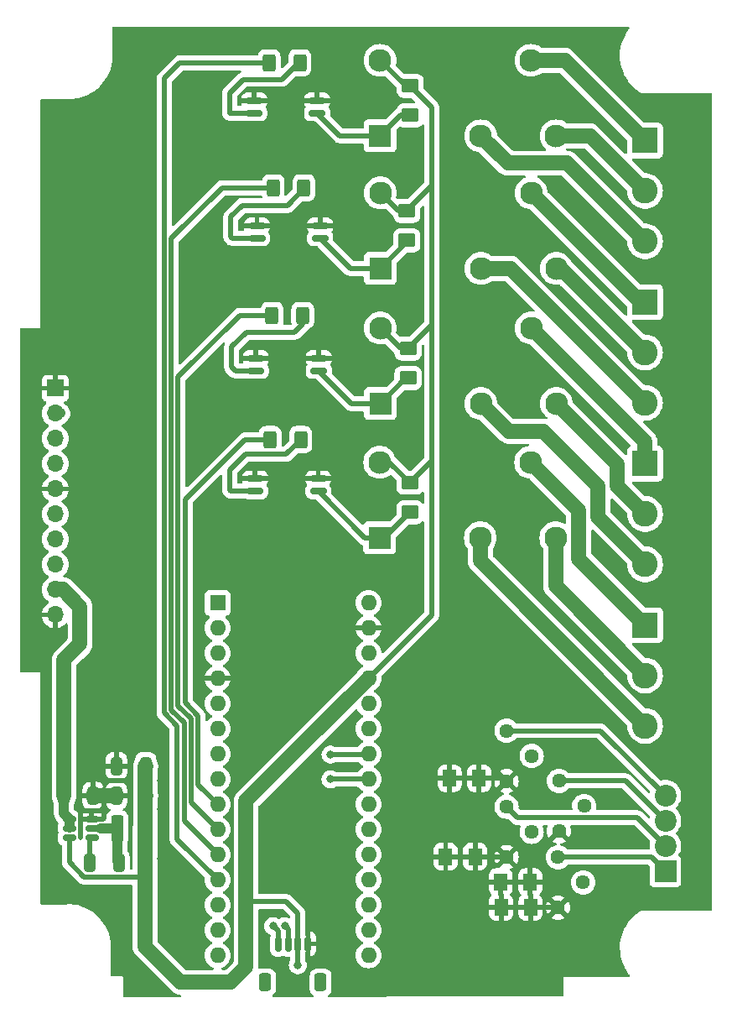
<source format=gbr>
%TF.GenerationSoftware,KiCad,Pcbnew,8.0.5*%
%TF.CreationDate,2024-09-29T21:47:55-04:00*%
%TF.ProjectId,BREAD_Slice,42524541-445f-4536-9c69-63652e6b6963,rev?*%
%TF.SameCoordinates,PX74eba40PY8552dc0*%
%TF.FileFunction,Copper,L2,Bot*%
%TF.FilePolarity,Positive*%
%FSLAX46Y46*%
G04 Gerber Fmt 4.6, Leading zero omitted, Abs format (unit mm)*
G04 Created by KiCad (PCBNEW 8.0.5) date 2024-09-29 21:47:55*
%MOMM*%
%LPD*%
G01*
G04 APERTURE LIST*
G04 Aperture macros list*
%AMRoundRect*
0 Rectangle with rounded corners*
0 $1 Rounding radius*
0 $2 $3 $4 $5 $6 $7 $8 $9 X,Y pos of 4 corners*
0 Add a 4 corners polygon primitive as box body*
4,1,4,$2,$3,$4,$5,$6,$7,$8,$9,$2,$3,0*
0 Add four circle primitives for the rounded corners*
1,1,$1+$1,$2,$3*
1,1,$1+$1,$4,$5*
1,1,$1+$1,$6,$7*
1,1,$1+$1,$8,$9*
0 Add four rect primitives between the rounded corners*
20,1,$1+$1,$2,$3,$4,$5,0*
20,1,$1+$1,$4,$5,$6,$7,0*
20,1,$1+$1,$6,$7,$8,$9,0*
20,1,$1+$1,$8,$9,$2,$3,0*%
G04 Aperture macros list end*
%TA.AperFunction,ComponentPad*%
%ADD10R,1.600000X1.600000*%
%TD*%
%TA.AperFunction,ComponentPad*%
%ADD11O,1.600000X1.600000*%
%TD*%
%TA.AperFunction,ComponentPad*%
%ADD12R,1.700000X1.700000*%
%TD*%
%TA.AperFunction,ComponentPad*%
%ADD13O,1.700000X1.700000*%
%TD*%
%TA.AperFunction,ComponentPad*%
%ADD14R,2.600000X2.600000*%
%TD*%
%TA.AperFunction,ComponentPad*%
%ADD15C,2.600000*%
%TD*%
%TA.AperFunction,ComponentPad*%
%ADD16C,1.440000*%
%TD*%
%TA.AperFunction,ComponentPad*%
%ADD17R,2.200000X2.200000*%
%TD*%
%TA.AperFunction,ComponentPad*%
%ADD18C,2.200000*%
%TD*%
%TA.AperFunction,ComponentPad*%
%ADD19R,2.300000X2.300000*%
%TD*%
%TA.AperFunction,ComponentPad*%
%ADD20C,2.300000*%
%TD*%
%TA.AperFunction,SMDPad,CuDef*%
%ADD21RoundRect,0.250001X0.462499X0.624999X-0.462499X0.624999X-0.462499X-0.624999X0.462499X-0.624999X0*%
%TD*%
%TA.AperFunction,SMDPad,CuDef*%
%ADD22RoundRect,0.150000X-0.662500X-0.150000X0.662500X-0.150000X0.662500X0.150000X-0.662500X0.150000X0*%
%TD*%
%TA.AperFunction,SMDPad,CuDef*%
%ADD23RoundRect,0.150000X0.150000X0.625000X-0.150000X0.625000X-0.150000X-0.625000X0.150000X-0.625000X0*%
%TD*%
%TA.AperFunction,SMDPad,CuDef*%
%ADD24RoundRect,0.250000X0.350000X0.650000X-0.350000X0.650000X-0.350000X-0.650000X0.350000X-0.650000X0*%
%TD*%
%TA.AperFunction,SMDPad,CuDef*%
%ADD25RoundRect,0.250000X0.325000X0.650000X-0.325000X0.650000X-0.325000X-0.650000X0.325000X-0.650000X0*%
%TD*%
%TA.AperFunction,SMDPad,CuDef*%
%ADD26RoundRect,0.250001X-0.624999X0.462499X-0.624999X-0.462499X0.624999X-0.462499X0.624999X0.462499X0*%
%TD*%
%TA.AperFunction,SMDPad,CuDef*%
%ADD27RoundRect,0.150000X-0.512500X-0.150000X0.512500X-0.150000X0.512500X0.150000X-0.512500X0.150000X0*%
%TD*%
%TA.AperFunction,SMDPad,CuDef*%
%ADD28RoundRect,0.250000X-0.400000X-0.625000X0.400000X-0.625000X0.400000X0.625000X-0.400000X0.625000X0*%
%TD*%
%TA.AperFunction,SMDPad,CuDef*%
%ADD29RoundRect,0.250000X-0.325000X-0.650000X0.325000X-0.650000X0.325000X0.650000X-0.325000X0.650000X0*%
%TD*%
%TA.AperFunction,SMDPad,CuDef*%
%ADD30RoundRect,0.250001X-0.462499X-0.624999X0.462499X-0.624999X0.462499X0.624999X-0.462499X0.624999X0*%
%TD*%
%TA.AperFunction,SMDPad,CuDef*%
%ADD31RoundRect,0.250000X-0.375000X-1.075000X0.375000X-1.075000X0.375000X1.075000X-0.375000X1.075000X0*%
%TD*%
%TA.AperFunction,ViaPad*%
%ADD32C,0.800000*%
%TD*%
%TA.AperFunction,ViaPad*%
%ADD33C,0.500000*%
%TD*%
%TA.AperFunction,Conductor*%
%ADD34C,1.500000*%
%TD*%
%TA.AperFunction,Conductor*%
%ADD35C,0.500000*%
%TD*%
%TA.AperFunction,Conductor*%
%ADD36C,1.000000*%
%TD*%
G04 APERTURE END LIST*
D10*
%TO.P,A1,1,D1/TX*%
%TO.N,unconnected-(A1-D1{slash}TX-Pad1)*%
X19988000Y39800000D03*
D11*
%TO.P,A1,2,D0/RX*%
%TO.N,unconnected-(A1-D0{slash}RX-Pad2)*%
X19988000Y37260000D03*
%TO.P,A1,3,~{RESET}*%
%TO.N,unconnected-(A1-~{RESET}-Pad3)*%
X19988000Y34720000D03*
%TO.P,A1,4,GND*%
%TO.N,GND*%
X19988000Y32180000D03*
%TO.P,A1,5,D2*%
%TO.N,/E_STOP*%
X19988000Y29640000D03*
%TO.P,A1,6,D3*%
%TO.N,/INT*%
X19988000Y27100000D03*
%TO.P,A1,7,D4*%
%TO.N,/SYNC*%
X19988000Y24560000D03*
%TO.P,A1,8,D5*%
%TO.N,/LED*%
X19988000Y22020000D03*
%TO.P,A1,9,D6*%
%TO.N,/SW4*%
X19988000Y19480000D03*
%TO.P,A1,10,D7*%
%TO.N,/SW3*%
X19988000Y16940000D03*
%TO.P,A1,11,D8*%
%TO.N,/SW2*%
X19988000Y14400000D03*
%TO.P,A1,12,D9*%
%TO.N,/SW1*%
X19988000Y11860000D03*
%TO.P,A1,13,D10*%
%TO.N,unconnected-(A1-D10-Pad13)*%
X19988000Y9320000D03*
%TO.P,A1,14,D11*%
%TO.N,unconnected-(A1-D11-Pad14)*%
X19988000Y6780000D03*
%TO.P,A1,15,D12*%
%TO.N,unconnected-(A1-D12-Pad15)*%
X19988000Y4240000D03*
%TO.P,A1,16,D13*%
%TO.N,unconnected-(A1-D13-Pad16)*%
X35228000Y4240000D03*
%TO.P,A1,17,3V3*%
%TO.N,unconnected-(A1-3V3-Pad17)*%
X35228000Y6780000D03*
%TO.P,A1,18,AREF*%
%TO.N,unconnected-(A1-AREF-Pad18)*%
X35228000Y9320000D03*
%TO.P,A1,19,A0*%
%TO.N,/A_IN1*%
X35228000Y11860000D03*
%TO.P,A1,20,A1*%
%TO.N,/A_IN2*%
X35228000Y14400000D03*
%TO.P,A1,21,A2*%
%TO.N,/A_IN3*%
X35228000Y16940000D03*
%TO.P,A1,22,A3*%
%TO.N,/A_IN4*%
X35228000Y19480000D03*
%TO.P,A1,23,A4*%
%TO.N,/I2C_DAT*%
X35228000Y22020000D03*
%TO.P,A1,24,A5*%
%TO.N,/I2C_CLK*%
X35228000Y24560000D03*
%TO.P,A1,25,A6*%
%TO.N,unconnected-(A1-A6-Pad25)*%
X35228000Y27100000D03*
%TO.P,A1,26,A7*%
%TO.N,unconnected-(A1-A7-Pad26)*%
X35228000Y29640000D03*
%TO.P,A1,27,+5V*%
%TO.N,+5V*%
X35228000Y32180000D03*
%TO.P,A1,28,~{RESET}*%
%TO.N,unconnected-(A1-~{RESET}-Pad28)*%
X35228000Y34720000D03*
%TO.P,A1,29,GND*%
%TO.N,GND*%
X35228000Y37260000D03*
%TO.P,A1,30,VIN*%
%TO.N,unconnected-(A1-VIN-Pad30)*%
X35228000Y39800000D03*
%TD*%
D12*
%TO.P,J2,1,Pin_1*%
%TO.N,GND*%
X3600000Y61450000D03*
D13*
%TO.P,J2,2,Pin_2*%
%TO.N,+12V*%
X3600000Y58910000D03*
%TO.P,J2,3,Pin_3*%
%TO.N,/I2C_CLK*%
X3600000Y56370000D03*
%TO.P,J2,4,Pin_4*%
%TO.N,/I2C_DAT*%
X3600000Y53830000D03*
%TO.P,J2,5,Pin_5*%
%TO.N,GND*%
X3600000Y51290000D03*
%TO.P,J2,6,Pin_6*%
%TO.N,/E_STOP*%
X3600000Y48750000D03*
%TO.P,J2,7,Pin_7*%
%TO.N,/INT*%
X3600000Y46210000D03*
%TO.P,J2,8,Pin_8*%
%TO.N,/SYNC*%
X3600000Y43670000D03*
%TO.P,J2,9,Pin_9*%
%TO.N,+12V*%
X3600000Y41130000D03*
%TO.P,J2,10,Pin_10*%
%TO.N,GND*%
X3600000Y38590000D03*
%TD*%
D14*
%TO.P,J6,1,Pin_1*%
%TO.N,/Relay3/NC*%
X63150000Y53850000D03*
D15*
%TO.P,J6,2,Pin_2*%
%TO.N,/Relay3/NO*%
X63150000Y48770000D03*
%TO.P,J6,3,Pin_3*%
%TO.N,/Relay3/IN*%
X63150000Y43690000D03*
%TD*%
D16*
%TO.P,RV1,1,1*%
%TO.N,/F_1*%
X54360000Y14140000D03*
%TO.P,RV1,2,2*%
%TO.N,/A_IN1*%
X56900000Y11600000D03*
%TO.P,RV1,3,3*%
%TO.N,GND*%
X54360000Y9060000D03*
%TD*%
D17*
%TO.P,J3,1,Pin_1*%
%TO.N,/F_1*%
X65200000Y12735000D03*
D18*
%TO.P,J3,2,Pin_2*%
%TO.N,/F_2*%
X65200000Y15275000D03*
%TO.P,J3,3,Pin_3*%
%TO.N,/F_3*%
X65200000Y17815000D03*
%TO.P,J3,4,Pin_4*%
%TO.N,/F_4*%
X65200000Y20355000D03*
%TD*%
D16*
%TO.P,RV4,1,1*%
%TO.N,/F_4*%
X49160000Y26900000D03*
%TO.P,RV4,2,2*%
%TO.N,/A_IN4*%
X51700000Y24360000D03*
%TO.P,RV4,3,3*%
%TO.N,GND*%
X49160000Y21820000D03*
%TD*%
D14*
%TO.P,J7,1,Pin_1*%
%TO.N,/Relay4/NC*%
X63150000Y37550000D03*
D15*
%TO.P,J7,2,Pin_2*%
%TO.N,/Relay4/NO*%
X63150000Y32470000D03*
%TO.P,J7,3,Pin_3*%
%TO.N,/Relay4/IN*%
X63150000Y27390000D03*
%TD*%
D19*
%TO.P,K1,1*%
%TO.N,Net-(D6-A)*%
X36390000Y86908000D03*
D20*
%TO.P,K1,2*%
%TO.N,/Relay1/IN*%
X46550000Y86908000D03*
%TO.P,K1,3*%
%TO.N,/Relay1/NO*%
X54170000Y86908000D03*
%TO.P,K1,4*%
%TO.N,/Relay1/NC*%
X51630000Y94528000D03*
%TO.P,K1,5*%
%TO.N,+5V*%
X36390000Y94528000D03*
%TD*%
D16*
%TO.P,RV2,1,1*%
%TO.N,/F_2*%
X49160000Y19240000D03*
%TO.P,RV2,2,2*%
%TO.N,/A_IN2*%
X51700000Y16700000D03*
%TO.P,RV2,3,3*%
%TO.N,GND*%
X49160000Y14160000D03*
%TD*%
D19*
%TO.P,K4,1*%
%TO.N,Net-(D9-A)*%
X36360000Y46360000D03*
D20*
%TO.P,K4,2*%
%TO.N,/Relay4/IN*%
X46520000Y46360000D03*
%TO.P,K4,3*%
%TO.N,/Relay4/NO*%
X54140000Y46360000D03*
%TO.P,K4,4*%
%TO.N,/Relay4/NC*%
X51600000Y53980000D03*
%TO.P,K4,5*%
%TO.N,+5V*%
X36360000Y53980000D03*
%TD*%
D14*
%TO.P,J4,1,Pin_1*%
%TO.N,/Relay1/NC*%
X63145000Y86435000D03*
D15*
%TO.P,J4,2,Pin_2*%
%TO.N,/Relay1/NO*%
X63145000Y81355000D03*
%TO.P,J4,3,Pin_3*%
%TO.N,/Relay1/IN*%
X63145000Y76275000D03*
%TD*%
D19*
%TO.P,K2,1*%
%TO.N,Net-(D7-A)*%
X36425000Y73532000D03*
D20*
%TO.P,K2,2*%
%TO.N,/Relay2/IN*%
X46585000Y73532000D03*
%TO.P,K2,3*%
%TO.N,/Relay2/NO*%
X54205000Y73532000D03*
%TO.P,K2,4*%
%TO.N,/Relay2/NC*%
X51665000Y81152000D03*
%TO.P,K2,5*%
%TO.N,+5V*%
X36425000Y81152000D03*
%TD*%
D19*
%TO.P,K3,1*%
%TO.N,Net-(D8-A)*%
X36425000Y59900000D03*
D20*
%TO.P,K3,2*%
%TO.N,/Relay3/IN*%
X46585000Y59900000D03*
%TO.P,K3,3*%
%TO.N,/Relay3/NO*%
X54205000Y59900000D03*
%TO.P,K3,4*%
%TO.N,/Relay3/NC*%
X51665000Y67520000D03*
%TO.P,K3,5*%
%TO.N,+5V*%
X36425000Y67520000D03*
%TD*%
D16*
%TO.P,RV3,1,1*%
%TO.N,/F_3*%
X54460000Y21840000D03*
%TO.P,RV3,2,2*%
%TO.N,/A_IN3*%
X57000000Y19300000D03*
%TO.P,RV3,3,3*%
%TO.N,GND*%
X54460000Y16760000D03*
%TD*%
D14*
%TO.P,J5,1,Pin_1*%
%TO.N,/Relay2/NC*%
X63145000Y70135000D03*
D15*
%TO.P,J5,2,Pin_2*%
%TO.N,/Relay2/NO*%
X63145000Y65055000D03*
%TO.P,J5,3,Pin_3*%
%TO.N,/Relay2/IN*%
X63145000Y59975000D03*
%TD*%
D21*
%TO.P,D5,1,K*%
%TO.N,GND*%
X46387500Y22100000D03*
%TO.P,D5,2,A*%
X43412500Y22100000D03*
%TD*%
D22*
%TO.P,U3,1*%
%TO.N,Net-(R2-Pad2)*%
X23966500Y76580000D03*
%TO.P,U3,2*%
%TO.N,GND*%
X23966500Y77850000D03*
%TO.P,U3,3*%
X30341500Y77850000D03*
%TO.P,U3,4*%
%TO.N,Net-(D7-A)*%
X30341500Y76580000D03*
%TD*%
D21*
%TO.P,D2,1,K*%
%TO.N,GND*%
X51587500Y9100000D03*
%TO.P,D2,2,A*%
X48612500Y9100000D03*
%TD*%
D22*
%TO.P,U4,1*%
%TO.N,Net-(R3-Pad2)*%
X23839500Y63202000D03*
%TO.P,U4,2*%
%TO.N,GND*%
X23839500Y64472000D03*
%TO.P,U4,3*%
X30214500Y64472000D03*
%TO.P,U4,4*%
%TO.N,Net-(D8-A)*%
X30214500Y63202000D03*
%TD*%
D23*
%TO.P,J1,1,Pin_1*%
%TO.N,GND*%
X29098000Y5400000D03*
%TO.P,J1,2,Pin_2*%
%TO.N,+5V*%
X28098000Y5400000D03*
%TO.P,J1,3,Pin_3*%
%TO.N,/I2C_DAT*%
X27098000Y5400000D03*
%TO.P,J1,4,Pin_4*%
%TO.N,/I2C_CLK*%
X26098000Y5400000D03*
D24*
%TO.P,J1,MP*%
%TO.N,N/C*%
X30398000Y1525000D03*
X24798000Y1525000D03*
%TD*%
D22*
%TO.P,U2,1*%
%TO.N,Net-(R1-Pad2)*%
X23677500Y89194000D03*
%TO.P,U2,2*%
%TO.N,GND*%
X23677500Y90464000D03*
%TO.P,U2,3*%
X30052500Y90464000D03*
%TO.P,U2,4*%
%TO.N,Net-(D6-A)*%
X30052500Y89194000D03*
%TD*%
D25*
%TO.P,C1,1*%
%TO.N,GND*%
X7425000Y20345000D03*
%TO.P,C1,2*%
%TO.N,+12V*%
X4475000Y20345000D03*
%TD*%
D26*
%TO.P,D8,1,K*%
%TO.N,+5V*%
X39219000Y65451500D03*
%TO.P,D8,2,A*%
%TO.N,Net-(D8-A)*%
X39219000Y62476500D03*
%TD*%
%TO.P,D9,1,K*%
%TO.N,+5V*%
X39408000Y51911500D03*
%TO.P,D9,2,A*%
%TO.N,Net-(D9-A)*%
X39408000Y48936500D03*
%TD*%
D27*
%TO.P,U1,1,FB*%
%TO.N,+5V*%
X5012500Y16095000D03*
%TO.P,U1,2,EN*%
%TO.N,+12V*%
X5012500Y17045000D03*
%TO.P,U1,3,VIN*%
X5012500Y17995000D03*
%TO.P,U1,4,GND*%
%TO.N,GND*%
X7287500Y17995000D03*
%TO.P,U1,5,SW*%
%TO.N,Net-(U1-SW)*%
X7287500Y17045000D03*
%TO.P,U1,6,BST*%
%TO.N,Net-(U1-BST)*%
X7287500Y16095000D03*
%TD*%
D21*
%TO.P,D3,1,K*%
%TO.N,GND*%
X45987500Y14200000D03*
%TO.P,D3,2,A*%
X43012500Y14200000D03*
%TD*%
D28*
%TO.P,R2,1*%
%TO.N,/SW2*%
X25604000Y81660000D03*
%TO.P,R2,2*%
%TO.N,Net-(R2-Pad2)*%
X28704000Y81660000D03*
%TD*%
%TO.P,R3,1*%
%TO.N,/SW3*%
X25477000Y68790000D03*
%TO.P,R3,2*%
%TO.N,Net-(R3-Pad2)*%
X28577000Y68790000D03*
%TD*%
D26*
%TO.P,D7,1,K*%
%TO.N,+5V*%
X39092000Y79337500D03*
%TO.P,D7,2,A*%
%TO.N,Net-(D7-A)*%
X39092000Y76362500D03*
%TD*%
D25*
%TO.P,C2,1*%
%TO.N,Net-(U1-SW)*%
X10025000Y13545000D03*
%TO.P,C2,2*%
%TO.N,Net-(U1-BST)*%
X7075000Y13545000D03*
%TD*%
D26*
%TO.P,D6,1,K*%
%TO.N,+5V*%
X39438000Y91951500D03*
%TO.P,D6,2,A*%
%TO.N,Net-(D6-A)*%
X39438000Y88976500D03*
%TD*%
D29*
%TO.P,C3,1*%
%TO.N,GND*%
X9775000Y20345000D03*
%TO.P,C3,2*%
%TO.N,+5V*%
X12725000Y20345000D03*
%TD*%
D28*
%TO.P,R4,1*%
%TO.N,/SW4*%
X25285000Y56266000D03*
%TO.P,R4,2*%
%TO.N,Net-(R4-Pad2)*%
X28385000Y56266000D03*
%TD*%
D29*
%TO.P,C4,1*%
%TO.N,GND*%
X9775000Y23345000D03*
%TO.P,C4,2*%
%TO.N,+5V*%
X12725000Y23345000D03*
%TD*%
D22*
%TO.P,U5,1*%
%TO.N,Net-(R4-Pad2)*%
X23774500Y51059000D03*
%TO.P,U5,2*%
%TO.N,GND*%
X23774500Y52329000D03*
%TO.P,U5,3*%
X30149500Y52329000D03*
%TO.P,U5,4*%
%TO.N,Net-(D9-A)*%
X30149500Y51059000D03*
%TD*%
D30*
%TO.P,D4,1,K*%
%TO.N,GND*%
X48575000Y11650000D03*
%TO.P,D4,2,A*%
X51550000Y11650000D03*
%TD*%
D31*
%TO.P,L1,1*%
%TO.N,Net-(U1-SW)*%
X9850000Y17045000D03*
%TO.P,L1,2*%
%TO.N,+5V*%
X12650000Y17045000D03*
%TD*%
D28*
%TO.P,R1,1*%
%TO.N,/SW1*%
X25188000Y94274000D03*
%TO.P,R1,2*%
%TO.N,Net-(R1-Pad2)*%
X28288000Y94274000D03*
%TD*%
D32*
%TO.N,GND*%
X14250000Y21895000D03*
X3750000Y13345000D03*
D33*
X7250000Y18845000D03*
D32*
X7350000Y23595000D03*
D33*
X8550000Y19545000D03*
X8550000Y21045000D03*
X7450000Y21845000D03*
D32*
X50200000Y2100000D03*
D33*
X9750000Y21845000D03*
D32*
X3550000Y16595000D03*
X14250000Y13995000D03*
X14250000Y18995000D03*
D33*
X8150000Y18845000D03*
X6150000Y16145000D03*
D32*
%TO.N,+5V*%
X28088000Y3249500D03*
%TO.N,/I2C_CLK*%
X25588000Y7200000D03*
X31388000Y24500000D03*
%TO.N,/I2C_DAT*%
X31388000Y22000000D03*
X26781039Y7195083D03*
%TD*%
D34*
%TO.N,/Relay4/NC*%
X56450000Y44250000D02*
X63150000Y37550000D01*
X56450000Y49130000D02*
X56450000Y44250000D01*
X51600000Y53980000D02*
X56450000Y49130000D01*
D35*
%TO.N,Net-(D9-A)*%
X34840000Y46360000D02*
X30149500Y51050500D01*
X30149500Y51050500D02*
X30149500Y51059000D01*
X36360000Y46360000D02*
X34840000Y46360000D01*
%TO.N,Net-(D6-A)*%
X32338500Y86908000D02*
X30052500Y89194000D01*
X36390000Y86908000D02*
X32338500Y86908000D01*
%TO.N,Net-(D8-A)*%
X33516500Y59900000D02*
X30214500Y63202000D01*
X36425000Y59900000D02*
X33516500Y59900000D01*
%TO.N,Net-(D7-A)*%
X33389500Y73532000D02*
X30341500Y76580000D01*
X36425000Y73532000D02*
X33389500Y73532000D01*
D34*
%TO.N,/Relay1/NC*%
X55052000Y94528000D02*
X63145000Y86435000D01*
X51630000Y94528000D02*
X55052000Y94528000D01*
%TO.N,/Relay1/NO*%
X54170000Y86908000D02*
X57592000Y86908000D01*
X57592000Y86908000D02*
X63145000Y81355000D01*
%TO.N,/Relay1/IN*%
X55268000Y84152000D02*
X63145000Y76275000D01*
X49306000Y84152000D02*
X55268000Y84152000D01*
X46550000Y86908000D02*
X49306000Y84152000D01*
%TO.N,/Relay2/NC*%
X62682000Y70135000D02*
X63145000Y70135000D01*
X51665000Y81152000D02*
X62682000Y70135000D01*
%TO.N,/Relay2/NO*%
X54668000Y73532000D02*
X63145000Y65055000D01*
X54205000Y73532000D02*
X54668000Y73532000D01*
%TO.N,/Relay2/IN*%
X49588000Y73532000D02*
X63145000Y59975000D01*
X46585000Y73532000D02*
X49588000Y73532000D01*
%TO.N,/Relay3/NC*%
X63150000Y56035000D02*
X63150000Y53850000D01*
X51665000Y67520000D02*
X63150000Y56035000D01*
%TO.N,/Relay3/NO*%
X60350000Y51570000D02*
X63150000Y48770000D01*
X60350000Y53755000D02*
X60350000Y51570000D01*
X54205000Y59900000D02*
X60350000Y53755000D01*
%TO.N,/Relay3/IN*%
X58400000Y48440000D02*
X63150000Y43690000D01*
X58400000Y51600000D02*
X58400000Y48440000D01*
X49379000Y57106000D02*
X52894000Y57106000D01*
X52894000Y57106000D02*
X58400000Y51600000D01*
X46585000Y59900000D02*
X49379000Y57106000D01*
%TO.N,/Relay4/NO*%
X54140000Y41480000D02*
X63150000Y32470000D01*
X54140000Y46360000D02*
X54140000Y41480000D01*
%TO.N,/Relay4/IN*%
X46520000Y44020000D02*
X63150000Y27390000D01*
X46520000Y46360000D02*
X46520000Y44020000D01*
D35*
%TO.N,/F_3*%
X61165000Y21850000D02*
X54470000Y21850000D01*
X54470000Y21850000D02*
X54460000Y21840000D01*
X65200000Y17815000D02*
X61165000Y21850000D01*
%TO.N,/F_4*%
X58655000Y26900000D02*
X49160000Y26900000D01*
X65200000Y20355000D02*
X58655000Y26900000D01*
%TO.N,/F_2*%
X62345000Y18130000D02*
X50270000Y18130000D01*
X50270000Y18130000D02*
X49160000Y19240000D01*
X65200000Y15275000D02*
X62345000Y18130000D01*
%TO.N,/F_1*%
X63795000Y14140000D02*
X54360000Y14140000D01*
X65200000Y12735000D02*
X63795000Y14140000D01*
%TO.N,GND*%
X51550000Y13850000D02*
X54460000Y16760000D01*
X51550000Y11650000D02*
X51550000Y13850000D01*
X7287500Y17995000D02*
X6200000Y17995000D01*
X8950000Y21845000D02*
X10650000Y21845000D01*
X6200000Y17995000D02*
X6150000Y17945000D01*
X9750000Y21845000D02*
X8950000Y21845000D01*
X6350000Y18845000D02*
X6150000Y18645000D01*
X54320000Y9100000D02*
X54360000Y9060000D01*
X8400000Y17995000D02*
X8550000Y18145000D01*
X7250000Y18032500D02*
X7287500Y17995000D01*
X7250000Y18845000D02*
X6350000Y18845000D01*
X51587500Y9100000D02*
X54320000Y9100000D01*
X8550000Y19245000D02*
X8150000Y18845000D01*
X6150000Y17945000D02*
X6150000Y16145000D01*
X49120000Y14200000D02*
X49160000Y14160000D01*
X8550000Y20345000D02*
X8550000Y19545000D01*
X8550000Y20345000D02*
X8550000Y21045000D01*
D34*
X7425000Y20345000D02*
X9775000Y20345000D01*
D35*
X46387500Y22100000D02*
X48880000Y22100000D01*
X54532500Y16687500D02*
X54460000Y16760000D01*
X8150000Y18845000D02*
X7250000Y18845000D01*
X45987500Y14200000D02*
X49120000Y14200000D01*
X6150000Y18645000D02*
X6150000Y17945000D01*
X8550000Y18145000D02*
X8550000Y19545000D01*
X8550000Y19545000D02*
X8550000Y19245000D01*
X48880000Y22100000D02*
X49160000Y21820000D01*
X7287500Y17995000D02*
X8400000Y17995000D01*
X7250000Y18845000D02*
X7250000Y18032500D01*
D34*
%TO.N,+5V*%
X16256000Y1524000D02*
X21336000Y1524000D01*
D35*
X38966500Y91951500D02*
X36390000Y94528000D01*
D34*
X22860000Y9652000D02*
X22860000Y19812000D01*
D35*
X35228000Y32180000D02*
X41597000Y38549000D01*
D34*
X35228000Y32180000D02*
X28098000Y25050000D01*
X21336000Y1524000D02*
X22860000Y3048000D01*
D35*
X38493500Y65451500D02*
X36425000Y67520000D01*
X12650000Y12145000D02*
X6503122Y12145000D01*
X41632000Y81877500D02*
X39092000Y79337500D01*
D34*
X12725000Y23345000D02*
X12700000Y23320000D01*
D35*
X36360000Y53980000D02*
X37339500Y53980000D01*
X37339500Y53980000D02*
X39408000Y51911500D01*
X26924000Y9652000D02*
X22860000Y9652000D01*
X5012500Y13635622D02*
X5012500Y16095000D01*
D34*
X12700000Y20320000D02*
X12700000Y17095000D01*
D35*
X41597000Y38549000D02*
X41597000Y89792500D01*
D34*
X22860000Y3048000D02*
X22860000Y9652000D01*
D35*
X39092000Y79337500D02*
X38239500Y79337500D01*
X28098000Y5400000D02*
X28098000Y8478000D01*
D34*
X12650000Y12145000D02*
X12650000Y5130000D01*
D35*
X41567000Y54070500D02*
X39408000Y51911500D01*
X28098000Y3259500D02*
X28098000Y5400000D01*
X41632000Y67864500D02*
X39219000Y65451500D01*
D34*
X12700000Y23320000D02*
X12700000Y20370000D01*
X12650000Y12145000D02*
X12650000Y17045000D01*
X22860000Y19812000D02*
X28098000Y25050000D01*
D35*
X38239500Y79337500D02*
X36425000Y81152000D01*
X41597000Y89792500D02*
X39438000Y91951500D01*
X28088000Y3249500D02*
X28098000Y3259500D01*
X6503122Y12145000D02*
X5012500Y13635622D01*
D36*
X12725000Y17120000D02*
X12650000Y17045000D01*
D35*
X35408000Y32000000D02*
X35228000Y32180000D01*
D34*
X12725000Y20345000D02*
X12700000Y20320000D01*
X12700000Y17095000D02*
X12650000Y17045000D01*
X12700000Y20370000D02*
X12725000Y20345000D01*
D35*
X39438000Y91951500D02*
X38966500Y91951500D01*
X28098000Y8478000D02*
X26924000Y9652000D01*
D34*
X12650000Y5130000D02*
X16256000Y1524000D01*
D35*
%TO.N,/I2C_CLK*%
X35168000Y24500000D02*
X35228000Y24560000D01*
X25588000Y7200000D02*
X26098000Y6690000D01*
X26098000Y6690000D02*
X26098000Y5400000D01*
X31388000Y24500000D02*
X35168000Y24500000D01*
%TO.N,/I2C_DAT*%
X35208000Y22000000D02*
X35228000Y22020000D01*
X26781039Y7195083D02*
X27098000Y6878122D01*
X31388000Y22000000D02*
X35208000Y22000000D01*
X27098000Y6878122D02*
X27098000Y5400000D01*
%TO.N,/SW3*%
X22201000Y68790000D02*
X25477000Y68790000D01*
X19988000Y16940000D02*
X17300000Y19628000D01*
X16000000Y62589000D02*
X22201000Y68790000D01*
X17300000Y19628000D02*
X17300000Y28100000D01*
X17300000Y28100000D02*
X16000000Y29400000D01*
X16000000Y29400000D02*
X16000000Y62589000D01*
D36*
%TO.N,+12V*%
X4110000Y58910000D02*
X3600000Y58910000D01*
X5012500Y17995000D02*
X5012500Y17095000D01*
X4475000Y18532500D02*
X5012500Y17995000D01*
X4475000Y20345000D02*
X4475000Y18532500D01*
D34*
X4370000Y41130000D02*
X6100000Y39400000D01*
X4475000Y34025000D02*
X4475000Y20345000D01*
X6100000Y35650000D02*
X4475000Y34025000D01*
X3600000Y41130000D02*
X4370000Y41130000D01*
X6100000Y39400000D02*
X6100000Y35650000D01*
D35*
%TO.N,/SW1*%
X14600000Y28700000D02*
X14600000Y92700000D01*
X19988000Y11860000D02*
X15900000Y15948000D01*
X14600000Y92700000D02*
X16174000Y94274000D01*
X15900000Y15948000D02*
X15900000Y27400000D01*
X16174000Y94274000D02*
X25188000Y94274000D01*
X15900000Y27400000D02*
X14600000Y28700000D01*
%TO.N,/SW2*%
X19988000Y14400000D02*
X16600000Y17788000D01*
X16600000Y27700000D02*
X15300000Y29000000D01*
X16600000Y17788000D02*
X16600000Y27700000D01*
X20423000Y81660000D02*
X25604000Y81660000D01*
X15300000Y29000000D02*
X15300000Y76537000D01*
X15300000Y76537000D02*
X20423000Y81660000D01*
%TO.N,unconnected-(A1-D12-Pad15)*%
X19988000Y4420100D02*
X19988000Y4240000D01*
%TO.N,/SW4*%
X18000000Y21468000D02*
X18000000Y28400000D01*
X22771000Y56266000D02*
X25285000Y56266000D01*
X19988000Y19480000D02*
X18000000Y21468000D01*
X16700000Y50195000D02*
X22771000Y56266000D01*
X16700000Y29700000D02*
X16700000Y50195000D01*
X18000000Y28400000D02*
X16700000Y29700000D01*
D36*
%TO.N,Net-(U1-SW)*%
X9850000Y13720000D02*
X10025000Y13545000D01*
X9850000Y17045000D02*
X8206238Y17045000D01*
X9850000Y17045000D02*
X9850000Y13720000D01*
D35*
%TO.N,Net-(U1-BST)*%
X7075000Y15882500D02*
X7287500Y16095000D01*
X7075000Y13545000D02*
X7075000Y15882500D01*
D34*
%TO.N,unconnected-(A1-VIN-Pad30)*%
X35245000Y39783000D02*
X35228000Y39800000D01*
D35*
%TO.N,Net-(D6-A)*%
X38458500Y88976500D02*
X36390000Y86908000D01*
X39438000Y88976500D02*
X38458500Y88976500D01*
%TO.N,Net-(D7-A)*%
X39092000Y76199000D02*
X36425000Y73532000D01*
X39092000Y76362500D02*
X39092000Y76199000D01*
%TO.N,Net-(D8-A)*%
X39001500Y62476500D02*
X36425000Y59900000D01*
%TO.N,Net-(D9-A)*%
X36360000Y46360000D02*
X36831500Y46360000D01*
X36831500Y46360000D02*
X39408000Y48936500D01*
%TO.N,/F_1*%
X65500000Y12685000D02*
X65365000Y12550000D01*
%TO.N,Net-(R1-Pad2)*%
X21200000Y91200000D02*
X21200000Y89194000D01*
X28288000Y94274000D02*
X28135000Y94274000D01*
X21200000Y89194000D02*
X23677500Y89194000D01*
X28135000Y94274000D02*
X26461000Y92600000D01*
X22600000Y92600000D02*
X21200000Y91200000D01*
X26461000Y92600000D02*
X22600000Y92600000D01*
%TO.N,Net-(R2-Pad2)*%
X21312000Y78739000D02*
X21312000Y76707000D01*
X28704000Y81559000D02*
X27027000Y79882000D01*
X21439000Y76580000D02*
X23966500Y76580000D01*
X21312000Y76707000D02*
X21439000Y76580000D01*
X28704000Y81660000D02*
X28704000Y81559000D01*
X22455000Y79882000D02*
X21312000Y78739000D01*
X27027000Y79882000D02*
X22455000Y79882000D01*
%TO.N,Net-(R3-Pad2)*%
X27762000Y67100000D02*
X22900000Y67100000D01*
X22900000Y67100000D02*
X21400000Y65600000D01*
X21400000Y65600000D02*
X21400000Y63600000D01*
X28577000Y67915000D02*
X27762000Y67100000D01*
X21400000Y63600000D02*
X21798000Y63202000D01*
X28577000Y68790000D02*
X28577000Y67915000D01*
X21798000Y63202000D02*
X23839500Y63202000D01*
%TO.N,Net-(R4-Pad2)*%
X26919000Y54800000D02*
X22800000Y54800000D01*
X21200000Y53200000D02*
X21200000Y51200000D01*
X22800000Y54800000D02*
X21200000Y53200000D01*
X21341000Y51059000D02*
X23774500Y51059000D01*
X28385000Y56266000D02*
X26919000Y54800000D01*
X21200000Y51200000D02*
X21341000Y51059000D01*
%TD*%
%TA.AperFunction,Conductor*%
%TO.N,GND*%
G36*
X62049809Y17359815D02*
G01*
X62070451Y17343181D01*
X63618097Y15795535D01*
X63651582Y15734212D01*
X63650990Y15678908D01*
X63614317Y15526150D01*
X63614316Y15526141D01*
X63601717Y15366056D01*
X63594551Y15275000D01*
X63614287Y15024227D01*
X63599924Y14955852D01*
X63550873Y14906095D01*
X63490670Y14890500D01*
X55386910Y14890500D01*
X55319871Y14910185D01*
X55299228Y14926819D01*
X55298531Y14927516D01*
X55298529Y14927519D01*
X55147519Y15078529D01*
X55147518Y15078530D01*
X55147517Y15078531D01*
X54972578Y15201023D01*
X54972579Y15201023D01*
X54843547Y15261191D01*
X54779030Y15291276D01*
X54779027Y15291277D01*
X54779025Y15291278D01*
X54682703Y15317087D01*
X54623043Y15353452D01*
X54592514Y15416299D01*
X54600809Y15485675D01*
X54645294Y15539553D01*
X54682704Y15556637D01*
X54878850Y15609194D01*
X54878864Y15609199D01*
X55072325Y15699411D01*
X55128030Y15738417D01*
X54506448Y16360000D01*
X54512661Y16360000D01*
X54614394Y16387259D01*
X54705606Y16439920D01*
X54780080Y16514394D01*
X54832741Y16605606D01*
X54860000Y16707339D01*
X54860000Y16713554D01*
X55481583Y16091971D01*
X55520589Y16147675D01*
X55610801Y16341136D01*
X55610805Y16341147D01*
X55666054Y16547338D01*
X55666055Y16547346D01*
X55684660Y16759998D01*
X55684660Y16760003D01*
X55666055Y16972655D01*
X55666054Y16972663D01*
X55610805Y17178854D01*
X55610801Y17178865D01*
X55599502Y17203096D01*
X55589010Y17272173D01*
X55617530Y17335957D01*
X55676007Y17374196D01*
X55711884Y17379500D01*
X61982770Y17379500D01*
X62049809Y17359815D01*
G37*
%TD.AperFunction*%
%TA.AperFunction,Conductor*%
G36*
X61527304Y97904815D02*
G01*
X61573059Y97852011D01*
X61583003Y97782853D01*
X61556774Y97722642D01*
X61459397Y97601939D01*
X61459378Y97601913D01*
X61239476Y97272536D01*
X61239467Y97272521D01*
X61050125Y96924693D01*
X61050118Y96924679D01*
X60892857Y96561195D01*
X60892855Y96561191D01*
X60768960Y96185014D01*
X60768959Y96185011D01*
X60679445Y95799225D01*
X60679441Y95799203D01*
X60625030Y95406925D01*
X60625028Y95406904D01*
X60606161Y95011323D01*
X60606161Y95011298D01*
X60622991Y94615620D01*
X60622991Y94615614D01*
X60675291Y94223751D01*
X60675385Y94223048D01*
X60762587Y93838231D01*
X60762915Y93836786D01*
X60884870Y93459979D01*
X60884871Y93459976D01*
X61031177Y93116979D01*
X61040260Y93095685D01*
X61040265Y93095676D01*
X61227822Y92746863D01*
X61414569Y92464003D01*
X61440020Y92425452D01*
X61446037Y92416339D01*
X61617341Y92201746D01*
X61693119Y92106819D01*
X61942299Y91846666D01*
X61967075Y91820799D01*
X61967082Y91820793D01*
X62265658Y91560621D01*
X62265675Y91560607D01*
X62586470Y91328375D01*
X62586477Y91328371D01*
X62586481Y91328368D01*
X62756671Y91227127D01*
X62777757Y91214590D01*
X62826612Y91219092D01*
X62826612Y91219093D01*
X62846168Y91220894D01*
X62846187Y91220687D01*
X62864720Y91224501D01*
X69800500Y91224501D01*
X69867539Y91204816D01*
X69913294Y91152012D01*
X69924500Y91100501D01*
X69924500Y8899502D01*
X69904815Y8832463D01*
X69852011Y8786708D01*
X69800500Y8775502D01*
X62859941Y8775502D01*
X62847935Y8777969D01*
X62847788Y8776364D01*
X62779375Y8782658D01*
X62758279Y8770110D01*
X62758278Y8770111D01*
X62588203Y8668908D01*
X62588194Y8668902D01*
X62267586Y8436756D01*
X62267580Y8436752D01*
X62267576Y8436748D01*
X61969148Y8176675D01*
X61969145Y8176672D01*
X61695335Y7890796D01*
X61448366Y7581435D01*
X61230242Y7251101D01*
X61230233Y7251085D01*
X61042737Y6902483D01*
X60887363Y6538388D01*
X60765396Y6161805D01*
X60677813Y5775758D01*
X60625335Y5383423D01*
X60625332Y5383390D01*
X60608378Y4987928D01*
X60608379Y4987902D01*
X60627087Y4592510D01*
X60681304Y4200410D01*
X60681306Y4200398D01*
X60681307Y4200393D01*
X60690995Y4158550D01*
X60770594Y3814760D01*
X60770601Y3814737D01*
X60894230Y3438719D01*
X60894236Y3438704D01*
X60894238Y3438698D01*
X61051220Y3075305D01*
X61051222Y3075302D01*
X61051222Y3075301D01*
X61093700Y2997156D01*
X61226275Y2753265D01*
X61240274Y2727513D01*
X61459852Y2398161D01*
X61459856Y2398155D01*
X61459858Y2398153D01*
X61551750Y2284087D01*
X61557224Y2277293D01*
X61583952Y2212738D01*
X61571537Y2143980D01*
X61523919Y2092850D01*
X61460661Y2075501D01*
X54984982Y2075501D01*
X54957231Y2064006D01*
X54935995Y2042770D01*
X54935994Y2042769D01*
X54935994Y2042768D01*
X54932498Y2034328D01*
X54924500Y2015019D01*
X54924500Y199501D01*
X54904815Y132462D01*
X54852011Y86707D01*
X54800500Y75501D01*
X37072982Y75501D01*
X37045231Y64006D01*
X37043045Y61819D01*
X37037103Y58575D01*
X37035079Y57222D01*
X37034957Y57404D01*
X36981722Y28334D01*
X36955364Y25500D01*
X31237574Y25500D01*
X31170535Y45185D01*
X31124780Y97989D01*
X31114836Y167147D01*
X31143861Y230703D01*
X31172478Y255039D01*
X31216656Y282288D01*
X31340712Y406344D01*
X31432814Y555666D01*
X31487999Y722203D01*
X31498500Y824991D01*
X31498499Y2225008D01*
X31487999Y2327797D01*
X31432814Y2494334D01*
X31340712Y2643656D01*
X31216656Y2767712D01*
X31123888Y2824931D01*
X31067336Y2859813D01*
X31067331Y2859815D01*
X31065862Y2860302D01*
X30900797Y2914999D01*
X30900795Y2915000D01*
X30798010Y2925500D01*
X29997998Y2925500D01*
X29997980Y2925499D01*
X29895203Y2915000D01*
X29895200Y2914999D01*
X29728668Y2859815D01*
X29728663Y2859813D01*
X29579342Y2767711D01*
X29455289Y2643658D01*
X29363187Y2494337D01*
X29363185Y2494332D01*
X29340318Y2425322D01*
X29308001Y2327797D01*
X29308001Y2327796D01*
X29308000Y2327796D01*
X29297500Y2225017D01*
X29297500Y824999D01*
X29297501Y824982D01*
X29308000Y722204D01*
X29308001Y722201D01*
X29340940Y622800D01*
X29363186Y555666D01*
X29432910Y442624D01*
X29455289Y406343D01*
X29579344Y282288D01*
X29623522Y255039D01*
X29670247Y203091D01*
X29681470Y134129D01*
X29653627Y70047D01*
X29595558Y31190D01*
X29558426Y25500D01*
X25637574Y25500D01*
X25570535Y45185D01*
X25524780Y97989D01*
X25514836Y167147D01*
X25543861Y230703D01*
X25572478Y255039D01*
X25616656Y282288D01*
X25740712Y406344D01*
X25832814Y555666D01*
X25887999Y722203D01*
X25898500Y824991D01*
X25898499Y2225008D01*
X25887999Y2327797D01*
X25832814Y2494334D01*
X25740712Y2643656D01*
X25616656Y2767712D01*
X25523888Y2824931D01*
X25467336Y2859813D01*
X25467331Y2859815D01*
X25465862Y2860302D01*
X25300797Y2914999D01*
X25300795Y2915000D01*
X25198010Y2925500D01*
X24397998Y2925500D01*
X24397980Y2925499D01*
X24295203Y2915000D01*
X24295200Y2914999D01*
X24273504Y2907809D01*
X24203675Y2905407D01*
X24143634Y2941139D01*
X24112441Y3003660D01*
X24110500Y3025515D01*
X24110500Y8777500D01*
X24130185Y8844539D01*
X24182989Y8890294D01*
X24234500Y8901500D01*
X26561770Y8901500D01*
X26628809Y8881815D01*
X26649451Y8865181D01*
X27304383Y8210249D01*
X27337868Y8148926D01*
X27332884Y8079234D01*
X27291012Y8023301D01*
X27225548Y7998884D01*
X27166266Y8009289D01*
X27060846Y8056226D01*
X27060841Y8056228D01*
X26886609Y8093261D01*
X26875685Y8095583D01*
X26686393Y8095583D01*
X26675469Y8093261D01*
X26501236Y8056228D01*
X26501231Y8056226D01*
X26328309Y7979235D01*
X26328304Y7979232D01*
X26260788Y7930178D01*
X26194982Y7906698D01*
X26126928Y7922524D01*
X26115023Y7930174D01*
X26065130Y7966424D01*
X26040729Y7984152D01*
X25867807Y8061143D01*
X25867802Y8061145D01*
X25716703Y8093261D01*
X25682646Y8100500D01*
X25493354Y8100500D01*
X25470221Y8095583D01*
X25308197Y8061145D01*
X25308192Y8061143D01*
X25135270Y7984152D01*
X25135265Y7984149D01*
X24982129Y7872889D01*
X24855466Y7732215D01*
X24760821Y7568285D01*
X24760818Y7568278D01*
X24702327Y7388260D01*
X24702326Y7388256D01*
X24682540Y7200000D01*
X24702326Y7011744D01*
X24702327Y7011741D01*
X24760818Y6831723D01*
X24760821Y6831716D01*
X24855467Y6667784D01*
X24959148Y6552635D01*
X24982129Y6527112D01*
X25135265Y6415852D01*
X25135266Y6415852D01*
X25135270Y6415849D01*
X25256829Y6361727D01*
X25310066Y6316477D01*
X25330387Y6249628D01*
X25325470Y6213854D01*
X25300401Y6127568D01*
X25297500Y6090702D01*
X25297500Y4709299D01*
X25300401Y4672433D01*
X25300402Y4672427D01*
X25346254Y4514607D01*
X25346255Y4514604D01*
X25429917Y4373138D01*
X25429923Y4373130D01*
X25546129Y4256924D01*
X25546133Y4256921D01*
X25546135Y4256919D01*
X25687602Y4173256D01*
X25729224Y4161164D01*
X25845426Y4127403D01*
X25845429Y4127403D01*
X25845431Y4127402D01*
X25882306Y4124500D01*
X25882314Y4124500D01*
X26313686Y4124500D01*
X26313694Y4124500D01*
X26350569Y4127402D01*
X26350571Y4127403D01*
X26350573Y4127403D01*
X26392191Y4139495D01*
X26508398Y4173256D01*
X26530471Y4186310D01*
X26534878Y4188916D01*
X26602601Y4206100D01*
X26661122Y4188916D01*
X26687598Y4173258D01*
X26687599Y4173258D01*
X26687602Y4173256D01*
X26729224Y4161164D01*
X26845426Y4127403D01*
X26845429Y4127403D01*
X26845431Y4127402D01*
X26882306Y4124500D01*
X26882314Y4124500D01*
X27223500Y4124500D01*
X27290539Y4104815D01*
X27336294Y4052011D01*
X27347500Y4000500D01*
X27347500Y3801143D01*
X27330888Y3739144D01*
X27260820Y3617782D01*
X27260818Y3617778D01*
X27202639Y3438719D01*
X27202326Y3437756D01*
X27182540Y3249500D01*
X27202326Y3061244D01*
X27202327Y3061241D01*
X27260818Y2881223D01*
X27260821Y2881216D01*
X27355467Y2717284D01*
X27427738Y2637019D01*
X27482129Y2576612D01*
X27635265Y2465352D01*
X27635270Y2465349D01*
X27808192Y2388358D01*
X27808197Y2388356D01*
X27993354Y2349000D01*
X27993355Y2349000D01*
X28182644Y2349000D01*
X28182646Y2349000D01*
X28367803Y2388356D01*
X28540730Y2465349D01*
X28693871Y2576612D01*
X28820533Y2717284D01*
X28915179Y2881216D01*
X28973674Y3061244D01*
X28993460Y3249500D01*
X28973674Y3437756D01*
X28915179Y3617784D01*
X28865111Y3704504D01*
X28848500Y3766502D01*
X28848500Y4127705D01*
X29348000Y4127705D01*
X29348001Y4127705D01*
X29350486Y4127900D01*
X29508198Y4173719D01*
X29649552Y4257315D01*
X29649561Y4257322D01*
X29765678Y4373439D01*
X29765685Y4373448D01*
X29849282Y4514804D01*
X29849283Y4514807D01*
X29895099Y4672505D01*
X29895100Y4672511D01*
X29897999Y4709351D01*
X29898000Y4709366D01*
X29898000Y5150000D01*
X29348000Y5150000D01*
X29348000Y4127705D01*
X28848500Y4127705D01*
X28848500Y4492672D01*
X28853424Y4527267D01*
X28895597Y4672427D01*
X28895598Y4672433D01*
X28898499Y4709299D01*
X28898500Y4709306D01*
X28898500Y5650000D01*
X29348000Y5650000D01*
X29898000Y5650000D01*
X29898000Y6090635D01*
X29897999Y6090650D01*
X29895100Y6127490D01*
X29895099Y6127496D01*
X29849283Y6285194D01*
X29849282Y6285197D01*
X29765685Y6426553D01*
X29765678Y6426562D01*
X29649561Y6542679D01*
X29649552Y6542686D01*
X29508196Y6626283D01*
X29508193Y6626284D01*
X29350494Y6672100D01*
X29350497Y6672100D01*
X29348000Y6672297D01*
X29348000Y5650000D01*
X28898500Y5650000D01*
X28898500Y6090694D01*
X28895598Y6127569D01*
X28895597Y6127574D01*
X28853424Y6272735D01*
X28848500Y6307330D01*
X28848500Y8551921D01*
X28831776Y8635993D01*
X28831776Y8635998D01*
X28823661Y8676790D01*
X28819659Y8696912D01*
X28765408Y8827883D01*
X28763765Y8832475D01*
X28763084Y8833495D01*
X28717645Y8901500D01*
X28717645Y8901501D01*
X28680950Y8956419D01*
X27402421Y10234948D01*
X27402414Y10234954D01*
X27328729Y10284188D01*
X27328729Y10284187D01*
X27279491Y10317087D01*
X27142917Y10373657D01*
X27142907Y10373660D01*
X26997920Y10402500D01*
X26997918Y10402500D01*
X24234500Y10402500D01*
X24167461Y10422185D01*
X24121706Y10474989D01*
X24110500Y10526500D01*
X24110500Y19242664D01*
X24130185Y19309703D01*
X24146819Y19330345D01*
X29051829Y24235355D01*
X30239584Y25423110D01*
X33878813Y29062341D01*
X33940134Y29095824D01*
X34009826Y29090840D01*
X34065759Y29048968D01*
X34078873Y29027066D01*
X34097432Y28987266D01*
X34120969Y28953651D01*
X34227954Y28800859D01*
X34388858Y28639955D01*
X34420085Y28618090D01*
X34575266Y28509432D01*
X34633275Y28482382D01*
X34685714Y28436209D01*
X34704866Y28369016D01*
X34684650Y28302135D01*
X34633275Y28257618D01*
X34575267Y28230569D01*
X34575265Y28230568D01*
X34388858Y28100046D01*
X34227954Y27939142D01*
X34097432Y27752735D01*
X34097431Y27752733D01*
X34001261Y27546498D01*
X34001261Y27546496D01*
X33942366Y27326698D01*
X33942364Y27326687D01*
X33922532Y27100002D01*
X33922532Y27099999D01*
X33942364Y26873314D01*
X33942366Y26873303D01*
X34001258Y26653512D01*
X34001261Y26653503D01*
X34097431Y26447268D01*
X34097432Y26447266D01*
X34227954Y26260859D01*
X34388858Y26099955D01*
X34388861Y26099953D01*
X34575266Y25969432D01*
X34633275Y25942382D01*
X34685714Y25896209D01*
X34704866Y25829016D01*
X34684650Y25762135D01*
X34633275Y25717618D01*
X34575267Y25690569D01*
X34575265Y25690568D01*
X34388858Y25560046D01*
X34227954Y25399142D01*
X34160900Y25303377D01*
X34106323Y25259752D01*
X34059325Y25250500D01*
X31927337Y25250500D01*
X31860298Y25270185D01*
X31854452Y25274182D01*
X31840734Y25284149D01*
X31840729Y25284152D01*
X31667807Y25361143D01*
X31667802Y25361145D01*
X31522001Y25392135D01*
X31482646Y25400500D01*
X31293354Y25400500D01*
X31260897Y25393602D01*
X31108197Y25361145D01*
X31108192Y25361143D01*
X30935270Y25284152D01*
X30935265Y25284149D01*
X30782129Y25172889D01*
X30655466Y25032215D01*
X30560821Y24868285D01*
X30560818Y24868278D01*
X30502327Y24688260D01*
X30502326Y24688256D01*
X30482540Y24500000D01*
X30502326Y24311744D01*
X30502327Y24311741D01*
X30560818Y24131723D01*
X30560821Y24131716D01*
X30655467Y23967784D01*
X30709956Y23907268D01*
X30782129Y23827112D01*
X30935265Y23715852D01*
X30935270Y23715849D01*
X31108192Y23638858D01*
X31108197Y23638856D01*
X31293354Y23599500D01*
X31293355Y23599500D01*
X31482644Y23599500D01*
X31482646Y23599500D01*
X31667803Y23638856D01*
X31840730Y23715849D01*
X31847626Y23720859D01*
X31854452Y23725818D01*
X31920258Y23749298D01*
X31927337Y23749500D01*
X34147951Y23749500D01*
X34214990Y23729815D01*
X34235632Y23713181D01*
X34388858Y23559955D01*
X34388861Y23559953D01*
X34575266Y23429432D01*
X34618317Y23409357D01*
X34633275Y23402382D01*
X34685714Y23356209D01*
X34704866Y23289016D01*
X34684650Y23222135D01*
X34633275Y23177618D01*
X34575267Y23150569D01*
X34575265Y23150568D01*
X34388858Y23020046D01*
X34227954Y22859142D01*
X34188908Y22803377D01*
X34134331Y22759752D01*
X34087333Y22750500D01*
X31927337Y22750500D01*
X31860298Y22770185D01*
X31854452Y22774182D01*
X31840734Y22784149D01*
X31840729Y22784152D01*
X31667807Y22861143D01*
X31667802Y22861145D01*
X31522001Y22892135D01*
X31482646Y22900500D01*
X31293354Y22900500D01*
X31260897Y22893602D01*
X31108197Y22861145D01*
X31108192Y22861143D01*
X30935270Y22784152D01*
X30935265Y22784149D01*
X30782129Y22672889D01*
X30655466Y22532215D01*
X30560821Y22368285D01*
X30560818Y22368278D01*
X30512640Y22220000D01*
X30502326Y22188256D01*
X30482540Y22000000D01*
X30502326Y21811744D01*
X30502327Y21811741D01*
X30560818Y21631723D01*
X30560821Y21631716D01*
X30655467Y21467784D01*
X30745974Y21367266D01*
X30782129Y21327112D01*
X30935265Y21215852D01*
X30935270Y21215849D01*
X31108192Y21138858D01*
X31108197Y21138856D01*
X31293354Y21099500D01*
X31293355Y21099500D01*
X31482644Y21099500D01*
X31482646Y21099500D01*
X31667803Y21138856D01*
X31840730Y21215849D01*
X31842776Y21217336D01*
X31854452Y21225818D01*
X31920258Y21249298D01*
X31927337Y21249500D01*
X34115341Y21249500D01*
X34182380Y21229815D01*
X34216916Y21196623D01*
X34227954Y21180859D01*
X34388858Y21019955D01*
X34388861Y21019953D01*
X34575266Y20889432D01*
X34633275Y20862382D01*
X34685714Y20816209D01*
X34704866Y20749016D01*
X34684650Y20682135D01*
X34633275Y20637619D01*
X34623262Y20632949D01*
X34575267Y20610569D01*
X34575265Y20610568D01*
X34388858Y20480046D01*
X34227954Y20319142D01*
X34097432Y20132735D01*
X34097431Y20132733D01*
X34001261Y19926498D01*
X34001258Y19926489D01*
X33942366Y19706698D01*
X33942364Y19706687D01*
X33922532Y19480002D01*
X33922532Y19479999D01*
X33942364Y19253314D01*
X33942366Y19253303D01*
X34001258Y19033512D01*
X34001261Y19033503D01*
X34097431Y18827268D01*
X34097432Y18827266D01*
X34227954Y18640859D01*
X34388858Y18479955D01*
X34388861Y18479953D01*
X34575266Y18349432D01*
X34617873Y18329564D01*
X34633275Y18322382D01*
X34685714Y18276209D01*
X34704866Y18209016D01*
X34684650Y18142135D01*
X34633275Y18097618D01*
X34575267Y18070569D01*
X34575265Y18070568D01*
X34388858Y17940046D01*
X34227954Y17779142D01*
X34097432Y17592735D01*
X34097431Y17592733D01*
X34001261Y17386498D01*
X34001258Y17386489D01*
X33942366Y17166698D01*
X33942364Y17166687D01*
X33922532Y16940002D01*
X33922532Y16939999D01*
X33942364Y16713314D01*
X33942366Y16713303D01*
X34001258Y16493512D01*
X34001261Y16493503D01*
X34097431Y16287268D01*
X34097432Y16287266D01*
X34227954Y16100859D01*
X34388858Y15939955D01*
X34417370Y15919991D01*
X34575266Y15809432D01*
X34633275Y15782382D01*
X34685714Y15736209D01*
X34704866Y15669016D01*
X34684650Y15602135D01*
X34633275Y15557619D01*
X34616272Y15549690D01*
X34575267Y15530569D01*
X34575265Y15530568D01*
X34388858Y15400046D01*
X34227954Y15239142D01*
X34097432Y15052735D01*
X34097431Y15052733D01*
X34001261Y14846498D01*
X34001258Y14846489D01*
X33942366Y14626698D01*
X33942364Y14626687D01*
X33922532Y14400002D01*
X33922532Y14399999D01*
X33942364Y14173314D01*
X33942366Y14173303D01*
X34001258Y13953512D01*
X34001261Y13953503D01*
X34097431Y13747268D01*
X34097432Y13747266D01*
X34227954Y13560859D01*
X34388858Y13399955D01*
X34407837Y13386666D01*
X34575266Y13269432D01*
X34618808Y13249128D01*
X34633275Y13242382D01*
X34685714Y13196209D01*
X34704866Y13129016D01*
X34684650Y13062135D01*
X34633275Y13017618D01*
X34575267Y12990569D01*
X34575265Y12990568D01*
X34388858Y12860046D01*
X34227954Y12699142D01*
X34097432Y12512735D01*
X34097431Y12512733D01*
X34001261Y12306498D01*
X34001258Y12306489D01*
X33942366Y12086698D01*
X33942364Y12086687D01*
X33922532Y11860002D01*
X33922532Y11859999D01*
X33942364Y11633314D01*
X33942366Y11633303D01*
X34001258Y11413512D01*
X34001261Y11413503D01*
X34097431Y11207268D01*
X34097432Y11207266D01*
X34227954Y11020859D01*
X34388858Y10859955D01*
X34388861Y10859953D01*
X34575266Y10729432D01*
X34625769Y10705882D01*
X34633275Y10702382D01*
X34685714Y10656209D01*
X34704866Y10589016D01*
X34684650Y10522135D01*
X34633275Y10477618D01*
X34575267Y10450569D01*
X34575265Y10450568D01*
X34388858Y10320046D01*
X34227954Y10159142D01*
X34097432Y9972735D01*
X34097431Y9972733D01*
X34001261Y9766498D01*
X34001258Y9766489D01*
X33942366Y9546698D01*
X33942364Y9546687D01*
X33922532Y9320002D01*
X33922532Y9319999D01*
X33942364Y9093314D01*
X33942366Y9093303D01*
X34001258Y8873512D01*
X34001261Y8873503D01*
X34097431Y8667268D01*
X34097432Y8667266D01*
X34227954Y8480859D01*
X34388858Y8319955D01*
X34388861Y8319953D01*
X34575266Y8189432D01*
X34633275Y8162382D01*
X34685714Y8116209D01*
X34704866Y8049016D01*
X34684650Y7982135D01*
X34633275Y7937618D01*
X34575267Y7910569D01*
X34575265Y7910568D01*
X34388858Y7780046D01*
X34227954Y7619142D01*
X34097432Y7432735D01*
X34097431Y7432733D01*
X34001261Y7226498D01*
X34001258Y7226489D01*
X33942366Y7006698D01*
X33942364Y7006687D01*
X33922532Y6780002D01*
X33922532Y6779999D01*
X33942364Y6553314D01*
X33942366Y6553303D01*
X34001258Y6333512D01*
X34001261Y6333503D01*
X34097431Y6127268D01*
X34097432Y6127266D01*
X34227954Y5940859D01*
X34388858Y5779955D01*
X34394852Y5775758D01*
X34575266Y5649432D01*
X34633275Y5622382D01*
X34685714Y5576209D01*
X34704866Y5509016D01*
X34684650Y5442135D01*
X34633275Y5397618D01*
X34575267Y5370569D01*
X34575265Y5370568D01*
X34388858Y5240046D01*
X34227954Y5079142D01*
X34097432Y4892735D01*
X34097431Y4892733D01*
X34001261Y4686498D01*
X34001258Y4686489D01*
X33942366Y4466698D01*
X33942364Y4466687D01*
X33922532Y4240002D01*
X33922532Y4239999D01*
X33942364Y4013314D01*
X33942366Y4013303D01*
X34001258Y3793512D01*
X34001261Y3793503D01*
X34097431Y3587268D01*
X34097432Y3587266D01*
X34227954Y3400859D01*
X34388858Y3239955D01*
X34388861Y3239953D01*
X34575266Y3109432D01*
X34781504Y3013261D01*
X34781509Y3013260D01*
X34781511Y3013259D01*
X34824404Y3001766D01*
X35001308Y2954365D01*
X35152482Y2941139D01*
X35227998Y2934532D01*
X35228000Y2934532D01*
X35228002Y2934532D01*
X35303518Y2941139D01*
X35454692Y2954365D01*
X35674496Y3013261D01*
X35880734Y3109432D01*
X36067139Y3239953D01*
X36228047Y3400861D01*
X36358568Y3587266D01*
X36454739Y3793504D01*
X36513635Y4013308D01*
X36533237Y4237364D01*
X36533468Y4239999D01*
X36533468Y4240002D01*
X36526875Y4315354D01*
X36513635Y4466692D01*
X36454739Y4686496D01*
X36358568Y4892734D01*
X36228047Y5079139D01*
X36228045Y5079142D01*
X36067141Y5240046D01*
X35880734Y5370568D01*
X35880728Y5370571D01*
X35822725Y5397618D01*
X35770285Y5443790D01*
X35751133Y5510983D01*
X35771348Y5577865D01*
X35822725Y5622382D01*
X35880734Y5649432D01*
X36067139Y5779953D01*
X36228047Y5940861D01*
X36358568Y6127266D01*
X36454739Y6333504D01*
X36513635Y6553308D01*
X36533468Y6780000D01*
X36531609Y6801244D01*
X36513635Y7006687D01*
X36513635Y7006692D01*
X36454739Y7226496D01*
X36358568Y7432734D01*
X36228047Y7619139D01*
X36228045Y7619142D01*
X36067141Y7780046D01*
X35880734Y7910568D01*
X35880728Y7910571D01*
X35822725Y7937618D01*
X35770285Y7983790D01*
X35751133Y8050983D01*
X35771348Y8117865D01*
X35822725Y8162382D01*
X35880734Y8189432D01*
X36067139Y8319953D01*
X36172201Y8425015D01*
X47400000Y8425015D01*
X47410493Y8322311D01*
X47410494Y8322304D01*
X47465641Y8155882D01*
X47465643Y8155877D01*
X47557684Y8006656D01*
X47681655Y7882685D01*
X47830876Y7790644D01*
X47830881Y7790642D01*
X47997303Y7735495D01*
X47997310Y7735494D01*
X48100014Y7725001D01*
X48100027Y7725000D01*
X48362500Y7725000D01*
X48862500Y7725000D01*
X49124973Y7725000D01*
X49124985Y7725001D01*
X49227689Y7735494D01*
X49227696Y7735495D01*
X49394118Y7790642D01*
X49394123Y7790644D01*
X49543344Y7882685D01*
X49667315Y8006656D01*
X49759356Y8155877D01*
X49759358Y8155882D01*
X49814505Y8322304D01*
X49814506Y8322311D01*
X49824999Y8425015D01*
X50375000Y8425015D01*
X50385493Y8322311D01*
X50385494Y8322304D01*
X50440641Y8155882D01*
X50440643Y8155877D01*
X50532684Y8006656D01*
X50656655Y7882685D01*
X50805876Y7790644D01*
X50805881Y7790642D01*
X50972303Y7735495D01*
X50972310Y7735494D01*
X51075014Y7725001D01*
X51075027Y7725000D01*
X51337500Y7725000D01*
X51837500Y7725000D01*
X52099973Y7725000D01*
X52099985Y7725001D01*
X52202689Y7735494D01*
X52202696Y7735495D01*
X52369118Y7790642D01*
X52369123Y7790644D01*
X52518344Y7882685D01*
X52642315Y8006656D01*
X52734356Y8155877D01*
X52734358Y8155882D01*
X52789505Y8322304D01*
X52789506Y8322311D01*
X52799999Y8425015D01*
X52800000Y8425028D01*
X52800000Y8850000D01*
X51837500Y8850000D01*
X51837500Y7725000D01*
X51337500Y7725000D01*
X51337500Y8850000D01*
X50375000Y8850000D01*
X50375000Y8425015D01*
X49824999Y8425015D01*
X49825000Y8425028D01*
X49825000Y8850000D01*
X48862500Y8850000D01*
X48862500Y7725000D01*
X48362500Y7725000D01*
X48362500Y8850000D01*
X47400000Y8850000D01*
X47400000Y8425015D01*
X36172201Y8425015D01*
X36228047Y8480861D01*
X36358568Y8667266D01*
X36454739Y8873504D01*
X36504711Y9060003D01*
X53135340Y9060003D01*
X53135340Y9059998D01*
X53153944Y8847346D01*
X53153945Y8847338D01*
X53209194Y8641147D01*
X53209197Y8641141D01*
X53299413Y8447671D01*
X53338415Y8391970D01*
X53960000Y9013555D01*
X53960000Y9007339D01*
X53987259Y8905606D01*
X54039920Y8814394D01*
X54114394Y8739920D01*
X54205606Y8687259D01*
X54307339Y8660000D01*
X54313553Y8660000D01*
X53691968Y8038416D01*
X53747663Y7999418D01*
X53747669Y7999414D01*
X53941140Y7909198D01*
X53941146Y7909195D01*
X54147337Y7853946D01*
X54147345Y7853945D01*
X54359998Y7835340D01*
X54360002Y7835340D01*
X54572654Y7853945D01*
X54572662Y7853946D01*
X54778853Y7909195D01*
X54778864Y7909199D01*
X54972325Y7999411D01*
X55028030Y8038417D01*
X54406448Y8660000D01*
X54412661Y8660000D01*
X54514394Y8687259D01*
X54605606Y8739920D01*
X54680080Y8814394D01*
X54732741Y8905606D01*
X54760000Y9007339D01*
X54760000Y9013554D01*
X55381583Y8391971D01*
X55420589Y8447675D01*
X55510801Y8641136D01*
X55510805Y8641147D01*
X55566054Y8847338D01*
X55566055Y8847346D01*
X55584660Y9059998D01*
X55584660Y9060003D01*
X55566055Y9272655D01*
X55566054Y9272663D01*
X55510805Y9478854D01*
X55510802Y9478860D01*
X55420586Y9672331D01*
X55420582Y9672337D01*
X55381584Y9728032D01*
X54760000Y9106448D01*
X54760000Y9112661D01*
X54732741Y9214394D01*
X54680080Y9305606D01*
X54605606Y9380080D01*
X54514394Y9432741D01*
X54412661Y9460000D01*
X54406447Y9460000D01*
X55028030Y10081585D01*
X54972329Y10120587D01*
X54778859Y10210803D01*
X54778853Y10210806D01*
X54572662Y10266055D01*
X54572654Y10266056D01*
X54360002Y10284660D01*
X54359998Y10284660D01*
X54147345Y10266056D01*
X54147337Y10266055D01*
X53941146Y10210806D01*
X53941140Y10210803D01*
X53747671Y10120588D01*
X53747669Y10120587D01*
X53691969Y10081585D01*
X53691968Y10081585D01*
X54313554Y9460000D01*
X54307339Y9460000D01*
X54205606Y9432741D01*
X54114394Y9380080D01*
X54039920Y9305606D01*
X53987259Y9214394D01*
X53960000Y9112661D01*
X53960000Y9106447D01*
X53338415Y9728032D01*
X53338415Y9728031D01*
X53299413Y9672331D01*
X53299412Y9672329D01*
X53209197Y9478860D01*
X53209194Y9478854D01*
X53153945Y9272663D01*
X53153944Y9272655D01*
X53135340Y9060003D01*
X36504711Y9060003D01*
X36513635Y9093308D01*
X36533468Y9320000D01*
X36513635Y9546692D01*
X36454739Y9766496D01*
X36358568Y9972734D01*
X36228047Y10159139D01*
X36228045Y10159142D01*
X36067141Y10320046D01*
X35880734Y10450568D01*
X35880728Y10450571D01*
X35822725Y10477618D01*
X35770285Y10523790D01*
X35751133Y10590983D01*
X35771348Y10657865D01*
X35822725Y10702382D01*
X35830231Y10705882D01*
X35880734Y10729432D01*
X36067139Y10859953D01*
X36182201Y10975015D01*
X47362500Y10975015D01*
X47372993Y10872311D01*
X47372994Y10872304D01*
X47428141Y10705882D01*
X47428143Y10705877D01*
X47520184Y10556656D01*
X47632909Y10443931D01*
X47666394Y10382608D01*
X47661410Y10312916D01*
X47632909Y10268569D01*
X47557684Y10193345D01*
X47465643Y10044124D01*
X47465641Y10044119D01*
X47410494Y9877697D01*
X47410493Y9877690D01*
X47400000Y9774986D01*
X47400000Y9350000D01*
X48362500Y9350000D01*
X48362500Y10232000D01*
X48361319Y10233181D01*
X48327834Y10294504D01*
X48325000Y10320862D01*
X48325000Y10518000D01*
X48825000Y10518000D01*
X48826181Y10516819D01*
X48859666Y10455496D01*
X48862500Y10429138D01*
X48862500Y9350000D01*
X49825000Y9350000D01*
X49825000Y9774973D01*
X49824999Y9774986D01*
X49814506Y9877690D01*
X49814505Y9877697D01*
X49759358Y10044119D01*
X49759356Y10044124D01*
X49667315Y10193345D01*
X49554591Y10306069D01*
X49521106Y10367392D01*
X49526090Y10437084D01*
X49554591Y10481431D01*
X49629815Y10556656D01*
X49721856Y10705877D01*
X49721858Y10705882D01*
X49777005Y10872304D01*
X49777006Y10872311D01*
X49787499Y10975015D01*
X50337500Y10975015D01*
X50347993Y10872311D01*
X50347994Y10872304D01*
X50403141Y10705882D01*
X50403143Y10705877D01*
X50495184Y10556656D01*
X50607909Y10443931D01*
X50641394Y10382608D01*
X50636410Y10312916D01*
X50607909Y10268569D01*
X50532684Y10193345D01*
X50440643Y10044124D01*
X50440641Y10044119D01*
X50385494Y9877697D01*
X50385493Y9877690D01*
X50375000Y9774986D01*
X50375000Y9350000D01*
X51337500Y9350000D01*
X51337500Y10232000D01*
X51336319Y10233181D01*
X51302834Y10294504D01*
X51300000Y10320862D01*
X51300000Y10518000D01*
X51800000Y10518000D01*
X51801181Y10516819D01*
X51834666Y10455496D01*
X51837500Y10429138D01*
X51837500Y9350000D01*
X52800000Y9350000D01*
X52800000Y9774973D01*
X52799999Y9774986D01*
X52789506Y9877690D01*
X52789505Y9877697D01*
X52734358Y10044119D01*
X52734356Y10044124D01*
X52642315Y10193345D01*
X52529591Y10306069D01*
X52496106Y10367392D01*
X52501090Y10437084D01*
X52529591Y10481431D01*
X52604815Y10556656D01*
X52696856Y10705877D01*
X52696858Y10705882D01*
X52752005Y10872304D01*
X52752006Y10872311D01*
X52762499Y10975015D01*
X52762500Y10975028D01*
X52762500Y11400000D01*
X51800000Y11400000D01*
X51800000Y10518000D01*
X51300000Y10518000D01*
X51300000Y11400000D01*
X50337500Y11400000D01*
X50337500Y10975015D01*
X49787499Y10975015D01*
X49787500Y10975028D01*
X49787500Y11400000D01*
X48825000Y11400000D01*
X48825000Y10518000D01*
X48325000Y10518000D01*
X48325000Y11400000D01*
X47362500Y11400000D01*
X47362500Y10975015D01*
X36182201Y10975015D01*
X36228047Y11020861D01*
X36358568Y11207266D01*
X36454739Y11413504D01*
X36504711Y11600002D01*
X55674838Y11600002D01*
X55674838Y11599999D01*
X55693450Y11387259D01*
X55693452Y11387248D01*
X55748721Y11180978D01*
X55748723Y11180974D01*
X55748724Y11180970D01*
X55791171Y11089942D01*
X55838977Y10987422D01*
X55961472Y10812479D01*
X56112478Y10661473D01*
X56112481Y10661471D01*
X56287419Y10538979D01*
X56287421Y10538978D01*
X56287420Y10538978D01*
X56332408Y10518000D01*
X56480970Y10448724D01*
X56687253Y10393451D01*
X56839215Y10380156D01*
X56899998Y10374838D01*
X56900000Y10374838D01*
X56900002Y10374838D01*
X56953186Y10379492D01*
X57112747Y10393451D01*
X57319030Y10448724D01*
X57512581Y10538979D01*
X57687519Y10661471D01*
X57838529Y10812481D01*
X57961021Y10987419D01*
X58051276Y11180970D01*
X58106549Y11387253D01*
X58124035Y11587117D01*
X58125162Y11599999D01*
X58125162Y11600002D01*
X58106549Y11812742D01*
X58106549Y11812747D01*
X58051276Y12019030D01*
X57961021Y12212581D01*
X57838529Y12387519D01*
X57838527Y12387522D01*
X57687521Y12538528D01*
X57512578Y12661023D01*
X57512579Y12661023D01*
X57383547Y12721191D01*
X57319030Y12751276D01*
X57319026Y12751277D01*
X57319022Y12751279D01*
X57112752Y12806548D01*
X57112748Y12806549D01*
X57112747Y12806549D01*
X57112746Y12806550D01*
X57112741Y12806550D01*
X56900002Y12825162D01*
X56899998Y12825162D01*
X56687258Y12806550D01*
X56687247Y12806548D01*
X56480977Y12751279D01*
X56480968Y12751275D01*
X56287421Y12661023D01*
X56112478Y12538528D01*
X55961472Y12387522D01*
X55838977Y12212579D01*
X55748725Y12019032D01*
X55748721Y12019023D01*
X55693452Y11812753D01*
X55693450Y11812742D01*
X55674838Y11600002D01*
X36504711Y11600002D01*
X36513635Y11633308D01*
X36533468Y11860000D01*
X36529968Y11900000D01*
X36519555Y12019023D01*
X36513635Y12086692D01*
X36454739Y12306496D01*
X36446117Y12324986D01*
X47362500Y12324986D01*
X47362500Y11900000D01*
X49787500Y11900000D01*
X49787500Y12324973D01*
X49787499Y12324986D01*
X50337500Y12324986D01*
X50337500Y11900000D01*
X51300000Y11900000D01*
X51800000Y11900000D01*
X52762500Y11900000D01*
X52762500Y12324973D01*
X52762499Y12324986D01*
X52752006Y12427690D01*
X52752005Y12427697D01*
X52696858Y12594119D01*
X52696856Y12594124D01*
X52604815Y12743345D01*
X52480844Y12867316D01*
X52331623Y12959357D01*
X52331618Y12959359D01*
X52165196Y13014506D01*
X52165189Y13014507D01*
X52062485Y13025000D01*
X51800000Y13025000D01*
X51800000Y11900000D01*
X51300000Y11900000D01*
X51300000Y13025000D01*
X51037514Y13025000D01*
X50934810Y13014507D01*
X50934803Y13014506D01*
X50768381Y12959359D01*
X50768376Y12959357D01*
X50619155Y12867316D01*
X50495184Y12743345D01*
X50403143Y12594124D01*
X50403141Y12594119D01*
X50347994Y12427697D01*
X50347993Y12427690D01*
X50337500Y12324986D01*
X49787499Y12324986D01*
X49777006Y12427690D01*
X49777005Y12427697D01*
X49721858Y12594119D01*
X49721856Y12594124D01*
X49629815Y12743345D01*
X49557525Y12815635D01*
X49524040Y12876958D01*
X49529024Y12946650D01*
X49570896Y13002583D01*
X49592802Y13015698D01*
X49772325Y13099411D01*
X49828030Y13138417D01*
X49206448Y13760000D01*
X49212661Y13760000D01*
X49314394Y13787259D01*
X49405606Y13839920D01*
X49480080Y13914394D01*
X49532741Y14005606D01*
X49560000Y14107339D01*
X49560000Y14113554D01*
X50181583Y13491971D01*
X50220589Y13547675D01*
X50310801Y13741136D01*
X50310805Y13741147D01*
X50366054Y13947338D01*
X50366055Y13947346D01*
X50384660Y14159998D01*
X50384660Y14160003D01*
X50366055Y14372655D01*
X50366054Y14372663D01*
X50310805Y14578854D01*
X50310802Y14578860D01*
X50220586Y14772331D01*
X50220582Y14772337D01*
X50181584Y14828032D01*
X49560000Y14206448D01*
X49560000Y14212661D01*
X49532741Y14314394D01*
X49480080Y14405606D01*
X49405606Y14480080D01*
X49314394Y14532741D01*
X49212661Y14560000D01*
X49206447Y14560000D01*
X49828030Y15181585D01*
X49772329Y15220587D01*
X49578859Y15310803D01*
X49578853Y15310806D01*
X49372662Y15366055D01*
X49372654Y15366056D01*
X49160002Y15384660D01*
X49159998Y15384660D01*
X48947345Y15366056D01*
X48947337Y15366055D01*
X48741146Y15310806D01*
X48741140Y15310803D01*
X48547671Y15220588D01*
X48547669Y15220587D01*
X48491969Y15181585D01*
X48491968Y15181585D01*
X49113554Y14560000D01*
X49107339Y14560000D01*
X49005606Y14532741D01*
X48914394Y14480080D01*
X48839920Y14405606D01*
X48787259Y14314394D01*
X48760000Y14212661D01*
X48760000Y14206447D01*
X48138415Y14828032D01*
X48138415Y14828031D01*
X48099413Y14772331D01*
X48099412Y14772329D01*
X48009197Y14578860D01*
X48009194Y14578854D01*
X47953945Y14372663D01*
X47953944Y14372655D01*
X47935340Y14160003D01*
X47935340Y14159998D01*
X47953944Y13947346D01*
X47953945Y13947338D01*
X48009194Y13741147D01*
X48009197Y13741141D01*
X48099413Y13547671D01*
X48138415Y13491970D01*
X48760000Y14113555D01*
X48760000Y14107339D01*
X48787259Y14005606D01*
X48839920Y13914394D01*
X48914394Y13839920D01*
X49005606Y13787259D01*
X49107339Y13760000D01*
X49113553Y13760000D01*
X48484246Y13130694D01*
X48476331Y13091307D01*
X48427716Y13041124D01*
X48366570Y13025000D01*
X48062514Y13025000D01*
X47959810Y13014507D01*
X47959803Y13014506D01*
X47793381Y12959359D01*
X47793376Y12959357D01*
X47644155Y12867316D01*
X47520184Y12743345D01*
X47428143Y12594124D01*
X47428141Y12594119D01*
X47372994Y12427697D01*
X47372993Y12427690D01*
X47362500Y12324986D01*
X36446117Y12324986D01*
X36358568Y12512734D01*
X36228047Y12699139D01*
X36228045Y12699142D01*
X36067141Y12860046D01*
X35880734Y12990568D01*
X35880728Y12990571D01*
X35829397Y13014507D01*
X35822724Y13017619D01*
X35770285Y13063790D01*
X35751133Y13130983D01*
X35771348Y13197865D01*
X35822725Y13242382D01*
X35880734Y13269432D01*
X36067139Y13399953D01*
X36192201Y13525015D01*
X41800000Y13525015D01*
X41810493Y13422311D01*
X41810494Y13422304D01*
X41865641Y13255882D01*
X41865643Y13255877D01*
X41957684Y13106656D01*
X42081655Y12982685D01*
X42230876Y12890644D01*
X42230881Y12890642D01*
X42397303Y12835495D01*
X42397310Y12835494D01*
X42500014Y12825001D01*
X42500027Y12825000D01*
X42762500Y12825000D01*
X43262500Y12825000D01*
X43524973Y12825000D01*
X43524985Y12825001D01*
X43627689Y12835494D01*
X43627696Y12835495D01*
X43794118Y12890642D01*
X43794123Y12890644D01*
X43943344Y12982685D01*
X44067315Y13106656D01*
X44159356Y13255877D01*
X44159358Y13255882D01*
X44214505Y13422304D01*
X44214506Y13422311D01*
X44224999Y13525015D01*
X44775000Y13525015D01*
X44785493Y13422311D01*
X44785494Y13422304D01*
X44840641Y13255882D01*
X44840643Y13255877D01*
X44932684Y13106656D01*
X45056655Y12982685D01*
X45205876Y12890644D01*
X45205881Y12890642D01*
X45372303Y12835495D01*
X45372310Y12835494D01*
X45475014Y12825001D01*
X45475027Y12825000D01*
X45737500Y12825000D01*
X46237500Y12825000D01*
X46499973Y12825000D01*
X46499985Y12825001D01*
X46602689Y12835494D01*
X46602696Y12835495D01*
X46769118Y12890642D01*
X46769123Y12890644D01*
X46918344Y12982685D01*
X47042315Y13106656D01*
X47134356Y13255877D01*
X47134358Y13255882D01*
X47189505Y13422304D01*
X47189506Y13422311D01*
X47199999Y13525015D01*
X47200000Y13525028D01*
X47200000Y13950000D01*
X46237500Y13950000D01*
X46237500Y12825000D01*
X45737500Y12825000D01*
X45737500Y13950000D01*
X44775000Y13950000D01*
X44775000Y13525015D01*
X44224999Y13525015D01*
X44225000Y13525028D01*
X44225000Y13950000D01*
X43262500Y13950000D01*
X43262500Y12825000D01*
X42762500Y12825000D01*
X42762500Y13950000D01*
X41800000Y13950000D01*
X41800000Y13525015D01*
X36192201Y13525015D01*
X36228047Y13560861D01*
X36358568Y13747266D01*
X36454739Y13953504D01*
X36513635Y14173308D01*
X36533468Y14400000D01*
X36532244Y14413985D01*
X36523465Y14514337D01*
X36513635Y14626692D01*
X36454739Y14846496D01*
X36441454Y14874986D01*
X41800000Y14874986D01*
X41800000Y14450000D01*
X42762500Y14450000D01*
X43262500Y14450000D01*
X44225000Y14450000D01*
X44225000Y14874973D01*
X44224999Y14874986D01*
X44775000Y14874986D01*
X44775000Y14450000D01*
X45737500Y14450000D01*
X46237500Y14450000D01*
X47200000Y14450000D01*
X47200000Y14874973D01*
X47199999Y14874986D01*
X47189506Y14977690D01*
X47189505Y14977697D01*
X47134358Y15144119D01*
X47134356Y15144124D01*
X47042315Y15293345D01*
X46918344Y15417316D01*
X46769123Y15509357D01*
X46769118Y15509359D01*
X46602696Y15564506D01*
X46602689Y15564507D01*
X46499985Y15575000D01*
X46237500Y15575000D01*
X46237500Y14450000D01*
X45737500Y14450000D01*
X45737500Y15575000D01*
X45475014Y15575000D01*
X45372310Y15564507D01*
X45372303Y15564506D01*
X45205881Y15509359D01*
X45205876Y15509357D01*
X45056655Y15417316D01*
X44932684Y15293345D01*
X44840643Y15144124D01*
X44840641Y15144119D01*
X44785494Y14977697D01*
X44785493Y14977690D01*
X44775000Y14874986D01*
X44224999Y14874986D01*
X44214506Y14977690D01*
X44214505Y14977697D01*
X44159358Y15144119D01*
X44159356Y15144124D01*
X44067315Y15293345D01*
X43943344Y15417316D01*
X43794123Y15509357D01*
X43794118Y15509359D01*
X43627696Y15564506D01*
X43627689Y15564507D01*
X43524985Y15575000D01*
X43262500Y15575000D01*
X43262500Y14450000D01*
X42762500Y14450000D01*
X42762500Y15575000D01*
X42500014Y15575000D01*
X42397310Y15564507D01*
X42397303Y15564506D01*
X42230881Y15509359D01*
X42230876Y15509357D01*
X42081655Y15417316D01*
X41957684Y15293345D01*
X41865643Y15144124D01*
X41865641Y15144119D01*
X41810494Y14977697D01*
X41810493Y14977690D01*
X41800000Y14874986D01*
X36441454Y14874986D01*
X36358568Y15052734D01*
X36228047Y15239139D01*
X36228045Y15239142D01*
X36067141Y15400046D01*
X35880734Y15530568D01*
X35880728Y15530571D01*
X35841803Y15548722D01*
X35822724Y15557619D01*
X35770285Y15603790D01*
X35751133Y15670983D01*
X35771348Y15737865D01*
X35822725Y15782382D01*
X35880734Y15809432D01*
X36067139Y15939953D01*
X36228047Y16100861D01*
X36358568Y16287266D01*
X36454739Y16493504D01*
X36513635Y16713308D01*
X36533468Y16940000D01*
X36513635Y17166692D01*
X36454739Y17386496D01*
X36358568Y17592734D01*
X36228047Y17779139D01*
X36228045Y17779142D01*
X36067141Y17940046D01*
X35880734Y18070568D01*
X35880728Y18070571D01*
X35841803Y18088722D01*
X35822724Y18097619D01*
X35770285Y18143790D01*
X35751133Y18210983D01*
X35771348Y18277865D01*
X35822725Y18322382D01*
X35880734Y18349432D01*
X36067139Y18479953D01*
X36228047Y18640861D01*
X36358568Y18827266D01*
X36454739Y19033504D01*
X36513635Y19253308D01*
X36533468Y19480000D01*
X36530603Y19512742D01*
X36527786Y19544951D01*
X36513635Y19706692D01*
X36458468Y19912579D01*
X36454741Y19926489D01*
X36454738Y19926498D01*
X36379652Y20087519D01*
X36358568Y20132734D01*
X36228047Y20319139D01*
X36228045Y20319142D01*
X36067141Y20480046D01*
X35880734Y20610568D01*
X35880728Y20610571D01*
X35846255Y20626646D01*
X35822724Y20637619D01*
X35770285Y20683790D01*
X35751133Y20750983D01*
X35771348Y20817865D01*
X35822725Y20862382D01*
X35880734Y20889432D01*
X36067139Y21019953D01*
X36228047Y21180861D01*
X36358568Y21367266D01*
X36385497Y21425015D01*
X42200000Y21425015D01*
X42210493Y21322311D01*
X42210494Y21322304D01*
X42265641Y21155882D01*
X42265643Y21155877D01*
X42357684Y21006656D01*
X42481655Y20882685D01*
X42630876Y20790644D01*
X42630881Y20790642D01*
X42797303Y20735495D01*
X42797310Y20735494D01*
X42900014Y20725001D01*
X42900027Y20725000D01*
X43162500Y20725000D01*
X43662500Y20725000D01*
X43924973Y20725000D01*
X43924985Y20725001D01*
X44027689Y20735494D01*
X44027696Y20735495D01*
X44194118Y20790642D01*
X44194123Y20790644D01*
X44343344Y20882685D01*
X44467315Y21006656D01*
X44559356Y21155877D01*
X44559358Y21155882D01*
X44614505Y21322304D01*
X44614506Y21322311D01*
X44624999Y21425015D01*
X45175000Y21425015D01*
X45185493Y21322311D01*
X45185494Y21322304D01*
X45240641Y21155882D01*
X45240643Y21155877D01*
X45332684Y21006656D01*
X45456655Y20882685D01*
X45605876Y20790644D01*
X45605881Y20790642D01*
X45772303Y20735495D01*
X45772310Y20735494D01*
X45875014Y20725001D01*
X45875027Y20725000D01*
X46137500Y20725000D01*
X46637500Y20725000D01*
X46899973Y20725000D01*
X46899985Y20725001D01*
X47002689Y20735494D01*
X47002696Y20735495D01*
X47169118Y20790642D01*
X47169123Y20790644D01*
X47318344Y20882685D01*
X47442315Y21006656D01*
X47534356Y21155877D01*
X47534358Y21155882D01*
X47589505Y21322304D01*
X47589506Y21322311D01*
X47599999Y21425015D01*
X47600000Y21425028D01*
X47600000Y21850000D01*
X46637500Y21850000D01*
X46637500Y20725000D01*
X46137500Y20725000D01*
X46137500Y21850000D01*
X45175000Y21850000D01*
X45175000Y21425015D01*
X44624999Y21425015D01*
X44625000Y21425028D01*
X44625000Y21850000D01*
X43662500Y21850000D01*
X43662500Y20725000D01*
X43162500Y20725000D01*
X43162500Y21850000D01*
X42200000Y21850000D01*
X42200000Y21425015D01*
X36385497Y21425015D01*
X36454739Y21573504D01*
X36513635Y21793308D01*
X36532649Y22010642D01*
X36533468Y22019999D01*
X36533468Y22020002D01*
X36515388Y22226655D01*
X36513635Y22246692D01*
X36458468Y22452579D01*
X36454741Y22466489D01*
X36454738Y22466498D01*
X36444697Y22488031D01*
X36358568Y22672734D01*
X36286971Y22774986D01*
X42200000Y22774986D01*
X42200000Y22350000D01*
X43162500Y22350000D01*
X43662500Y22350000D01*
X44625000Y22350000D01*
X44625000Y22774973D01*
X44624999Y22774986D01*
X45175000Y22774986D01*
X45175000Y22350000D01*
X46137500Y22350000D01*
X46637500Y22350000D01*
X47600000Y22350000D01*
X47600000Y22774973D01*
X47599999Y22774986D01*
X47589506Y22877690D01*
X47589505Y22877697D01*
X47534358Y23044119D01*
X47534356Y23044124D01*
X47442315Y23193345D01*
X47318344Y23317316D01*
X47169123Y23409357D01*
X47169118Y23409359D01*
X47002696Y23464506D01*
X47002689Y23464507D01*
X46899985Y23475000D01*
X46637500Y23475000D01*
X46637500Y22350000D01*
X46137500Y22350000D01*
X46137500Y23475000D01*
X45875014Y23475000D01*
X45772310Y23464507D01*
X45772303Y23464506D01*
X45605881Y23409359D01*
X45605876Y23409357D01*
X45456655Y23317316D01*
X45332684Y23193345D01*
X45240643Y23044124D01*
X45240641Y23044119D01*
X45185494Y22877697D01*
X45185493Y22877690D01*
X45175000Y22774986D01*
X44624999Y22774986D01*
X44614506Y22877690D01*
X44614505Y22877697D01*
X44559358Y23044119D01*
X44559356Y23044124D01*
X44467315Y23193345D01*
X44343344Y23317316D01*
X44194123Y23409357D01*
X44194118Y23409359D01*
X44027696Y23464506D01*
X44027689Y23464507D01*
X43924985Y23475000D01*
X43662500Y23475000D01*
X43662500Y22350000D01*
X43162500Y22350000D01*
X43162500Y23475000D01*
X42900014Y23475000D01*
X42797310Y23464507D01*
X42797303Y23464506D01*
X42630881Y23409359D01*
X42630876Y23409357D01*
X42481655Y23317316D01*
X42357684Y23193345D01*
X42265643Y23044124D01*
X42265641Y23044119D01*
X42210494Y22877697D01*
X42210493Y22877690D01*
X42200000Y22774986D01*
X36286971Y22774986D01*
X36228047Y22859139D01*
X36228045Y22859142D01*
X36067141Y23020046D01*
X35880734Y23150568D01*
X35880728Y23150571D01*
X35822725Y23177618D01*
X35770285Y23223790D01*
X35751133Y23290983D01*
X35771348Y23357865D01*
X35822725Y23402382D01*
X35837683Y23409357D01*
X35880734Y23429432D01*
X36067139Y23559953D01*
X36228047Y23720861D01*
X36358568Y23907266D01*
X36454739Y24113504D01*
X36513635Y24333308D01*
X36515970Y24360002D01*
X50474838Y24360002D01*
X50474838Y24359999D01*
X50493450Y24147259D01*
X50493452Y24147248D01*
X50548721Y23940978D01*
X50548723Y23940974D01*
X50548724Y23940970D01*
X50564440Y23907268D01*
X50638977Y23747422D01*
X50761472Y23572479D01*
X50912478Y23421473D01*
X50929779Y23409359D01*
X51087419Y23298979D01*
X51087421Y23298978D01*
X51087420Y23298978D01*
X51151936Y23268894D01*
X51280970Y23208724D01*
X51487253Y23153451D01*
X51639215Y23140156D01*
X51699998Y23134838D01*
X51700000Y23134838D01*
X51700002Y23134838D01*
X51753186Y23139492D01*
X51912747Y23153451D01*
X52119030Y23208724D01*
X52312581Y23298979D01*
X52487519Y23421471D01*
X52638529Y23572481D01*
X52761021Y23747419D01*
X52851276Y23940970D01*
X52906549Y24147253D01*
X52925162Y24360000D01*
X52906549Y24572747D01*
X52851276Y24779030D01*
X52761021Y24972581D01*
X52638529Y25147519D01*
X52638527Y25147522D01*
X52487521Y25298528D01*
X52312578Y25421023D01*
X52312579Y25421023D01*
X52183547Y25481191D01*
X52119030Y25511276D01*
X52119026Y25511277D01*
X52119022Y25511279D01*
X51912752Y25566548D01*
X51912748Y25566549D01*
X51912747Y25566549D01*
X51912746Y25566550D01*
X51912741Y25566550D01*
X51700002Y25585162D01*
X51699998Y25585162D01*
X51487258Y25566550D01*
X51487247Y25566548D01*
X51280977Y25511279D01*
X51280968Y25511275D01*
X51087421Y25421023D01*
X50912478Y25298528D01*
X50761472Y25147522D01*
X50638977Y24972579D01*
X50548725Y24779032D01*
X50548721Y24779023D01*
X50493452Y24572753D01*
X50493450Y24572742D01*
X50474838Y24360002D01*
X36515970Y24360002D01*
X36533468Y24560000D01*
X36513635Y24786692D01*
X36454739Y25006496D01*
X36358568Y25212734D01*
X36228047Y25399139D01*
X36228045Y25399142D01*
X36067141Y25560046D01*
X35880734Y25690568D01*
X35880728Y25690571D01*
X35840643Y25709263D01*
X35822724Y25717619D01*
X35770285Y25763790D01*
X35751133Y25830983D01*
X35771348Y25897865D01*
X35822725Y25942382D01*
X35880734Y25969432D01*
X36067139Y26099953D01*
X36228047Y26260861D01*
X36358568Y26447266D01*
X36454739Y26653504D01*
X36513635Y26873308D01*
X36515970Y26900002D01*
X47934838Y26900002D01*
X47934838Y26899999D01*
X47953450Y26687259D01*
X47953452Y26687248D01*
X48008721Y26480978D01*
X48008723Y26480974D01*
X48008724Y26480970D01*
X48024440Y26447268D01*
X48098977Y26287422D01*
X48221472Y26112479D01*
X48372478Y25961473D01*
X48372481Y25961471D01*
X48547419Y25838979D01*
X48547421Y25838978D01*
X48547420Y25838978D01*
X48574508Y25826347D01*
X48740970Y25748724D01*
X48947253Y25693451D01*
X49099215Y25680156D01*
X49159998Y25674838D01*
X49160000Y25674838D01*
X49160002Y25674838D01*
X49213186Y25679492D01*
X49372747Y25693451D01*
X49579030Y25748724D01*
X49772581Y25838979D01*
X49947519Y25961471D01*
X50098529Y26112481D01*
X50098531Y26112485D01*
X50099228Y26113181D01*
X50160552Y26146666D01*
X50186910Y26149500D01*
X58292770Y26149500D01*
X58359809Y26129815D01*
X58380451Y26113181D01*
X63618097Y20875535D01*
X63651582Y20814212D01*
X63650990Y20758907D01*
X63638108Y20705249D01*
X63603317Y20644657D01*
X63541291Y20612493D01*
X63471722Y20618969D01*
X63429853Y20646515D01*
X61643421Y22432948D01*
X61643420Y22432949D01*
X61593223Y22466489D01*
X61545440Y22498416D01*
X61545438Y22498419D01*
X61520495Y22515084D01*
X61520490Y22515087D01*
X61383917Y22571657D01*
X61383907Y22571660D01*
X61238920Y22600500D01*
X61238918Y22600500D01*
X55476910Y22600500D01*
X55409871Y22620185D01*
X55389233Y22636815D01*
X55247519Y22778529D01*
X55247518Y22778530D01*
X55247517Y22778531D01*
X55072578Y22901023D01*
X55072579Y22901023D01*
X54922934Y22970803D01*
X54879030Y22991276D01*
X54879026Y22991277D01*
X54879022Y22991279D01*
X54672752Y23046548D01*
X54672748Y23046549D01*
X54672747Y23046549D01*
X54672746Y23046550D01*
X54672741Y23046550D01*
X54460002Y23065162D01*
X54459998Y23065162D01*
X54247258Y23046550D01*
X54247247Y23046548D01*
X54040977Y22991279D01*
X54040968Y22991275D01*
X53847421Y22901023D01*
X53672478Y22778528D01*
X53521472Y22627522D01*
X53398977Y22452579D01*
X53308725Y22259032D01*
X53308721Y22259023D01*
X53253452Y22052753D01*
X53253450Y22052742D01*
X53234838Y21840002D01*
X53234838Y21839999D01*
X53253450Y21627259D01*
X53253452Y21627248D01*
X53308721Y21420978D01*
X53308723Y21420974D01*
X53308724Y21420970D01*
X53317973Y21401136D01*
X53398977Y21227422D01*
X53521472Y21052479D01*
X53672478Y20901473D01*
X53672481Y20901471D01*
X53847419Y20778979D01*
X53847421Y20778978D01*
X53847420Y20778978D01*
X53889367Y20759418D01*
X54040970Y20688724D01*
X54040976Y20688723D01*
X54040977Y20688722D01*
X54090627Y20675419D01*
X54247253Y20633451D01*
X54399215Y20620156D01*
X54459998Y20614838D01*
X54460000Y20614838D01*
X54460002Y20614838D01*
X54513186Y20619492D01*
X54672747Y20633451D01*
X54879030Y20688724D01*
X55072581Y20778979D01*
X55247519Y20901471D01*
X55398529Y21052481D01*
X55398533Y21052487D01*
X55400813Y21055203D01*
X55402124Y21056076D01*
X55402358Y21056309D01*
X55402404Y21056263D01*
X55458984Y21093907D01*
X55495805Y21099500D01*
X60802770Y21099500D01*
X60869809Y21079815D01*
X60890451Y21063181D01*
X63618097Y18335535D01*
X63651582Y18274212D01*
X63650990Y18218907D01*
X63638108Y18165249D01*
X63603317Y18104657D01*
X63541291Y18072493D01*
X63471722Y18078969D01*
X63429853Y18106515D01*
X62823421Y18712948D01*
X62823420Y18712949D01*
X62773531Y18746283D01*
X62739058Y18769317D01*
X62739057Y18769318D01*
X62700500Y18795081D01*
X62700488Y18795088D01*
X62563917Y18851657D01*
X62563907Y18851660D01*
X62418920Y18880500D01*
X62418918Y18880500D01*
X58312750Y18880500D01*
X58245711Y18900185D01*
X58199956Y18952989D01*
X58190012Y19022147D01*
X58192975Y19036593D01*
X58205945Y19085000D01*
X58206549Y19087253D01*
X58225162Y19300000D01*
X58206549Y19512747D01*
X58151276Y19719030D01*
X58061021Y19912581D01*
X57938529Y20087519D01*
X57938527Y20087522D01*
X57787521Y20238528D01*
X57612578Y20361023D01*
X57612579Y20361023D01*
X57483547Y20421191D01*
X57419030Y20451276D01*
X57419026Y20451277D01*
X57419022Y20451279D01*
X57212752Y20506548D01*
X57212748Y20506549D01*
X57212747Y20506549D01*
X57212746Y20506550D01*
X57212741Y20506550D01*
X57000002Y20525162D01*
X56999998Y20525162D01*
X56787258Y20506550D01*
X56787247Y20506548D01*
X56580977Y20451279D01*
X56580968Y20451275D01*
X56387421Y20361023D01*
X56212478Y20238528D01*
X56061472Y20087522D01*
X55938977Y19912579D01*
X55848725Y19719032D01*
X55848721Y19719023D01*
X55793452Y19512753D01*
X55793450Y19512742D01*
X55774838Y19300002D01*
X55774838Y19299999D01*
X55793450Y19087259D01*
X55793452Y19087248D01*
X55807025Y19036593D01*
X55805362Y18966743D01*
X55766199Y18908881D01*
X55701970Y18881377D01*
X55687250Y18880500D01*
X50632230Y18880500D01*
X50565191Y18900185D01*
X50544549Y18916819D01*
X50412870Y19048498D01*
X50379385Y19109821D01*
X50377023Y19146982D01*
X50385162Y19240000D01*
X50366549Y19452747D01*
X50315038Y19644991D01*
X50311278Y19659023D01*
X50311277Y19659024D01*
X50311276Y19659030D01*
X50221021Y19852581D01*
X50098529Y20027519D01*
X50098527Y20027522D01*
X49947521Y20178528D01*
X49772578Y20301023D01*
X49772579Y20301023D01*
X49643547Y20361191D01*
X49579030Y20391276D01*
X49579026Y20391277D01*
X49579022Y20391279D01*
X49507345Y20410484D01*
X49447684Y20446849D01*
X49417155Y20509696D01*
X49425450Y20579071D01*
X49469935Y20632949D01*
X49507345Y20650034D01*
X49578850Y20669194D01*
X49578864Y20669199D01*
X49772325Y20759411D01*
X49828030Y20798417D01*
X49206448Y21420000D01*
X49212661Y21420000D01*
X49314394Y21447259D01*
X49405606Y21499920D01*
X49480080Y21574394D01*
X49532741Y21665606D01*
X49560000Y21767339D01*
X49560000Y21773554D01*
X50181583Y21151971D01*
X50220589Y21207675D01*
X50310801Y21401136D01*
X50310805Y21401147D01*
X50366054Y21607338D01*
X50366055Y21607346D01*
X50384660Y21819998D01*
X50384660Y21820003D01*
X50366055Y22032655D01*
X50366054Y22032663D01*
X50310805Y22238854D01*
X50310802Y22238860D01*
X50220586Y22432331D01*
X50220582Y22432337D01*
X50181584Y22488032D01*
X49560000Y21866448D01*
X49560000Y21872661D01*
X49532741Y21974394D01*
X49480080Y22065606D01*
X49405606Y22140080D01*
X49314394Y22192741D01*
X49212661Y22220000D01*
X49206447Y22220000D01*
X49828030Y22841585D01*
X49772329Y22880587D01*
X49578859Y22970803D01*
X49578853Y22970806D01*
X49372662Y23026055D01*
X49372654Y23026056D01*
X49160002Y23044660D01*
X49159998Y23044660D01*
X48947345Y23026056D01*
X48947337Y23026055D01*
X48741146Y22970806D01*
X48741140Y22970803D01*
X48547671Y22880588D01*
X48547669Y22880587D01*
X48491969Y22841585D01*
X48491968Y22841585D01*
X49113554Y22220000D01*
X49107339Y22220000D01*
X49005606Y22192741D01*
X48914394Y22140080D01*
X48839920Y22065606D01*
X48787259Y21974394D01*
X48760000Y21872661D01*
X48760000Y21866447D01*
X48138415Y22488032D01*
X48138415Y22488031D01*
X48099413Y22432331D01*
X48099412Y22432329D01*
X48009197Y22238860D01*
X48009194Y22238854D01*
X47953945Y22032663D01*
X47953944Y22032655D01*
X47935340Y21820003D01*
X47935340Y21819998D01*
X47953944Y21607346D01*
X47953945Y21607338D01*
X48009194Y21401147D01*
X48009197Y21401141D01*
X48099413Y21207671D01*
X48138415Y21151970D01*
X48760000Y21773555D01*
X48760000Y21767339D01*
X48787259Y21665606D01*
X48839920Y21574394D01*
X48914394Y21499920D01*
X49005606Y21447259D01*
X49107339Y21420000D01*
X49113553Y21420000D01*
X48491968Y20798416D01*
X48547663Y20759418D01*
X48547669Y20759414D01*
X48741140Y20669198D01*
X48741146Y20669195D01*
X48812655Y20650034D01*
X48872315Y20613669D01*
X48902844Y20550822D01*
X48894549Y20481446D01*
X48850064Y20427568D01*
X48812654Y20410484D01*
X48740977Y20391279D01*
X48740968Y20391275D01*
X48547421Y20301023D01*
X48372478Y20178528D01*
X48221472Y20027522D01*
X48098977Y19852579D01*
X48008725Y19659032D01*
X48008721Y19659023D01*
X47953452Y19452753D01*
X47953450Y19452742D01*
X47934838Y19240002D01*
X47934838Y19239999D01*
X47953450Y19027259D01*
X47953452Y19027248D01*
X48008721Y18820978D01*
X48008723Y18820974D01*
X48008724Y18820970D01*
X48043551Y18746284D01*
X48098977Y18627422D01*
X48221472Y18452479D01*
X48372478Y18301473D01*
X48397705Y18283809D01*
X48547419Y18178979D01*
X48547421Y18178978D01*
X48547420Y18178978D01*
X48609071Y18150230D01*
X48740970Y18088724D01*
X48947253Y18033451D01*
X49099215Y18020156D01*
X49159998Y18014838D01*
X49159999Y18014838D01*
X49159999Y18014839D01*
X49160000Y18014838D01*
X49253015Y18022977D01*
X49321512Y18009211D01*
X49351502Y17987130D01*
X49791586Y17547046D01*
X49814613Y17531661D01*
X49849157Y17508580D01*
X49914505Y17464916D01*
X49914506Y17464916D01*
X49914507Y17464915D01*
X49937493Y17455394D01*
X50051087Y17408342D01*
X50051091Y17408342D01*
X50051092Y17408341D01*
X50196079Y17379500D01*
X50196082Y17379500D01*
X50196083Y17379500D01*
X50343917Y17379500D01*
X50475542Y17379500D01*
X50542581Y17359815D01*
X50588336Y17307011D01*
X50598280Y17237853D01*
X50587924Y17203096D01*
X50548726Y17119037D01*
X50548721Y17119023D01*
X50493452Y16912753D01*
X50493450Y16912742D01*
X50474838Y16700002D01*
X50474838Y16699999D01*
X50493450Y16487259D01*
X50493452Y16487248D01*
X50548721Y16280978D01*
X50548723Y16280974D01*
X50548724Y16280970D01*
X50577780Y16218659D01*
X50638977Y16087422D01*
X50761472Y15912479D01*
X50912478Y15761473D01*
X50945406Y15738417D01*
X51087419Y15638979D01*
X51087421Y15638978D01*
X51087420Y15638978D01*
X51151282Y15609199D01*
X51280970Y15548724D01*
X51280976Y15548723D01*
X51280977Y15548722D01*
X51301847Y15543130D01*
X51487253Y15493451D01*
X51639215Y15480156D01*
X51699998Y15474838D01*
X51700000Y15474838D01*
X51700002Y15474838D01*
X51753186Y15479492D01*
X51912747Y15493451D01*
X52119030Y15548724D01*
X52312581Y15638979D01*
X52487519Y15761471D01*
X52638529Y15912481D01*
X52761021Y16087419D01*
X52851276Y16280970D01*
X52906549Y16487253D01*
X52925162Y16700000D01*
X52923880Y16714649D01*
X52913849Y16829306D01*
X52906549Y16912747D01*
X52851276Y17119030D01*
X52851273Y17119037D01*
X52812076Y17203096D01*
X52801584Y17272173D01*
X52830104Y17335957D01*
X52888581Y17374196D01*
X52924458Y17379500D01*
X53208116Y17379500D01*
X53275155Y17359815D01*
X53320910Y17307011D01*
X53330854Y17237853D01*
X53320498Y17203096D01*
X53309198Y17178865D01*
X53309194Y17178854D01*
X53253945Y16972663D01*
X53253944Y16972655D01*
X53235340Y16760003D01*
X53235340Y16759998D01*
X53253944Y16547346D01*
X53253945Y16547338D01*
X53309194Y16341147D01*
X53309197Y16341141D01*
X53399413Y16147671D01*
X53438415Y16091970D01*
X54060000Y16713555D01*
X54060000Y16707339D01*
X54087259Y16605606D01*
X54139920Y16514394D01*
X54214394Y16439920D01*
X54305606Y16387259D01*
X54407339Y16360000D01*
X54413553Y16360000D01*
X53791968Y15738416D01*
X53847663Y15699418D01*
X53847669Y15699414D01*
X54041140Y15609198D01*
X54041149Y15609194D01*
X54137296Y15583432D01*
X54196956Y15547068D01*
X54227486Y15484221D01*
X54219192Y15414845D01*
X54174707Y15360967D01*
X54137297Y15343882D01*
X53940974Y15291278D01*
X53940968Y15291275D01*
X53747421Y15201023D01*
X53572478Y15078528D01*
X53421472Y14927522D01*
X53298977Y14752579D01*
X53208725Y14559032D01*
X53208721Y14559023D01*
X53153452Y14352753D01*
X53153450Y14352742D01*
X53134838Y14140002D01*
X53134838Y14139999D01*
X53153450Y13927259D01*
X53153452Y13927248D01*
X53208721Y13720978D01*
X53208723Y13720974D01*
X53208724Y13720970D01*
X53251171Y13629942D01*
X53298977Y13527422D01*
X53421472Y13352479D01*
X53572478Y13201473D01*
X53572481Y13201471D01*
X53747419Y13078979D01*
X53747421Y13078978D01*
X53747420Y13078978D01*
X53811936Y13048894D01*
X53940970Y12988724D01*
X54147253Y12933451D01*
X54299215Y12920156D01*
X54359998Y12914838D01*
X54360000Y12914838D01*
X54360002Y12914838D01*
X54413186Y12919492D01*
X54572747Y12933451D01*
X54779030Y12988724D01*
X54972581Y13078979D01*
X55147519Y13201471D01*
X55298529Y13352481D01*
X55298531Y13352485D01*
X55299228Y13353181D01*
X55360552Y13386666D01*
X55386910Y13389500D01*
X63432770Y13389500D01*
X63499809Y13369815D01*
X63520451Y13353181D01*
X63563181Y13310451D01*
X63596666Y13249128D01*
X63599500Y13222770D01*
X63599500Y11587130D01*
X63599501Y11587124D01*
X63605908Y11527517D01*
X63656202Y11392672D01*
X63656206Y11392665D01*
X63742452Y11277456D01*
X63742455Y11277453D01*
X63857664Y11191207D01*
X63857671Y11191203D01*
X63992517Y11140909D01*
X63992516Y11140909D01*
X63999444Y11140165D01*
X64052127Y11134500D01*
X66347872Y11134501D01*
X66407483Y11140909D01*
X66542331Y11191204D01*
X66657546Y11277454D01*
X66743796Y11392669D01*
X66794091Y11527517D01*
X66800500Y11587127D01*
X66800499Y13882872D01*
X66794091Y13942483D01*
X66792596Y13946490D01*
X66743797Y14077329D01*
X66743793Y14077336D01*
X66657547Y14192545D01*
X66580894Y14249928D01*
X66539024Y14305862D01*
X66534040Y14375554D01*
X66549476Y14413979D01*
X66630466Y14546141D01*
X66726873Y14778889D01*
X66785683Y15023852D01*
X66805449Y15275000D01*
X66785683Y15526148D01*
X66726873Y15771111D01*
X66697333Y15842427D01*
X66630466Y16003860D01*
X66498839Y16218654D01*
X66498838Y16218657D01*
X66335224Y16410224D01*
X66300454Y16439920D01*
X66287819Y16450711D01*
X66249627Y16509216D01*
X66249128Y16579084D01*
X66286482Y16638130D01*
X66287756Y16639236D01*
X66335224Y16679776D01*
X66498836Y16871341D01*
X66630466Y17086141D01*
X66726873Y17318889D01*
X66785683Y17563852D01*
X66805449Y17815000D01*
X66785683Y18066148D01*
X66726873Y18311111D01*
X66687903Y18405194D01*
X66630466Y18543860D01*
X66498839Y18758654D01*
X66498838Y18758657D01*
X66335224Y18950224D01*
X66316182Y18966487D01*
X66287819Y18990711D01*
X66249627Y19049216D01*
X66249128Y19119084D01*
X66286482Y19178130D01*
X66287756Y19179236D01*
X66335224Y19219776D01*
X66498836Y19411341D01*
X66630466Y19626141D01*
X66726873Y19858889D01*
X66785683Y20103852D01*
X66805449Y20355000D01*
X66785683Y20606148D01*
X66726873Y20851111D01*
X66706013Y20901471D01*
X66630466Y21083860D01*
X66498839Y21298654D01*
X66498838Y21298657D01*
X66411303Y21401147D01*
X66335224Y21490224D01*
X66169550Y21631723D01*
X66143656Y21653839D01*
X66143653Y21653840D01*
X65928859Y21785467D01*
X65696110Y21881874D01*
X65451151Y21940683D01*
X65262787Y21955508D01*
X65200000Y21960449D01*
X65199999Y21960449D01*
X64948859Y21940684D01*
X64948850Y21940683D01*
X64796092Y21904010D01*
X64726310Y21907501D01*
X64679465Y21936903D01*
X59133421Y27482948D01*
X59133414Y27482954D01*
X59038314Y27546497D01*
X59038314Y27546496D01*
X59010495Y27565084D01*
X59010492Y27565086D01*
X59010491Y27565086D01*
X58873917Y27621657D01*
X58873907Y27621660D01*
X58728920Y27650500D01*
X58728918Y27650500D01*
X50186910Y27650500D01*
X50119871Y27670185D01*
X50099228Y27686819D01*
X50098531Y27687516D01*
X50098529Y27687519D01*
X49947519Y27838529D01*
X49947518Y27838530D01*
X49947517Y27838531D01*
X49772578Y27961023D01*
X49772579Y27961023D01*
X49643547Y28021191D01*
X49579030Y28051276D01*
X49579026Y28051277D01*
X49579022Y28051279D01*
X49372752Y28106548D01*
X49372748Y28106549D01*
X49372747Y28106549D01*
X49372746Y28106550D01*
X49372741Y28106550D01*
X49160002Y28125162D01*
X49159998Y28125162D01*
X48947258Y28106550D01*
X48947247Y28106548D01*
X48740977Y28051279D01*
X48740968Y28051275D01*
X48547421Y27961023D01*
X48372478Y27838528D01*
X48221472Y27687522D01*
X48098977Y27512579D01*
X48008725Y27319032D01*
X48008721Y27319023D01*
X47953452Y27112753D01*
X47953450Y27112742D01*
X47934838Y26900002D01*
X36515970Y26900002D01*
X36533468Y27100000D01*
X36531639Y27120900D01*
X36513635Y27326687D01*
X36513635Y27326692D01*
X36454739Y27546496D01*
X36358568Y27752734D01*
X36228047Y27939139D01*
X36228045Y27939142D01*
X36067141Y28100046D01*
X35880734Y28230568D01*
X35880728Y28230571D01*
X35822725Y28257618D01*
X35770285Y28303790D01*
X35751133Y28370983D01*
X35771348Y28437865D01*
X35822725Y28482382D01*
X35880734Y28509432D01*
X36067139Y28639953D01*
X36228047Y28800861D01*
X36358568Y28987266D01*
X36454739Y29193504D01*
X36513635Y29413308D01*
X36533468Y29640000D01*
X36513635Y29866692D01*
X36454739Y30086496D01*
X36358568Y30292734D01*
X36228047Y30479139D01*
X36228045Y30479142D01*
X36067141Y30640046D01*
X35880735Y30770567D01*
X35880736Y30770567D01*
X35880734Y30770568D01*
X35840935Y30789127D01*
X35788497Y30835299D01*
X35769346Y30902493D01*
X35789562Y30969374D01*
X35805656Y30989184D01*
X35837490Y31021018D01*
X35872762Y31045715D01*
X35880734Y31049432D01*
X36067139Y31179953D01*
X36228047Y31340861D01*
X36358568Y31527266D01*
X36454739Y31733504D01*
X36513635Y31953308D01*
X36533468Y32180000D01*
X36518869Y32346863D01*
X36532635Y32415361D01*
X36554713Y32445347D01*
X42179951Y38070584D01*
X42262084Y38193505D01*
X42318658Y38330087D01*
X42331970Y38397007D01*
X42347500Y38475080D01*
X42347500Y46360000D01*
X44864396Y46360000D01*
X44884778Y46101010D01*
X44945427Y45848390D01*
X45044843Y45608377D01*
X45044845Y45608373D01*
X45044846Y45608372D01*
X45099272Y45519557D01*
X45180588Y45386860D01*
X45239790Y45317544D01*
X45268361Y45253782D01*
X45269500Y45237012D01*
X45269500Y43921578D01*
X45300290Y43727174D01*
X45361117Y43539970D01*
X45450476Y43364595D01*
X45566172Y43205354D01*
X45566174Y43205352D01*
X61308913Y27462613D01*
X61342398Y27401290D01*
X61344885Y27384198D01*
X61364616Y27120900D01*
X61424664Y26857812D01*
X61424666Y26857805D01*
X61504849Y26653503D01*
X61523257Y26606602D01*
X61658185Y26372898D01*
X61747535Y26260857D01*
X61826442Y26161911D01*
X61996815Y26003829D01*
X62024259Y25978365D01*
X62247226Y25826349D01*
X62490359Y25709262D01*
X62748228Y25629720D01*
X62748229Y25629720D01*
X62748232Y25629719D01*
X63015063Y25589501D01*
X63015068Y25589501D01*
X63015071Y25589500D01*
X63015072Y25589500D01*
X63284928Y25589500D01*
X63284929Y25589500D01*
X63284936Y25589501D01*
X63551767Y25629719D01*
X63551768Y25629720D01*
X63551772Y25629720D01*
X63809641Y25709262D01*
X64052775Y25826349D01*
X64275741Y25978365D01*
X64438965Y26129815D01*
X64473557Y26161911D01*
X64473557Y26161913D01*
X64473561Y26161915D01*
X64641815Y26372898D01*
X64776743Y26606602D01*
X64875334Y26857805D01*
X64935383Y27120897D01*
X64950231Y27319032D01*
X64955549Y27389996D01*
X64955549Y27390005D01*
X64935383Y27659102D01*
X64935383Y27659103D01*
X64875334Y27922195D01*
X64776743Y28173398D01*
X64641815Y28407102D01*
X64473561Y28618085D01*
X64473560Y28618086D01*
X64473557Y28618090D01*
X64275741Y28801635D01*
X64052775Y28953651D01*
X64052771Y28953653D01*
X64052768Y28953655D01*
X64052767Y28953656D01*
X63809643Y29070737D01*
X63809645Y29070737D01*
X63551773Y29150280D01*
X63551767Y29150282D01*
X63284936Y29190500D01*
X63284929Y29190500D01*
X63169336Y29190500D01*
X63102297Y29210185D01*
X63081655Y29226819D01*
X47806819Y44501655D01*
X47773334Y44562978D01*
X47770500Y44589336D01*
X47770500Y45237012D01*
X47790185Y45304051D01*
X47800210Y45317544D01*
X47818198Y45338605D01*
X47859412Y45386860D01*
X47995154Y45608372D01*
X48094573Y45848390D01*
X48155221Y46101006D01*
X48175604Y46360000D01*
X48155221Y46618994D01*
X48094573Y46871610D01*
X48011708Y47071664D01*
X47995156Y47111624D01*
X47978562Y47138703D01*
X47859412Y47333140D01*
X47690689Y47530689D01*
X47493140Y47699412D01*
X47271628Y47835154D01*
X47271627Y47835155D01*
X47271623Y47835157D01*
X47105627Y47903914D01*
X47031610Y47934573D01*
X47031611Y47934573D01*
X46893921Y47967630D01*
X46778994Y47995221D01*
X46778992Y47995222D01*
X46778991Y47995222D01*
X46520000Y48015604D01*
X46261009Y47995222D01*
X46008389Y47934573D01*
X45768376Y47835157D01*
X45546859Y47699412D01*
X45349311Y47530689D01*
X45180588Y47333141D01*
X45044843Y47111624D01*
X44945427Y46871611D01*
X44884778Y46618991D01*
X44864396Y46360000D01*
X42347500Y46360000D01*
X42347500Y67606893D01*
X42352841Y67642893D01*
X42353655Y67645582D01*
X42353658Y67645587D01*
X42377428Y67765084D01*
X42382500Y67790580D01*
X42382500Y67938420D01*
X42353658Y68083410D01*
X42353658Y68083412D01*
X42353655Y68083418D01*
X42352841Y68086105D01*
X42347500Y68122105D01*
X42347500Y73532000D01*
X44929396Y73532000D01*
X44949778Y73273010D01*
X45010427Y73020390D01*
X45109843Y72780377D01*
X45109845Y72780373D01*
X45109846Y72780372D01*
X45245588Y72558860D01*
X45414311Y72361311D01*
X45611860Y72192588D01*
X45833372Y72056846D01*
X45833374Y72056846D01*
X45833376Y72056844D01*
X45894693Y72031446D01*
X46073390Y71957427D01*
X46326006Y71896779D01*
X46585000Y71876396D01*
X46843994Y71896779D01*
X47096610Y71957427D01*
X47336628Y72056846D01*
X47558140Y72192588D01*
X47627456Y72251791D01*
X47691218Y72280361D01*
X47707988Y72281500D01*
X49018664Y72281500D01*
X49085703Y72261815D01*
X49106345Y72245181D01*
X51981896Y69369630D01*
X52015381Y69308307D01*
X52010397Y69238615D01*
X51968525Y69182682D01*
X51903061Y69158265D01*
X51884487Y69158331D01*
X51665000Y69175604D01*
X51406009Y69155222D01*
X51153389Y69094573D01*
X50913376Y68995157D01*
X50691859Y68859412D01*
X50494311Y68690689D01*
X50325588Y68493141D01*
X50189843Y68271624D01*
X50090427Y68031611D01*
X50029778Y67778991D01*
X50009396Y67520000D01*
X50029778Y67261010D01*
X50090427Y67008390D01*
X50189843Y66768377D01*
X50189845Y66768373D01*
X50189846Y66768372D01*
X50325588Y66546860D01*
X50494311Y66349311D01*
X50691860Y66180588D01*
X50913372Y66044846D01*
X50913374Y66044846D01*
X50913376Y66044844D01*
X50960087Y66025496D01*
X51153390Y65945427D01*
X51406006Y65884779D01*
X51469207Y65879806D01*
X51496883Y65877627D01*
X51562172Y65852743D01*
X51574836Y65841690D01*
X61629644Y55786881D01*
X61663129Y55725558D01*
X61658145Y55655866D01*
X61616273Y55599933D01*
X61613392Y55598082D01*
X61492455Y55507548D01*
X61492452Y55507545D01*
X61406206Y55392336D01*
X61406202Y55392329D01*
X61355908Y55257483D01*
X61349898Y55201575D01*
X61349501Y55197877D01*
X61349500Y55197865D01*
X61349500Y54823336D01*
X61329815Y54756297D01*
X61277011Y54710542D01*
X61207853Y54700598D01*
X61144297Y54729623D01*
X61137819Y54735655D01*
X55883310Y59990164D01*
X55849825Y60051487D01*
X55847373Y60068117D01*
X55840221Y60158991D01*
X55840221Y60158994D01*
X55779573Y60411610D01*
X55716879Y60562965D01*
X55680156Y60651624D01*
X55645939Y60707461D01*
X55544412Y60873140D01*
X55375689Y61070689D01*
X55178140Y61239412D01*
X54956628Y61375154D01*
X54956627Y61375155D01*
X54956623Y61375157D01*
X54790627Y61443914D01*
X54716610Y61474573D01*
X54716611Y61474573D01*
X54578921Y61507630D01*
X54463994Y61535221D01*
X54463992Y61535222D01*
X54463991Y61535222D01*
X54205000Y61555604D01*
X53946009Y61535222D01*
X53693389Y61474573D01*
X53453376Y61375157D01*
X53231859Y61239412D01*
X53034311Y61070689D01*
X52865588Y60873141D01*
X52729843Y60651624D01*
X52630427Y60411611D01*
X52569778Y60158991D01*
X52549396Y59900000D01*
X52569778Y59641010D01*
X52630427Y59388390D01*
X52729843Y59148377D01*
X52729845Y59148373D01*
X52729846Y59148372D01*
X52865588Y58926860D01*
X53034311Y58729311D01*
X53231860Y58560588D01*
X53232903Y58559949D01*
X53233217Y58559602D01*
X53235807Y58557720D01*
X53235411Y58557177D01*
X53279781Y58508140D01*
X53291208Y58439211D01*
X53263554Y58375046D01*
X53205601Y58336019D01*
X53148721Y58331745D01*
X52992422Y58356500D01*
X52992417Y58356500D01*
X49948336Y58356500D01*
X49881297Y58376185D01*
X49860655Y58392819D01*
X48263310Y59990164D01*
X48229825Y60051487D01*
X48227373Y60068117D01*
X48220221Y60158991D01*
X48220221Y60158994D01*
X48159573Y60411610D01*
X48096879Y60562965D01*
X48060156Y60651624D01*
X48025939Y60707461D01*
X47924412Y60873140D01*
X47755689Y61070689D01*
X47558140Y61239412D01*
X47336628Y61375154D01*
X47336627Y61375155D01*
X47336623Y61375157D01*
X47170627Y61443914D01*
X47096610Y61474573D01*
X47096611Y61474573D01*
X46958921Y61507630D01*
X46843994Y61535221D01*
X46843992Y61535222D01*
X46843991Y61535222D01*
X46585000Y61555604D01*
X46326009Y61535222D01*
X46073389Y61474573D01*
X45833376Y61375157D01*
X45611859Y61239412D01*
X45414311Y61070689D01*
X45245588Y60873141D01*
X45109843Y60651624D01*
X45010427Y60411611D01*
X44949778Y60158991D01*
X44929396Y59900000D01*
X44949778Y59641010D01*
X45010427Y59388390D01*
X45109843Y59148377D01*
X45109845Y59148373D01*
X45109846Y59148372D01*
X45245588Y58926860D01*
X45414311Y58729311D01*
X45611860Y58560588D01*
X45833372Y58424846D01*
X45833374Y58424846D01*
X45833376Y58424844D01*
X45865966Y58411345D01*
X46073390Y58325427D01*
X46326006Y58264779D01*
X46389207Y58259806D01*
X46416883Y58257627D01*
X46482172Y58232743D01*
X46494836Y58221690D01*
X48564355Y56152171D01*
X48723595Y56036476D01*
X48898974Y55947116D01*
X49011648Y55910506D01*
X49048911Y55898399D01*
X49086173Y55886291D01*
X49280578Y55855500D01*
X49280583Y55855500D01*
X49280584Y55855500D01*
X49477417Y55855500D01*
X51294170Y55855500D01*
X51361209Y55835815D01*
X51406964Y55783011D01*
X51416908Y55713853D01*
X51387883Y55650297D01*
X51329105Y55612523D01*
X51323124Y55610929D01*
X51251773Y55593798D01*
X51088389Y55554573D01*
X50848376Y55455157D01*
X50626859Y55319412D01*
X50429311Y55150689D01*
X50260588Y54953141D01*
X50124843Y54731624D01*
X50025427Y54491611D01*
X49964778Y54238991D01*
X49944396Y53980000D01*
X49964778Y53721010D01*
X50025427Y53468390D01*
X50124843Y53228377D01*
X50124845Y53228373D01*
X50124846Y53228372D01*
X50260588Y53006860D01*
X50429311Y52809311D01*
X50626860Y52640588D01*
X50848372Y52504846D01*
X50848374Y52504846D01*
X50848376Y52504844D01*
X50854960Y52502117D01*
X51088390Y52405427D01*
X51341006Y52344779D01*
X51404207Y52339806D01*
X51431883Y52337627D01*
X51497172Y52312743D01*
X51509836Y52301690D01*
X55163181Y48648345D01*
X55196666Y48587022D01*
X55199500Y48560664D01*
X55199500Y47867909D01*
X55179815Y47800870D01*
X55127011Y47755115D01*
X55057853Y47745171D01*
X55010711Y47762181D01*
X54891626Y47835155D01*
X54780253Y47881287D01*
X54651610Y47934573D01*
X54651611Y47934573D01*
X54513921Y47967630D01*
X54398994Y47995221D01*
X54398992Y47995222D01*
X54398991Y47995222D01*
X54140000Y48015604D01*
X53881009Y47995222D01*
X53628389Y47934573D01*
X53388376Y47835157D01*
X53166859Y47699412D01*
X52969311Y47530689D01*
X52800588Y47333141D01*
X52664843Y47111624D01*
X52565427Y46871611D01*
X52504778Y46618991D01*
X52484396Y46360000D01*
X52504778Y46101010D01*
X52565427Y45848390D01*
X52664843Y45608377D01*
X52664845Y45608373D01*
X52664846Y45608372D01*
X52719272Y45519557D01*
X52800588Y45386860D01*
X52859790Y45317544D01*
X52888361Y45253782D01*
X52889500Y45237012D01*
X52889500Y41381578D01*
X52920290Y41187174D01*
X52981117Y40999970D01*
X53061439Y40842331D01*
X53070476Y40824595D01*
X53186172Y40665354D01*
X53186174Y40665352D01*
X61308913Y32542613D01*
X61342398Y32481290D01*
X61344885Y32464198D01*
X61364616Y32200900D01*
X61424664Y31937812D01*
X61424666Y31937805D01*
X61512474Y31714075D01*
X61523257Y31686602D01*
X61658185Y31452898D01*
X61794080Y31282491D01*
X61826442Y31241911D01*
X62013183Y31068642D01*
X62024259Y31058365D01*
X62247226Y30906349D01*
X62490359Y30789262D01*
X62748228Y30709720D01*
X62748229Y30709720D01*
X62748232Y30709719D01*
X63015063Y30669501D01*
X63015068Y30669501D01*
X63015071Y30669500D01*
X63015072Y30669500D01*
X63284928Y30669500D01*
X63284929Y30669500D01*
X63284936Y30669501D01*
X63551767Y30709719D01*
X63551768Y30709720D01*
X63551772Y30709720D01*
X63809641Y30789262D01*
X64052775Y30906349D01*
X64275741Y31058365D01*
X64473561Y31241915D01*
X64641815Y31452898D01*
X64776743Y31686602D01*
X64875334Y31937805D01*
X64935383Y32200897D01*
X64950638Y32404463D01*
X64955549Y32469996D01*
X64955549Y32470005D01*
X64935383Y32739102D01*
X64935383Y32739103D01*
X64875334Y33002195D01*
X64776743Y33253398D01*
X64641815Y33487102D01*
X64473561Y33698085D01*
X64473560Y33698086D01*
X64473557Y33698090D01*
X64275741Y33881635D01*
X64052775Y34033651D01*
X64052771Y34033653D01*
X64052768Y34033655D01*
X64052767Y34033656D01*
X63809643Y34150737D01*
X63809645Y34150737D01*
X63551773Y34230280D01*
X63551767Y34230282D01*
X63284936Y34270500D01*
X63284929Y34270500D01*
X63169336Y34270500D01*
X63102297Y34290185D01*
X63081655Y34306819D01*
X61850654Y35537820D01*
X61817169Y35599143D01*
X61822153Y35668835D01*
X61864025Y35724768D01*
X61929489Y35749185D01*
X61938308Y35749501D01*
X64497872Y35749501D01*
X64557483Y35755909D01*
X64692331Y35806204D01*
X64807546Y35892454D01*
X64893796Y36007669D01*
X64944091Y36142517D01*
X64950500Y36202127D01*
X64950499Y38897872D01*
X64944091Y38957483D01*
X64894665Y39090000D01*
X64893797Y39092329D01*
X64893793Y39092336D01*
X64807547Y39207545D01*
X64807544Y39207548D01*
X64692335Y39293794D01*
X64692328Y39293798D01*
X64557482Y39344092D01*
X64557483Y39344092D01*
X64497883Y39350499D01*
X64497881Y39350500D01*
X64497873Y39350500D01*
X64497865Y39350500D01*
X63169336Y39350500D01*
X63102297Y39370185D01*
X63081655Y39386819D01*
X57736819Y44731655D01*
X57703334Y44792978D01*
X57700500Y44819336D01*
X57700500Y47071664D01*
X57720185Y47138703D01*
X57772989Y47184458D01*
X57842147Y47194402D01*
X57905703Y47165377D01*
X57912181Y47159345D01*
X61308913Y43762613D01*
X61342398Y43701290D01*
X61344885Y43684198D01*
X61364616Y43420900D01*
X61413813Y43205352D01*
X61424666Y43157805D01*
X61523257Y42906602D01*
X61658185Y42672898D01*
X61766153Y42537511D01*
X61826442Y42461911D01*
X61996593Y42304035D01*
X62024259Y42278365D01*
X62247226Y42126349D01*
X62490359Y42009262D01*
X62748228Y41929720D01*
X62748229Y41929720D01*
X62748232Y41929719D01*
X63015063Y41889501D01*
X63015068Y41889501D01*
X63015071Y41889500D01*
X63015072Y41889500D01*
X63284928Y41889500D01*
X63284929Y41889500D01*
X63284936Y41889501D01*
X63551767Y41929719D01*
X63551768Y41929720D01*
X63551772Y41929720D01*
X63809641Y42009262D01*
X64052775Y42126349D01*
X64275741Y42278365D01*
X64473561Y42461915D01*
X64641815Y42672898D01*
X64776743Y42906602D01*
X64875334Y43157805D01*
X64935383Y43420897D01*
X64947366Y43580799D01*
X64955549Y43689996D01*
X64955549Y43690005D01*
X64935383Y43959102D01*
X64935383Y43959103D01*
X64875334Y44222195D01*
X64776743Y44473398D01*
X64641815Y44707102D01*
X64473561Y44918085D01*
X64473560Y44918086D01*
X64473557Y44918090D01*
X64275741Y45101635D01*
X64187020Y45162124D01*
X64052775Y45253651D01*
X64052771Y45253653D01*
X64052768Y45253655D01*
X64052767Y45253656D01*
X63809643Y45370737D01*
X63809645Y45370737D01*
X63551773Y45450280D01*
X63551767Y45450282D01*
X63284936Y45490500D01*
X63284929Y45490500D01*
X63169336Y45490500D01*
X63102297Y45510185D01*
X63081655Y45526819D01*
X59686819Y48921655D01*
X59653334Y48982978D01*
X59650500Y49009336D01*
X59650500Y50201664D01*
X59670185Y50268703D01*
X59722989Y50314458D01*
X59792147Y50324402D01*
X59855703Y50295377D01*
X59862181Y50289345D01*
X61308913Y48842613D01*
X61342398Y48781290D01*
X61344885Y48764198D01*
X61364616Y48500900D01*
X61424664Y48237812D01*
X61424666Y48237805D01*
X61516392Y48004092D01*
X61523257Y47986602D01*
X61658185Y47752898D01*
X61759659Y47625654D01*
X61826442Y47541911D01*
X61996593Y47384035D01*
X62024259Y47358365D01*
X62247226Y47206349D01*
X62490359Y47089262D01*
X62748228Y47009720D01*
X62748229Y47009720D01*
X62748232Y47009719D01*
X63015063Y46969501D01*
X63015068Y46969501D01*
X63015071Y46969500D01*
X63015072Y46969500D01*
X63284928Y46969500D01*
X63284929Y46969500D01*
X63284936Y46969501D01*
X63551767Y47009719D01*
X63551768Y47009720D01*
X63551772Y47009720D01*
X63809641Y47089262D01*
X64052775Y47206349D01*
X64275741Y47358365D01*
X64473561Y47541915D01*
X64641815Y47752898D01*
X64776743Y47986602D01*
X64875334Y48237805D01*
X64935383Y48500897D01*
X64944486Y48622368D01*
X64955549Y48769996D01*
X64955549Y48770005D01*
X64935383Y49039102D01*
X64875335Y49302189D01*
X64875334Y49302195D01*
X64776743Y49553398D01*
X64641815Y49787102D01*
X64473561Y49998085D01*
X64473560Y49998086D01*
X64473557Y49998090D01*
X64275741Y50181635D01*
X64216271Y50222181D01*
X64052775Y50333651D01*
X64052771Y50333653D01*
X64052768Y50333655D01*
X64052767Y50333656D01*
X63809643Y50450737D01*
X63809645Y50450737D01*
X63551773Y50530280D01*
X63551767Y50530282D01*
X63284936Y50570500D01*
X63284929Y50570500D01*
X63169336Y50570500D01*
X63102297Y50590185D01*
X63081655Y50606819D01*
X61850654Y51837820D01*
X61817169Y51899143D01*
X61822153Y51968835D01*
X61864025Y52024768D01*
X61929489Y52049185D01*
X61938308Y52049501D01*
X64497872Y52049501D01*
X64557483Y52055909D01*
X64692331Y52106204D01*
X64807546Y52192454D01*
X64893796Y52307669D01*
X64944091Y52442517D01*
X64950500Y52502127D01*
X64950499Y55197872D01*
X64944091Y55257483D01*
X64920152Y55321666D01*
X64893797Y55392329D01*
X64893793Y55392336D01*
X64807547Y55507545D01*
X64807544Y55507548D01*
X64692335Y55593794D01*
X64692328Y55593798D01*
X64557483Y55644092D01*
X64511243Y55649063D01*
X64446693Y55675801D01*
X64406845Y55733194D01*
X64400500Y55772352D01*
X64400500Y56133423D01*
X64369709Y56327827D01*
X64323988Y56468540D01*
X64308882Y56515031D01*
X64262829Y56605414D01*
X64219524Y56690405D01*
X64204742Y56710750D01*
X64103834Y56849640D01*
X64103830Y56849645D01*
X62990656Y57962819D01*
X62957171Y58024142D01*
X62962155Y58093834D01*
X63004027Y58149767D01*
X63069491Y58174184D01*
X63078337Y58174500D01*
X63279928Y58174500D01*
X63279929Y58174500D01*
X63286723Y58175524D01*
X63546767Y58214719D01*
X63546768Y58214720D01*
X63546772Y58214720D01*
X63804641Y58294262D01*
X64047775Y58411349D01*
X64270741Y58563365D01*
X64424259Y58705810D01*
X64468557Y58746911D01*
X64468557Y58746913D01*
X64468561Y58746915D01*
X64636815Y58957898D01*
X64771743Y59191602D01*
X64870334Y59442805D01*
X64930383Y59705897D01*
X64939015Y59821090D01*
X64950549Y59974996D01*
X64950549Y59975005D01*
X64930383Y60244102D01*
X64904406Y60357914D01*
X64870334Y60507195D01*
X64771743Y60758398D01*
X64636815Y60992102D01*
X64468561Y61203085D01*
X64468560Y61203086D01*
X64468557Y61203090D01*
X64270741Y61386635D01*
X64219913Y61421289D01*
X64047775Y61538651D01*
X64047771Y61538653D01*
X64047768Y61538655D01*
X64047767Y61538656D01*
X63804643Y61655737D01*
X63804645Y61655737D01*
X63546773Y61735280D01*
X63546767Y61735282D01*
X63279936Y61775500D01*
X63279929Y61775500D01*
X63164336Y61775500D01*
X63097297Y61795185D01*
X63076655Y61811819D01*
X50402648Y74485826D01*
X50402646Y74485828D01*
X50243405Y74601524D01*
X50068030Y74690883D01*
X49880826Y74751710D01*
X49686422Y74782500D01*
X49686417Y74782500D01*
X47707988Y74782500D01*
X47640949Y74802185D01*
X47627456Y74812210D01*
X47558140Y74871412D01*
X47336623Y75007157D01*
X47170627Y75075914D01*
X47096610Y75106573D01*
X47096611Y75106573D01*
X46917807Y75149500D01*
X46843994Y75167221D01*
X46843992Y75167222D01*
X46843991Y75167222D01*
X46585000Y75187604D01*
X46326009Y75167222D01*
X46073389Y75106573D01*
X45833376Y75007157D01*
X45611859Y74871412D01*
X45414311Y74702689D01*
X45245588Y74505141D01*
X45109843Y74283624D01*
X45010427Y74043611D01*
X44949778Y73790991D01*
X44929396Y73532000D01*
X42347500Y73532000D01*
X42347500Y81619893D01*
X42352840Y81655889D01*
X42353658Y81658588D01*
X42382498Y81803578D01*
X42382499Y81803581D01*
X42382499Y81951418D01*
X42382498Y81951422D01*
X42353659Y82096408D01*
X42352841Y82099105D01*
X42347500Y82135105D01*
X42347500Y86908000D01*
X44894396Y86908000D01*
X44914778Y86649010D01*
X44975427Y86396390D01*
X45074843Y86156377D01*
X45074845Y86156373D01*
X45074846Y86156372D01*
X45210588Y85934860D01*
X45379311Y85737311D01*
X45576860Y85568588D01*
X45798372Y85432846D01*
X45798374Y85432846D01*
X45798376Y85432844D01*
X45859693Y85407446D01*
X46038390Y85333427D01*
X46291006Y85272779D01*
X46354207Y85267806D01*
X46381883Y85265627D01*
X46447172Y85240743D01*
X46459836Y85229690D01*
X48491355Y83198171D01*
X48650595Y83082476D01*
X48733454Y83040258D01*
X48825969Y82993118D01*
X48825971Y82993118D01*
X48825974Y82993116D01*
X48926318Y82960513D01*
X49013173Y82932291D01*
X49207578Y82901500D01*
X49207583Y82901500D01*
X49207584Y82901500D01*
X49404417Y82901500D01*
X50952311Y82901500D01*
X51019350Y82881815D01*
X51065105Y82829011D01*
X51075049Y82759853D01*
X51046024Y82696297D01*
X50999764Y82662939D01*
X50913376Y82627157D01*
X50691859Y82491412D01*
X50494311Y82322689D01*
X50325588Y82125141D01*
X50189843Y81903624D01*
X50090427Y81663611D01*
X50029778Y81410991D01*
X50009396Y81152000D01*
X50029778Y80893010D01*
X50090427Y80640390D01*
X50189843Y80400377D01*
X50189845Y80400373D01*
X50189846Y80400372D01*
X50325588Y80178860D01*
X50494311Y79981311D01*
X50691860Y79812588D01*
X50913372Y79676846D01*
X50913374Y79676846D01*
X50913376Y79676844D01*
X50974241Y79651633D01*
X51153390Y79577427D01*
X51406006Y79516779D01*
X51469207Y79511806D01*
X51496883Y79509627D01*
X51562172Y79484743D01*
X51574836Y79473690D01*
X61308181Y69740345D01*
X61341666Y69679022D01*
X61344500Y69652664D01*
X61344500Y68923336D01*
X61324815Y68856297D01*
X61272011Y68810542D01*
X61202853Y68800598D01*
X61139297Y68829623D01*
X61132819Y68835655D01*
X55683108Y74285366D01*
X55665061Y74308257D01*
X55658589Y74318819D01*
X55544412Y74505140D01*
X55375689Y74702689D01*
X55178140Y74871412D01*
X54956628Y75007154D01*
X54956627Y75007155D01*
X54956623Y75007157D01*
X54790627Y75075914D01*
X54716610Y75106573D01*
X54716611Y75106573D01*
X54537807Y75149500D01*
X54463994Y75167221D01*
X54463992Y75167222D01*
X54463991Y75167222D01*
X54205000Y75187604D01*
X53946009Y75167222D01*
X53693389Y75106573D01*
X53453376Y75007157D01*
X53231859Y74871412D01*
X53034311Y74702689D01*
X52865588Y74505141D01*
X52729843Y74283624D01*
X52630427Y74043611D01*
X52569778Y73790991D01*
X52549396Y73532000D01*
X52569778Y73273010D01*
X52630427Y73020390D01*
X52729843Y72780377D01*
X52729845Y72780373D01*
X52729846Y72780372D01*
X52865588Y72558860D01*
X53034311Y72361311D01*
X53231860Y72192588D01*
X53453372Y72056846D01*
X53453374Y72056846D01*
X53453376Y72056844D01*
X53514693Y72031446D01*
X53693390Y71957427D01*
X53946006Y71896779D01*
X54205000Y71876396D01*
X54463994Y71896779D01*
X54463998Y71896781D01*
X54468851Y71897162D01*
X54468962Y71895751D01*
X54531940Y71887625D01*
X54569748Y71861778D01*
X61303913Y65127613D01*
X61337398Y65066290D01*
X61339885Y65049198D01*
X61359616Y64785900D01*
X61419664Y64522812D01*
X61419666Y64522805D01*
X61505468Y64304186D01*
X61518257Y64271602D01*
X61653185Y64037898D01*
X61721288Y63952500D01*
X61821442Y63826911D01*
X62008183Y63653642D01*
X62019259Y63643365D01*
X62242226Y63491349D01*
X62485359Y63374262D01*
X62743228Y63294720D01*
X62743229Y63294720D01*
X62743232Y63294719D01*
X63010063Y63254501D01*
X63010068Y63254501D01*
X63010071Y63254500D01*
X63010072Y63254500D01*
X63279928Y63254500D01*
X63279929Y63254500D01*
X63305366Y63258334D01*
X63546767Y63294719D01*
X63546768Y63294720D01*
X63546772Y63294720D01*
X63804641Y63374262D01*
X64047775Y63491349D01*
X64270741Y63643365D01*
X64468561Y63826915D01*
X64636815Y64037898D01*
X64771743Y64271602D01*
X64870334Y64522805D01*
X64930383Y64785897D01*
X64947561Y65015128D01*
X64950549Y65054996D01*
X64950549Y65055005D01*
X64930383Y65324102D01*
X64870335Y65587189D01*
X64870334Y65587195D01*
X64771743Y65838398D01*
X64636815Y66072102D01*
X64468561Y66283085D01*
X64468560Y66283086D01*
X64468557Y66283090D01*
X64270741Y66466635D01*
X64269012Y66467814D01*
X64047775Y66618651D01*
X64047771Y66618653D01*
X64047768Y66618655D01*
X64047767Y66618656D01*
X63804643Y66735737D01*
X63804645Y66735737D01*
X63546773Y66815280D01*
X63546767Y66815282D01*
X63279936Y66855500D01*
X63279929Y66855500D01*
X63164336Y66855500D01*
X63097297Y66875185D01*
X63076655Y66891819D01*
X61845654Y68122820D01*
X61812169Y68184143D01*
X61817153Y68253835D01*
X61859025Y68309768D01*
X61924489Y68334185D01*
X61933308Y68334501D01*
X64492872Y68334501D01*
X64552483Y68340909D01*
X64687331Y68391204D01*
X64802546Y68477454D01*
X64888796Y68592669D01*
X64939091Y68727517D01*
X64945500Y68787127D01*
X64945499Y71482872D01*
X64939091Y71542483D01*
X64888796Y71677331D01*
X64888795Y71677332D01*
X64888793Y71677336D01*
X64802547Y71792545D01*
X64802544Y71792548D01*
X64687335Y71878794D01*
X64687328Y71878798D01*
X64552482Y71929092D01*
X64552483Y71929092D01*
X64492883Y71935499D01*
X64492881Y71935500D01*
X64492873Y71935500D01*
X64492865Y71935500D01*
X62701336Y71935500D01*
X62634297Y71955185D01*
X62613655Y71971819D01*
X53343310Y81242164D01*
X53309825Y81303487D01*
X53307373Y81320117D01*
X53300221Y81410991D01*
X53300221Y81410994D01*
X53239573Y81663610D01*
X53176879Y81814965D01*
X53140156Y81903624D01*
X53004411Y82125141D01*
X52993089Y82138397D01*
X52835689Y82322689D01*
X52638140Y82491412D01*
X52416628Y82627154D01*
X52416627Y82627155D01*
X52416623Y82627157D01*
X52330236Y82662939D01*
X52275833Y82706780D01*
X52253768Y82773074D01*
X52271047Y82840773D01*
X52322184Y82888384D01*
X52377689Y82901500D01*
X54698664Y82901500D01*
X54765703Y82881815D01*
X54786345Y82865181D01*
X61303913Y76347613D01*
X61337398Y76286290D01*
X61339885Y76269198D01*
X61359616Y76005900D01*
X61419664Y75742812D01*
X61419666Y75742805D01*
X61483301Y75580666D01*
X61518257Y75491602D01*
X61653185Y75257898D01*
X61773863Y75106573D01*
X61821442Y75046911D01*
X61953553Y74924331D01*
X62019259Y74863365D01*
X62242226Y74711349D01*
X62485359Y74594262D01*
X62743228Y74514720D01*
X62743229Y74514720D01*
X62743232Y74514719D01*
X63010063Y74474501D01*
X63010068Y74474501D01*
X63010071Y74474500D01*
X63010072Y74474500D01*
X63279928Y74474500D01*
X63279929Y74474500D01*
X63279936Y74474501D01*
X63546767Y74514719D01*
X63546768Y74514720D01*
X63546772Y74514720D01*
X63804641Y74594262D01*
X64047775Y74711349D01*
X64270741Y74863365D01*
X64460619Y75039546D01*
X64468557Y75046911D01*
X64468557Y75046913D01*
X64468561Y75046915D01*
X64636815Y75257898D01*
X64771743Y75491602D01*
X64870334Y75742805D01*
X64930383Y76005897D01*
X64949609Y76262451D01*
X64950549Y76274996D01*
X64950549Y76275005D01*
X64930383Y76544102D01*
X64930383Y76544103D01*
X64870334Y76807195D01*
X64771743Y77058398D01*
X64636815Y77292102D01*
X64468561Y77503085D01*
X64468560Y77503086D01*
X64468557Y77503090D01*
X64270741Y77686635D01*
X64047775Y77838651D01*
X64047771Y77838653D01*
X64047768Y77838655D01*
X64047767Y77838656D01*
X63804643Y77955737D01*
X63804645Y77955737D01*
X63546773Y78035280D01*
X63546767Y78035282D01*
X63279936Y78075500D01*
X63279929Y78075500D01*
X63164336Y78075500D01*
X63097297Y78095185D01*
X63076655Y78111819D01*
X56082648Y85105826D01*
X56082646Y85105828D01*
X55923405Y85221524D01*
X55885686Y85240743D01*
X55748030Y85310883D01*
X55560826Y85371710D01*
X55366422Y85402500D01*
X55366417Y85402500D01*
X55284792Y85402500D01*
X55217753Y85422185D01*
X55171998Y85474989D01*
X55162054Y85544147D01*
X55191079Y85607703D01*
X55204260Y85620790D01*
X55212457Y85627792D01*
X55276218Y85656361D01*
X55292988Y85657500D01*
X57022664Y85657500D01*
X57089703Y85637815D01*
X57110345Y85621181D01*
X61303913Y81427613D01*
X61337398Y81366290D01*
X61339885Y81349198D01*
X61359616Y81085900D01*
X61419664Y80822812D01*
X61419666Y80822805D01*
X61518256Y80571604D01*
X61518258Y80571600D01*
X61536292Y80540364D01*
X61653185Y80337898D01*
X61780014Y80178860D01*
X61821442Y80126911D01*
X61925206Y80030633D01*
X62019259Y79943365D01*
X62242226Y79791349D01*
X62485359Y79674262D01*
X62743228Y79594720D01*
X62743229Y79594720D01*
X62743232Y79594719D01*
X63010063Y79554501D01*
X63010068Y79554501D01*
X63010071Y79554500D01*
X63010072Y79554500D01*
X63279928Y79554500D01*
X63279929Y79554500D01*
X63326544Y79561526D01*
X63546767Y79594719D01*
X63546768Y79594720D01*
X63546772Y79594720D01*
X63804641Y79674262D01*
X64047775Y79791349D01*
X64270741Y79943365D01*
X64468561Y80126915D01*
X64636815Y80337898D01*
X64771743Y80571602D01*
X64870334Y80822805D01*
X64930383Y81085897D01*
X64942093Y81242164D01*
X64950549Y81354996D01*
X64950549Y81355005D01*
X64930383Y81624102D01*
X64921366Y81663610D01*
X64870334Y81887195D01*
X64771743Y82138398D01*
X64636815Y82372102D01*
X64468561Y82583085D01*
X64468560Y82583086D01*
X64468557Y82583090D01*
X64270741Y82766635D01*
X64240545Y82787222D01*
X64047775Y82918651D01*
X64047771Y82918653D01*
X64047768Y82918655D01*
X64047767Y82918656D01*
X63804643Y83035737D01*
X63804645Y83035737D01*
X63546773Y83115280D01*
X63546767Y83115282D01*
X63279936Y83155500D01*
X63279929Y83155500D01*
X63164336Y83155500D01*
X63097297Y83175185D01*
X63076655Y83191819D01*
X61845654Y84422820D01*
X61812169Y84484143D01*
X61817153Y84553835D01*
X61859025Y84609768D01*
X61924489Y84634185D01*
X61933308Y84634501D01*
X64492872Y84634501D01*
X64552483Y84640909D01*
X64687331Y84691204D01*
X64802546Y84777454D01*
X64888796Y84892669D01*
X64939091Y85027517D01*
X64945500Y85087127D01*
X64945499Y87782872D01*
X64939091Y87842483D01*
X64909698Y87921289D01*
X64888797Y87977329D01*
X64888793Y87977336D01*
X64802547Y88092545D01*
X64802544Y88092548D01*
X64687335Y88178794D01*
X64687328Y88178798D01*
X64552482Y88229092D01*
X64552483Y88229092D01*
X64492883Y88235499D01*
X64492881Y88235500D01*
X64492873Y88235500D01*
X64492865Y88235500D01*
X63164336Y88235500D01*
X63097297Y88255185D01*
X63076655Y88271819D01*
X55866648Y95481826D01*
X55866646Y95481828D01*
X55707405Y95597524D01*
X55659076Y95622149D01*
X55532030Y95686883D01*
X55344826Y95747710D01*
X55150422Y95778500D01*
X55150417Y95778500D01*
X52752988Y95778500D01*
X52685949Y95798185D01*
X52672456Y95808210D01*
X52603140Y95867412D01*
X52381623Y96003157D01*
X52215627Y96071914D01*
X52141610Y96102573D01*
X52141611Y96102573D01*
X52003921Y96135630D01*
X51888994Y96163221D01*
X51888992Y96163222D01*
X51888991Y96163222D01*
X51630000Y96183604D01*
X51371009Y96163222D01*
X51118389Y96102573D01*
X50878376Y96003157D01*
X50656859Y95867412D01*
X50459311Y95698689D01*
X50290588Y95501141D01*
X50154843Y95279624D01*
X50055427Y95039611D01*
X49994778Y94786991D01*
X49974396Y94528000D01*
X49994778Y94269010D01*
X50055427Y94016390D01*
X50154843Y93776377D01*
X50154845Y93776373D01*
X50154846Y93776372D01*
X50290588Y93554860D01*
X50459311Y93357311D01*
X50656860Y93188588D01*
X50878372Y93052846D01*
X50878374Y93052846D01*
X50878376Y93052844D01*
X50939693Y93027446D01*
X51118390Y92953427D01*
X51371006Y92892779D01*
X51630000Y92872396D01*
X51888994Y92892779D01*
X52141610Y92953427D01*
X52381628Y93052846D01*
X52603140Y93188588D01*
X52672456Y93247791D01*
X52736218Y93276361D01*
X52752988Y93277500D01*
X54482664Y93277500D01*
X54549703Y93257815D01*
X54570345Y93241181D01*
X61308181Y86503345D01*
X61341666Y86442022D01*
X61344500Y86415664D01*
X61344500Y85223336D01*
X61324815Y85156297D01*
X61272011Y85110542D01*
X61202853Y85100598D01*
X61139297Y85129623D01*
X61132819Y85135655D01*
X58406648Y87861826D01*
X58406646Y87861828D01*
X58247405Y87977524D01*
X58181544Y88011082D01*
X58072030Y88066883D01*
X57884826Y88127710D01*
X57690422Y88158500D01*
X57690417Y88158500D01*
X55292988Y88158500D01*
X55225949Y88178185D01*
X55212456Y88188210D01*
X55143140Y88247412D01*
X54921623Y88383157D01*
X54726468Y88463992D01*
X54681610Y88482573D01*
X54681611Y88482573D01*
X54501066Y88525918D01*
X54428994Y88543221D01*
X54428992Y88543222D01*
X54428991Y88543222D01*
X54170000Y88563604D01*
X53911009Y88543222D01*
X53658389Y88482573D01*
X53418376Y88383157D01*
X53196859Y88247412D01*
X52999311Y88078689D01*
X52830588Y87881141D01*
X52694843Y87659624D01*
X52595427Y87419611D01*
X52534778Y87166991D01*
X52514396Y86908000D01*
X52534778Y86649010D01*
X52595427Y86396390D01*
X52694843Y86156377D01*
X52694845Y86156373D01*
X52694846Y86156372D01*
X52830588Y85934860D01*
X52999311Y85737311D01*
X53135740Y85620789D01*
X53173933Y85562283D01*
X53174432Y85492415D01*
X53137078Y85433369D01*
X53073731Y85403891D01*
X53055208Y85402500D01*
X49875336Y85402500D01*
X49808297Y85422185D01*
X49787655Y85438819D01*
X48228310Y86998164D01*
X48194825Y87059487D01*
X48192373Y87076117D01*
X48185221Y87166991D01*
X48185221Y87166994D01*
X48124573Y87419610D01*
X48061879Y87570965D01*
X48025156Y87659624D01*
X47990939Y87715461D01*
X47889412Y87881140D01*
X47720689Y88078689D01*
X47523140Y88247412D01*
X47301628Y88383154D01*
X47301627Y88383155D01*
X47301623Y88383157D01*
X47106468Y88463992D01*
X47061610Y88482573D01*
X47061611Y88482573D01*
X46881066Y88525918D01*
X46808994Y88543221D01*
X46808992Y88543222D01*
X46808991Y88543222D01*
X46550000Y88563604D01*
X46291009Y88543222D01*
X46038389Y88482573D01*
X45798376Y88383157D01*
X45576859Y88247412D01*
X45379311Y88078689D01*
X45210588Y87881141D01*
X45074843Y87659624D01*
X44975427Y87419611D01*
X44914778Y87166991D01*
X44894396Y86908000D01*
X42347500Y86908000D01*
X42347500Y89866421D01*
X42318659Y90011408D01*
X42318658Y90011409D01*
X42318658Y90011413D01*
X42280682Y90103095D01*
X42262086Y90147991D01*
X42262085Y90147993D01*
X42229186Y90197230D01*
X42229185Y90197232D01*
X42179956Y90270911D01*
X42179952Y90270916D01*
X40849819Y91601049D01*
X40816334Y91662372D01*
X40813500Y91688730D01*
X40813500Y92464003D01*
X40813499Y92464016D01*
X40802999Y92566796D01*
X40802999Y92566797D01*
X40747814Y92733334D01*
X40739469Y92746863D01*
X40655713Y92882652D01*
X40655710Y92882656D01*
X40531655Y93006711D01*
X40531651Y93006714D01*
X40382337Y93098813D01*
X40382335Y93098814D01*
X40299065Y93126407D01*
X40215797Y93153999D01*
X40215795Y93154000D01*
X40113015Y93164500D01*
X40113008Y93164500D01*
X38866229Y93164500D01*
X38799190Y93184185D01*
X38778548Y93200819D01*
X38013367Y93966000D01*
X37979882Y94027323D01*
X37980473Y94082622D01*
X38025221Y94269006D01*
X38045604Y94528000D01*
X38025221Y94786994D01*
X37964573Y95039610D01*
X37897340Y95201924D01*
X37865156Y95279624D01*
X37811210Y95367656D01*
X37729412Y95501140D01*
X37560689Y95698689D01*
X37363140Y95867412D01*
X37141628Y96003154D01*
X37141627Y96003155D01*
X37141623Y96003157D01*
X36975627Y96071914D01*
X36901610Y96102573D01*
X36901611Y96102573D01*
X36763921Y96135630D01*
X36648994Y96163221D01*
X36648992Y96163222D01*
X36648991Y96163222D01*
X36390000Y96183604D01*
X36131009Y96163222D01*
X35878389Y96102573D01*
X35638376Y96003157D01*
X35416859Y95867412D01*
X35219311Y95698689D01*
X35050588Y95501141D01*
X34914843Y95279624D01*
X34815427Y95039611D01*
X34754778Y94786991D01*
X34734396Y94528000D01*
X34754778Y94269010D01*
X34815427Y94016390D01*
X34914843Y93776377D01*
X34914845Y93776373D01*
X34914846Y93776372D01*
X35050588Y93554860D01*
X35219311Y93357311D01*
X35416860Y93188588D01*
X35638372Y93052846D01*
X35638374Y93052846D01*
X35638376Y93052844D01*
X35699693Y93027446D01*
X35878390Y92953427D01*
X36131006Y92892779D01*
X36390000Y92872396D01*
X36648994Y92892779D01*
X36835376Y92937526D01*
X36905153Y92934036D01*
X36952000Y92904633D01*
X38026181Y91830452D01*
X38059666Y91769129D01*
X38062500Y91742771D01*
X38062500Y91438985D01*
X38073000Y91336205D01*
X38073001Y91336203D01*
X38080021Y91315019D01*
X38128186Y91169665D01*
X38128187Y91169663D01*
X38220286Y91020349D01*
X38220289Y91020345D01*
X38344344Y90896290D01*
X38344348Y90896287D01*
X38493662Y90804188D01*
X38493664Y90804187D01*
X38493666Y90804186D01*
X38660203Y90749001D01*
X38762992Y90738500D01*
X39538270Y90738500D01*
X39605309Y90718815D01*
X39625951Y90702181D01*
X39926951Y90401181D01*
X39960436Y90339858D01*
X39955452Y90270166D01*
X39913580Y90214233D01*
X39848116Y90189816D01*
X39839270Y90189500D01*
X38762984Y90189500D01*
X38660204Y90179000D01*
X38660203Y90178999D01*
X38493664Y90123814D01*
X38493662Y90123813D01*
X38344348Y90031714D01*
X38344344Y90031711D01*
X38220288Y89907655D01*
X38128188Y89758340D01*
X38128183Y89758329D01*
X38099053Y89670424D01*
X38059279Y89612979D01*
X38050239Y89606328D01*
X37980081Y89559451D01*
X37015449Y88594819D01*
X36954126Y88561334D01*
X36927768Y88558500D01*
X35192129Y88558500D01*
X35192123Y88558499D01*
X35132516Y88552092D01*
X34997671Y88501798D01*
X34997664Y88501794D01*
X34882455Y88415548D01*
X34882452Y88415545D01*
X34796206Y88300336D01*
X34796202Y88300329D01*
X34745908Y88165483D01*
X34739501Y88105884D01*
X34739500Y88105865D01*
X34739500Y87782500D01*
X34719815Y87715461D01*
X34667011Y87669706D01*
X34615500Y87658500D01*
X32700729Y87658500D01*
X32633690Y87678185D01*
X32613048Y87694819D01*
X31401819Y88906049D01*
X31368334Y88967372D01*
X31365500Y88993730D01*
X31365500Y89409687D01*
X31365499Y89409702D01*
X31362598Y89446568D01*
X31362597Y89446574D01*
X31316745Y89604394D01*
X31316744Y89604397D01*
X31316744Y89604398D01*
X31233081Y89745865D01*
X31233078Y89745868D01*
X31228298Y89752031D01*
X31230635Y89753845D01*
X31203798Y89802950D01*
X31208756Y89872644D01*
X31229554Y89905002D01*
X31227903Y89906283D01*
X31232686Y89912450D01*
X31316281Y90053802D01*
X31362100Y90211514D01*
X31362295Y90213999D01*
X31362295Y90214000D01*
X28742705Y90214000D01*
X28742704Y90213999D01*
X28742899Y90211514D01*
X28788718Y90053802D01*
X28872314Y89912448D01*
X28877100Y89906278D01*
X28874640Y89904371D01*
X28901210Y89855712D01*
X28896226Y89786020D01*
X28875162Y89753219D01*
X28876699Y89752026D01*
X28871915Y89745860D01*
X28788255Y89604397D01*
X28788254Y89604394D01*
X28742402Y89446574D01*
X28742401Y89446568D01*
X28739500Y89409702D01*
X28739500Y88978299D01*
X28742401Y88941433D01*
X28742402Y88941427D01*
X28788254Y88783607D01*
X28788255Y88783604D01*
X28871917Y88642138D01*
X28871923Y88642130D01*
X28988129Y88525924D01*
X28988133Y88525921D01*
X28988135Y88525919D01*
X29129602Y88442256D01*
X29142269Y88438576D01*
X29287426Y88396403D01*
X29287429Y88396403D01*
X29287431Y88396402D01*
X29324306Y88393500D01*
X29740270Y88393500D01*
X29807309Y88373815D01*
X29827951Y88357181D01*
X31755549Y86429584D01*
X31860084Y86325049D01*
X31860085Y86325048D01*
X31982998Y86242920D01*
X31983011Y86242913D01*
X32119582Y86186344D01*
X32119587Y86186342D01*
X32119591Y86186342D01*
X32119592Y86186341D01*
X32264579Y86157500D01*
X32264582Y86157500D01*
X34615501Y86157500D01*
X34682540Y86137815D01*
X34728295Y86085011D01*
X34739501Y86033500D01*
X34739501Y85710124D01*
X34745908Y85650517D01*
X34796202Y85515672D01*
X34796206Y85515665D01*
X34882452Y85400456D01*
X34882455Y85400453D01*
X34997664Y85314207D01*
X34997671Y85314203D01*
X35132517Y85263909D01*
X35132516Y85263909D01*
X35139444Y85263165D01*
X35192127Y85257500D01*
X37587872Y85257501D01*
X37647483Y85263909D01*
X37782331Y85314204D01*
X37897546Y85400454D01*
X37983796Y85515669D01*
X38034091Y85650517D01*
X38040500Y85710127D01*
X38040499Y87445772D01*
X38060184Y87512810D01*
X38076813Y87533447D01*
X38349675Y87806309D01*
X38410996Y87839792D01*
X38480688Y87834808D01*
X38489760Y87831008D01*
X38493659Y87829190D01*
X38493666Y87829186D01*
X38660203Y87774001D01*
X38762992Y87763500D01*
X38762997Y87763500D01*
X40113003Y87763500D01*
X40113008Y87763500D01*
X40215797Y87774001D01*
X40382334Y87829186D01*
X40531655Y87921289D01*
X40634819Y88024453D01*
X40696142Y88057938D01*
X40765834Y88052954D01*
X40821767Y88011082D01*
X40846184Y87945618D01*
X40846500Y87936772D01*
X40846500Y82204730D01*
X40826815Y82137691D01*
X40810181Y82117049D01*
X39279951Y80586819D01*
X39218628Y80553334D01*
X39192270Y80550500D01*
X38416984Y80550500D01*
X38314198Y80539999D01*
X38224688Y80510339D01*
X38154860Y80507938D01*
X38098005Y80540364D01*
X38048368Y80590001D01*
X38014883Y80651324D01*
X38015474Y80706627D01*
X38060221Y80893006D01*
X38080604Y81152000D01*
X38060221Y81410994D01*
X37999573Y81663610D01*
X37936879Y81814965D01*
X37900156Y81903624D01*
X37764411Y82125141D01*
X37753089Y82138397D01*
X37595689Y82322689D01*
X37398140Y82491412D01*
X37176628Y82627154D01*
X37176627Y82627155D01*
X37176623Y82627157D01*
X36984394Y82706780D01*
X36936610Y82726573D01*
X36936611Y82726573D01*
X36742920Y82773074D01*
X36683994Y82787221D01*
X36683992Y82787222D01*
X36683991Y82787222D01*
X36425000Y82807604D01*
X36166009Y82787222D01*
X35913389Y82726573D01*
X35673376Y82627157D01*
X35451859Y82491412D01*
X35254311Y82322689D01*
X35085588Y82125141D01*
X34949843Y81903624D01*
X34850427Y81663611D01*
X34789778Y81410991D01*
X34769396Y81152000D01*
X34789778Y80893010D01*
X34850427Y80640390D01*
X34949843Y80400377D01*
X34949845Y80400373D01*
X34949846Y80400372D01*
X35085588Y80178860D01*
X35254311Y79981311D01*
X35451860Y79812588D01*
X35673372Y79676846D01*
X35673374Y79676846D01*
X35673376Y79676844D01*
X35734241Y79651633D01*
X35913390Y79577427D01*
X36166006Y79516779D01*
X36425000Y79496396D01*
X36683994Y79516779D01*
X36870376Y79561526D01*
X36940153Y79558036D01*
X36987000Y79528633D01*
X37688248Y78827385D01*
X37721733Y78766062D01*
X37723925Y78752308D01*
X37727000Y78722209D01*
X37727001Y78722202D01*
X37782186Y78555665D01*
X37782187Y78555663D01*
X37874286Y78406349D01*
X37874289Y78406345D01*
X37998344Y78282290D01*
X37998348Y78282287D01*
X38147662Y78190188D01*
X38147664Y78190187D01*
X38147666Y78190186D01*
X38314203Y78135001D01*
X38416992Y78124500D01*
X38416997Y78124500D01*
X39767003Y78124500D01*
X39767008Y78124500D01*
X39869797Y78135001D01*
X40036334Y78190186D01*
X40185655Y78282289D01*
X40309711Y78406345D01*
X40401814Y78555666D01*
X40456999Y78722203D01*
X40467500Y78824992D01*
X40467500Y79600271D01*
X40487185Y79667310D01*
X40503819Y79687952D01*
X40634819Y79818952D01*
X40696142Y79852437D01*
X40765834Y79847453D01*
X40821767Y79805581D01*
X40846184Y79740117D01*
X40846500Y79731271D01*
X40846500Y68191730D01*
X40826815Y68124691D01*
X40810181Y68104049D01*
X39406951Y66700819D01*
X39345628Y66667334D01*
X39319270Y66664500D01*
X38543984Y66664500D01*
X38441196Y66653999D01*
X38434580Y66652582D01*
X38433965Y66655452D01*
X38377005Y66653610D01*
X38320395Y66685973D01*
X38048368Y66958000D01*
X38014883Y67019323D01*
X38015475Y67074628D01*
X38060221Y67261006D01*
X38080604Y67520000D01*
X38060221Y67778994D01*
X37999573Y68031610D01*
X37900154Y68271628D01*
X37764412Y68493140D01*
X37595689Y68690689D01*
X37398140Y68859412D01*
X37176628Y68995154D01*
X37176627Y68995155D01*
X37176623Y68995157D01*
X37010627Y69063914D01*
X36936610Y69094573D01*
X36936611Y69094573D01*
X36798921Y69127630D01*
X36683994Y69155221D01*
X36683992Y69155222D01*
X36683991Y69155222D01*
X36425000Y69175604D01*
X36166009Y69155222D01*
X35913389Y69094573D01*
X35673376Y68995157D01*
X35451859Y68859412D01*
X35254311Y68690689D01*
X35085588Y68493141D01*
X34949843Y68271624D01*
X34850427Y68031611D01*
X34789778Y67778991D01*
X34769396Y67520000D01*
X34789778Y67261010D01*
X34850427Y67008390D01*
X34949843Y66768377D01*
X34949845Y66768373D01*
X34949846Y66768372D01*
X35085588Y66546860D01*
X35254311Y66349311D01*
X35451860Y66180588D01*
X35673372Y66044846D01*
X35673374Y66044846D01*
X35673376Y66044844D01*
X35720087Y66025496D01*
X35913390Y65945427D01*
X36166006Y65884779D01*
X36425000Y65864396D01*
X36683994Y65884779D01*
X36870373Y65929525D01*
X36940154Y65926034D01*
X36987000Y65896632D01*
X37807181Y65076451D01*
X37840666Y65015128D01*
X37843500Y64988770D01*
X37843500Y64938985D01*
X37854000Y64836205D01*
X37854001Y64836204D01*
X37909186Y64669665D01*
X37909187Y64669663D01*
X38001286Y64520349D01*
X38001289Y64520345D01*
X38125344Y64396290D01*
X38125348Y64396287D01*
X38274662Y64304188D01*
X38274664Y64304187D01*
X38274666Y64304186D01*
X38441203Y64249001D01*
X38543992Y64238500D01*
X38543997Y64238500D01*
X39894003Y64238500D01*
X39894008Y64238500D01*
X39996797Y64249001D01*
X40163334Y64304186D01*
X40312655Y64396289D01*
X40436711Y64520345D01*
X40528814Y64669666D01*
X40583999Y64836203D01*
X40594500Y64938992D01*
X40594500Y65714271D01*
X40614185Y65781310D01*
X40630819Y65801952D01*
X40634819Y65805952D01*
X40696142Y65839437D01*
X40765834Y65834453D01*
X40821767Y65792581D01*
X40846184Y65727117D01*
X40846500Y65718271D01*
X40846500Y54462730D01*
X40826815Y54395691D01*
X40810181Y54375049D01*
X39595951Y53160819D01*
X39534628Y53127334D01*
X39508270Y53124500D01*
X39307730Y53124500D01*
X39240691Y53144185D01*
X39220049Y53160819D01*
X37973618Y54407250D01*
X37940725Y54465986D01*
X37934577Y54491596D01*
X37934575Y54491602D01*
X37934573Y54491610D01*
X37848007Y54700598D01*
X37835156Y54731624D01*
X37820036Y54756297D01*
X37699412Y54953140D01*
X37530689Y55150689D01*
X37333140Y55319412D01*
X37111628Y55455154D01*
X37111627Y55455155D01*
X37111623Y55455157D01*
X36945627Y55523914D01*
X36871610Y55554573D01*
X36871611Y55554573D01*
X36708227Y55593798D01*
X36618994Y55615221D01*
X36618992Y55615222D01*
X36618991Y55615222D01*
X36360000Y55635604D01*
X36101009Y55615222D01*
X35848389Y55554573D01*
X35608376Y55455157D01*
X35386859Y55319412D01*
X35189311Y55150689D01*
X35020588Y54953141D01*
X34884843Y54731624D01*
X34785427Y54491611D01*
X34724778Y54238991D01*
X34704396Y53980000D01*
X34724778Y53721010D01*
X34785427Y53468390D01*
X34884843Y53228377D01*
X34884845Y53228373D01*
X34884846Y53228372D01*
X35020588Y53006860D01*
X35189311Y52809311D01*
X35386860Y52640588D01*
X35608372Y52504846D01*
X35608374Y52504846D01*
X35608376Y52504844D01*
X35614960Y52502117D01*
X35848390Y52405427D01*
X36101006Y52344779D01*
X36360000Y52324396D01*
X36618994Y52344779D01*
X36871610Y52405427D01*
X37111628Y52504846D01*
X37333140Y52640588D01*
X37399374Y52697158D01*
X37463131Y52725727D01*
X37532217Y52715292D01*
X37567584Y52690548D01*
X37996181Y52261951D01*
X38029666Y52200628D01*
X38032500Y52174270D01*
X38032500Y51398985D01*
X38043000Y51296205D01*
X38043001Y51296203D01*
X38050131Y51274687D01*
X38098186Y51129665D01*
X38098187Y51129663D01*
X38190286Y50980349D01*
X38190289Y50980345D01*
X38314344Y50856290D01*
X38314348Y50856287D01*
X38463662Y50764188D01*
X38463664Y50764187D01*
X38463666Y50764186D01*
X38630203Y50709001D01*
X38732992Y50698500D01*
X38732997Y50698500D01*
X40083003Y50698500D01*
X40083008Y50698500D01*
X40185797Y50709001D01*
X40352334Y50764186D01*
X40501655Y50856289D01*
X40625711Y50980345D01*
X40625711Y50980346D01*
X40630818Y50985452D01*
X40631846Y50984424D01*
X40682255Y51020118D01*
X40752054Y51023258D01*
X40812470Y50988162D01*
X40844321Y50925975D01*
X40846500Y50902831D01*
X40846500Y49945170D01*
X40826815Y49878131D01*
X40774011Y49832376D01*
X40704853Y49822432D01*
X40641297Y49851457D01*
X40627982Y49865384D01*
X40501655Y49991711D01*
X40501651Y49991714D01*
X40352337Y50083813D01*
X40352335Y50083814D01*
X40269065Y50111407D01*
X40185797Y50138999D01*
X40185795Y50139000D01*
X40083015Y50149500D01*
X40083008Y50149500D01*
X38732992Y50149500D01*
X38732984Y50149500D01*
X38630204Y50139000D01*
X38630203Y50138999D01*
X38463664Y50083814D01*
X38463662Y50083813D01*
X38314348Y49991714D01*
X38314344Y49991711D01*
X38190289Y49867656D01*
X38190286Y49867652D01*
X38098187Y49718338D01*
X38098186Y49718336D01*
X38043001Y49551797D01*
X38043000Y49551796D01*
X38032500Y49449016D01*
X38032500Y48673730D01*
X38012815Y48606691D01*
X37996181Y48586049D01*
X37456950Y48046819D01*
X37395627Y48013334D01*
X37369269Y48010500D01*
X35162129Y48010500D01*
X35162123Y48010499D01*
X35102516Y48004092D01*
X34967671Y47953798D01*
X34967664Y47953794D01*
X34852455Y47867548D01*
X34852452Y47867545D01*
X34766206Y47752336D01*
X34766199Y47752323D01*
X34763767Y47745802D01*
X34721893Y47689871D01*
X34656427Y47665457D01*
X34588155Y47680313D01*
X34559907Y47701461D01*
X31498819Y50762549D01*
X31465334Y50823872D01*
X31462500Y50850230D01*
X31462500Y51274687D01*
X31462499Y51274702D01*
X31459598Y51311568D01*
X31459597Y51311574D01*
X31413745Y51469394D01*
X31413744Y51469397D01*
X31413744Y51469398D01*
X31330081Y51610865D01*
X31330078Y51610868D01*
X31325298Y51617031D01*
X31327635Y51618845D01*
X31300798Y51667950D01*
X31305756Y51737644D01*
X31326554Y51770002D01*
X31324903Y51771283D01*
X31329686Y51777450D01*
X31413281Y51918802D01*
X31459100Y52076514D01*
X31459295Y52078999D01*
X31459295Y52079000D01*
X28839705Y52079000D01*
X28839704Y52078999D01*
X28839899Y52076514D01*
X28885718Y51918802D01*
X28969314Y51777448D01*
X28974100Y51771278D01*
X28971640Y51769371D01*
X28998210Y51720712D01*
X28993226Y51651020D01*
X28972162Y51618219D01*
X28973699Y51617026D01*
X28968915Y51610860D01*
X28885255Y51469397D01*
X28885254Y51469394D01*
X28839402Y51311574D01*
X28839401Y51311568D01*
X28836500Y51274702D01*
X28836500Y50843299D01*
X28839401Y50806433D01*
X28839402Y50806427D01*
X28885254Y50648607D01*
X28885255Y50648604D01*
X28968917Y50507138D01*
X28968923Y50507130D01*
X29085129Y50390924D01*
X29085133Y50390921D01*
X29085135Y50390919D01*
X29226602Y50307256D01*
X29239269Y50303576D01*
X29384426Y50261403D01*
X29384429Y50261403D01*
X29384431Y50261402D01*
X29421306Y50258500D01*
X29828770Y50258500D01*
X29895809Y50238815D01*
X29916451Y50222181D01*
X34361586Y45777046D01*
X34391058Y45757355D01*
X34435268Y45727816D01*
X34435270Y45727813D01*
X34435271Y45727813D01*
X34484496Y45694921D01*
X34484511Y45694913D01*
X34541079Y45671482D01*
X34541080Y45671482D01*
X34621088Y45638341D01*
X34621091Y45638341D01*
X34621092Y45638340D01*
X34621496Y45638217D01*
X34621681Y45638096D01*
X34626716Y45636010D01*
X34626320Y45635056D01*
X34679934Y45599920D01*
X34708391Y45536107D01*
X34709500Y45519557D01*
X34709500Y45162131D01*
X34709501Y45162124D01*
X34715908Y45102517D01*
X34766202Y44967672D01*
X34766206Y44967665D01*
X34852452Y44852456D01*
X34852455Y44852453D01*
X34967664Y44766207D01*
X34967671Y44766203D01*
X35102517Y44715909D01*
X35102516Y44715909D01*
X35109444Y44715165D01*
X35162127Y44709500D01*
X37557872Y44709501D01*
X37617483Y44715909D01*
X37752331Y44766204D01*
X37867546Y44852454D01*
X37953796Y44967669D01*
X38004091Y45102517D01*
X38010500Y45162127D01*
X38010499Y46426272D01*
X38030184Y46493310D01*
X38046813Y46513947D01*
X39220048Y47687181D01*
X39281371Y47720666D01*
X39307729Y47723500D01*
X40083003Y47723500D01*
X40083008Y47723500D01*
X40185797Y47734001D01*
X40352334Y47789186D01*
X40501655Y47881289D01*
X40625711Y48005345D01*
X40625711Y48005346D01*
X40630818Y48010452D01*
X40631846Y48009424D01*
X40682255Y48045118D01*
X40752054Y48048258D01*
X40812470Y48013162D01*
X40844321Y47950975D01*
X40846500Y47927831D01*
X40846500Y38911231D01*
X40826815Y38844192D01*
X40810181Y38823550D01*
X36735431Y34748801D01*
X36674108Y34715316D01*
X36604416Y34720300D01*
X36548483Y34762172D01*
X36524222Y34825673D01*
X36513635Y34946692D01*
X36454739Y35166496D01*
X36358568Y35372734D01*
X36228047Y35559139D01*
X36228045Y35559142D01*
X36067141Y35720046D01*
X35880734Y35850568D01*
X35880732Y35850569D01*
X35822725Y35877618D01*
X35822132Y35877895D01*
X35769694Y35924066D01*
X35750542Y35991260D01*
X35770758Y36058141D01*
X35822134Y36102659D01*
X35880484Y36129868D01*
X36066820Y36260343D01*
X36227657Y36421180D01*
X36358134Y36607518D01*
X36454265Y36813674D01*
X36454269Y36813683D01*
X36506872Y37010000D01*
X35661012Y37010000D01*
X35693925Y37067007D01*
X35728000Y37194174D01*
X35728000Y37325826D01*
X35693925Y37452993D01*
X35661012Y37510000D01*
X36506872Y37510000D01*
X36506872Y37510001D01*
X36454269Y37706318D01*
X36454265Y37706327D01*
X36358134Y37912483D01*
X36227657Y38098821D01*
X36066820Y38259658D01*
X35880482Y38390135D01*
X35822133Y38417343D01*
X35769694Y38463516D01*
X35750542Y38530709D01*
X35770758Y38597590D01*
X35822129Y38642105D01*
X35880734Y38669432D01*
X36067139Y38799953D01*
X36228047Y38960861D01*
X36358568Y39147266D01*
X36454739Y39353504D01*
X36513635Y39573308D01*
X36533468Y39800000D01*
X36513635Y40026692D01*
X36454739Y40246496D01*
X36358568Y40452734D01*
X36228047Y40639139D01*
X36228045Y40639142D01*
X36067141Y40800046D01*
X35880734Y40930568D01*
X35880732Y40930569D01*
X35674497Y41026739D01*
X35674488Y41026742D01*
X35454697Y41085634D01*
X35454693Y41085635D01*
X35454692Y41085635D01*
X35454691Y41085636D01*
X35454686Y41085636D01*
X35228002Y41105468D01*
X35227998Y41105468D01*
X35001313Y41085636D01*
X35001302Y41085634D01*
X34781511Y41026742D01*
X34781502Y41026739D01*
X34575267Y40930569D01*
X34575265Y40930568D01*
X34388858Y40800046D01*
X34227954Y40639142D01*
X34097432Y40452735D01*
X34097431Y40452733D01*
X34001261Y40246498D01*
X34001258Y40246489D01*
X33942366Y40026698D01*
X33942364Y40026687D01*
X33922532Y39800002D01*
X33922532Y39799999D01*
X33942364Y39573314D01*
X33942366Y39573303D01*
X34001258Y39353512D01*
X34001261Y39353503D01*
X34097431Y39147268D01*
X34097432Y39147266D01*
X34227954Y38960859D01*
X34388858Y38799955D01*
X34388861Y38799953D01*
X34575266Y38669432D01*
X34633865Y38642107D01*
X34686305Y38595935D01*
X34705457Y38528742D01*
X34685242Y38461861D01*
X34633867Y38417343D01*
X34575515Y38390133D01*
X34389179Y38259658D01*
X34228342Y38098821D01*
X34097865Y37912483D01*
X34001734Y37706327D01*
X34001730Y37706318D01*
X33949127Y37510001D01*
X33949128Y37510000D01*
X34794988Y37510000D01*
X34762075Y37452993D01*
X34728000Y37325826D01*
X34728000Y37194174D01*
X34762075Y37067007D01*
X34794988Y37010000D01*
X33949128Y37010000D01*
X34001730Y36813683D01*
X34001734Y36813674D01*
X34097865Y36607518D01*
X34228342Y36421180D01*
X34389179Y36260343D01*
X34575518Y36129866D01*
X34575520Y36129865D01*
X34633865Y36102658D01*
X34686305Y36056486D01*
X34705457Y35989293D01*
X34685242Y35922411D01*
X34633867Y35877895D01*
X34575268Y35850569D01*
X34575264Y35850567D01*
X34388858Y35720046D01*
X34227954Y35559142D01*
X34097432Y35372735D01*
X34097431Y35372733D01*
X34001261Y35166498D01*
X34001258Y35166489D01*
X33942366Y34946698D01*
X33942364Y34946687D01*
X33922532Y34720002D01*
X33922532Y34719999D01*
X33942364Y34493314D01*
X33942366Y34493303D01*
X34001258Y34273512D01*
X34001261Y34273503D01*
X34097431Y34067268D01*
X34097432Y34067266D01*
X34227954Y33880859D01*
X34388858Y33719955D01*
X34388861Y33719953D01*
X34575266Y33589432D01*
X34633275Y33562382D01*
X34685714Y33516209D01*
X34704866Y33449016D01*
X34684650Y33382135D01*
X34633275Y33337618D01*
X34575267Y33310569D01*
X34575265Y33310568D01*
X34388858Y33180046D01*
X34227954Y33019142D01*
X34097432Y32832736D01*
X34093712Y32824758D01*
X34069015Y32789491D01*
X27283355Y26003829D01*
X21906174Y20626649D01*
X21906174Y20626648D01*
X21906172Y20626646D01*
X21875038Y20583794D01*
X21790476Y20467406D01*
X21701115Y20292027D01*
X21701114Y20292024D01*
X21664239Y20178530D01*
X21640290Y20104824D01*
X21640290Y20104823D01*
X21609500Y19910423D01*
X21609500Y3617336D01*
X21589815Y3550297D01*
X21573181Y3529655D01*
X20854345Y2810819D01*
X20793022Y2777334D01*
X20766664Y2774500D01*
X20481744Y2774500D01*
X20414705Y2794185D01*
X20368950Y2846989D01*
X20359006Y2916147D01*
X20388031Y2979703D01*
X20430527Y3008961D01*
X20429589Y3010973D01*
X20434498Y3013262D01*
X20640734Y3109432D01*
X20827139Y3239953D01*
X20988047Y3400861D01*
X21118568Y3587266D01*
X21214739Y3793504D01*
X21273635Y4013308D01*
X21293237Y4237364D01*
X21293468Y4239999D01*
X21293468Y4240002D01*
X21286875Y4315354D01*
X21273635Y4466692D01*
X21214739Y4686496D01*
X21118568Y4892734D01*
X20988047Y5079139D01*
X20988045Y5079142D01*
X20827141Y5240046D01*
X20640734Y5370568D01*
X20640728Y5370571D01*
X20582725Y5397618D01*
X20530285Y5443790D01*
X20511133Y5510983D01*
X20531348Y5577865D01*
X20582725Y5622382D01*
X20640734Y5649432D01*
X20827139Y5779953D01*
X20988047Y5940861D01*
X21118568Y6127266D01*
X21214739Y6333504D01*
X21273635Y6553308D01*
X21293468Y6780000D01*
X21291609Y6801244D01*
X21273635Y7006687D01*
X21273635Y7006692D01*
X21214739Y7226496D01*
X21118568Y7432734D01*
X20988047Y7619139D01*
X20988045Y7619142D01*
X20827141Y7780046D01*
X20640734Y7910568D01*
X20640728Y7910571D01*
X20582725Y7937618D01*
X20530285Y7983790D01*
X20511133Y8050983D01*
X20531348Y8117865D01*
X20582725Y8162382D01*
X20640734Y8189432D01*
X20827139Y8319953D01*
X20988047Y8480861D01*
X21118568Y8667266D01*
X21214739Y8873504D01*
X21273635Y9093308D01*
X21293468Y9320000D01*
X21273635Y9546692D01*
X21214739Y9766496D01*
X21118568Y9972734D01*
X20988047Y10159139D01*
X20988045Y10159142D01*
X20827141Y10320046D01*
X20640734Y10450568D01*
X20640728Y10450571D01*
X20582725Y10477618D01*
X20530285Y10523790D01*
X20511133Y10590983D01*
X20531348Y10657865D01*
X20582725Y10702382D01*
X20590231Y10705882D01*
X20640734Y10729432D01*
X20827139Y10859953D01*
X20988047Y11020861D01*
X21118568Y11207266D01*
X21214739Y11413504D01*
X21273635Y11633308D01*
X21293468Y11860000D01*
X21289968Y11900000D01*
X21279555Y12019023D01*
X21273635Y12086692D01*
X21214739Y12306496D01*
X21118568Y12512734D01*
X20988047Y12699139D01*
X20988045Y12699142D01*
X20827141Y12860046D01*
X20640734Y12990568D01*
X20640728Y12990571D01*
X20589397Y13014507D01*
X20582724Y13017619D01*
X20530285Y13063790D01*
X20511133Y13130983D01*
X20531348Y13197865D01*
X20582725Y13242382D01*
X20640734Y13269432D01*
X20827139Y13399953D01*
X20988047Y13560861D01*
X21118568Y13747266D01*
X21214739Y13953504D01*
X21273635Y14173308D01*
X21293468Y14400000D01*
X21292244Y14413985D01*
X21283465Y14514337D01*
X21273635Y14626692D01*
X21214739Y14846496D01*
X21118568Y15052734D01*
X20988047Y15239139D01*
X20988045Y15239142D01*
X20827141Y15400046D01*
X20640734Y15530568D01*
X20640728Y15530571D01*
X20601803Y15548722D01*
X20582724Y15557619D01*
X20530285Y15603790D01*
X20511133Y15670983D01*
X20531348Y15737865D01*
X20582725Y15782382D01*
X20640734Y15809432D01*
X20827139Y15939953D01*
X20988047Y16100861D01*
X21118568Y16287266D01*
X21214739Y16493504D01*
X21273635Y16713308D01*
X21293468Y16940000D01*
X21273635Y17166692D01*
X21214739Y17386496D01*
X21118568Y17592734D01*
X20988047Y17779139D01*
X20988045Y17779142D01*
X20827141Y17940046D01*
X20640734Y18070568D01*
X20640728Y18070571D01*
X20601803Y18088722D01*
X20582724Y18097619D01*
X20530285Y18143790D01*
X20511133Y18210983D01*
X20531348Y18277865D01*
X20582725Y18322382D01*
X20640734Y18349432D01*
X20827139Y18479953D01*
X20988047Y18640861D01*
X21118568Y18827266D01*
X21214739Y19033504D01*
X21273635Y19253308D01*
X21293468Y19480000D01*
X21290603Y19512742D01*
X21287786Y19544951D01*
X21273635Y19706692D01*
X21218468Y19912579D01*
X21214741Y19926489D01*
X21214738Y19926498D01*
X21139652Y20087519D01*
X21118568Y20132734D01*
X20988047Y20319139D01*
X20988045Y20319142D01*
X20827141Y20480046D01*
X20640734Y20610568D01*
X20640728Y20610571D01*
X20606255Y20626646D01*
X20582724Y20637619D01*
X20530285Y20683790D01*
X20511133Y20750983D01*
X20531348Y20817865D01*
X20582725Y20862382D01*
X20640734Y20889432D01*
X20827139Y21019953D01*
X20988047Y21180861D01*
X21118568Y21367266D01*
X21214739Y21573504D01*
X21273635Y21793308D01*
X21292649Y22010642D01*
X21293468Y22019999D01*
X21293468Y22020002D01*
X21275388Y22226655D01*
X21273635Y22246692D01*
X21218468Y22452579D01*
X21214741Y22466489D01*
X21214738Y22466498D01*
X21204697Y22488031D01*
X21118568Y22672734D01*
X20988047Y22859139D01*
X20988045Y22859142D01*
X20827141Y23020046D01*
X20640734Y23150568D01*
X20640728Y23150571D01*
X20582725Y23177618D01*
X20530285Y23223790D01*
X20511133Y23290983D01*
X20531348Y23357865D01*
X20582725Y23402382D01*
X20597683Y23409357D01*
X20640734Y23429432D01*
X20827139Y23559953D01*
X20988047Y23720861D01*
X21118568Y23907266D01*
X21214739Y24113504D01*
X21273635Y24333308D01*
X21293468Y24560000D01*
X21273635Y24786692D01*
X21214739Y25006496D01*
X21118568Y25212734D01*
X20988047Y25399139D01*
X20988045Y25399142D01*
X20827141Y25560046D01*
X20640734Y25690568D01*
X20640728Y25690571D01*
X20600643Y25709263D01*
X20582724Y25717619D01*
X20530285Y25763790D01*
X20511133Y25830983D01*
X20531348Y25897865D01*
X20582725Y25942382D01*
X20640734Y25969432D01*
X20827139Y26099953D01*
X20988047Y26260861D01*
X21118568Y26447266D01*
X21214739Y26653504D01*
X21273635Y26873308D01*
X21293468Y27100000D01*
X21291639Y27120900D01*
X21273635Y27326687D01*
X21273635Y27326692D01*
X21214739Y27546496D01*
X21118568Y27752734D01*
X20988047Y27939139D01*
X20988045Y27939142D01*
X20827141Y28100046D01*
X20640734Y28230568D01*
X20640728Y28230571D01*
X20582725Y28257618D01*
X20530285Y28303790D01*
X20511133Y28370983D01*
X20531348Y28437865D01*
X20582725Y28482382D01*
X20640734Y28509432D01*
X20827139Y28639953D01*
X20988047Y28800861D01*
X21118568Y28987266D01*
X21214739Y29193504D01*
X21273635Y29413308D01*
X21293468Y29640000D01*
X21273635Y29866692D01*
X21214739Y30086496D01*
X21118568Y30292734D01*
X20988047Y30479139D01*
X20988045Y30479142D01*
X20827141Y30640046D01*
X20640734Y30770568D01*
X20640732Y30770569D01*
X20629275Y30775912D01*
X20582132Y30797895D01*
X20529694Y30844066D01*
X20510542Y30911260D01*
X20530758Y30978141D01*
X20582134Y31022659D01*
X20640484Y31049868D01*
X20826820Y31180343D01*
X20987657Y31341180D01*
X21118134Y31527518D01*
X21214265Y31733674D01*
X21214269Y31733683D01*
X21266872Y31930000D01*
X20421012Y31930000D01*
X20453925Y31987007D01*
X20488000Y32114174D01*
X20488000Y32245826D01*
X20453925Y32372993D01*
X20421012Y32430000D01*
X21266872Y32430000D01*
X21266872Y32430001D01*
X21214269Y32626318D01*
X21214265Y32626327D01*
X21118134Y32832483D01*
X20987657Y33018821D01*
X20826820Y33179658D01*
X20640482Y33310135D01*
X20582133Y33337343D01*
X20529694Y33383516D01*
X20510542Y33450709D01*
X20530758Y33517590D01*
X20582129Y33562105D01*
X20640734Y33589432D01*
X20827139Y33719953D01*
X20988047Y33880861D01*
X21118568Y34067266D01*
X21214739Y34273504D01*
X21273635Y34493308D01*
X21293468Y34720000D01*
X21273635Y34946692D01*
X21214739Y35166496D01*
X21118568Y35372734D01*
X20988047Y35559139D01*
X20988045Y35559142D01*
X20827141Y35720046D01*
X20640734Y35850568D01*
X20640728Y35850571D01*
X20582725Y35877618D01*
X20530285Y35923790D01*
X20511133Y35990983D01*
X20531348Y36057865D01*
X20582725Y36102382D01*
X20583319Y36102659D01*
X20640734Y36129432D01*
X20827139Y36259953D01*
X20988047Y36420861D01*
X21118568Y36607266D01*
X21214739Y36813504D01*
X21273635Y37033308D01*
X21293468Y37260000D01*
X21273635Y37486692D01*
X21214739Y37706496D01*
X21118568Y37912734D01*
X20988047Y38099139D01*
X20988045Y38099142D01*
X20827143Y38260044D01*
X20802536Y38277274D01*
X20758912Y38331851D01*
X20751719Y38401350D01*
X20783241Y38463704D01*
X20843471Y38499118D01*
X20860404Y38502139D01*
X20895483Y38505909D01*
X21030331Y38556204D01*
X21145546Y38642454D01*
X21231796Y38757669D01*
X21282091Y38892517D01*
X21288500Y38952127D01*
X21288499Y40647872D01*
X21282091Y40707483D01*
X21247567Y40800046D01*
X21231797Y40842329D01*
X21231793Y40842336D01*
X21145547Y40957545D01*
X21145544Y40957548D01*
X21030335Y41043794D01*
X21030328Y41043798D01*
X20895482Y41094092D01*
X20895483Y41094092D01*
X20835883Y41100499D01*
X20835881Y41100500D01*
X20835873Y41100500D01*
X20835864Y41100500D01*
X19140129Y41100500D01*
X19140123Y41100499D01*
X19080516Y41094092D01*
X18945671Y41043798D01*
X18945664Y41043794D01*
X18830455Y40957548D01*
X18830452Y40957545D01*
X18744206Y40842336D01*
X18744202Y40842329D01*
X18693908Y40707483D01*
X18689486Y40666345D01*
X18687501Y40647877D01*
X18687500Y40647865D01*
X18687500Y38952130D01*
X18687501Y38952124D01*
X18693908Y38892517D01*
X18744202Y38757672D01*
X18744206Y38757665D01*
X18830452Y38642456D01*
X18830455Y38642453D01*
X18945664Y38556207D01*
X18945671Y38556203D01*
X18990618Y38539439D01*
X19080517Y38505909D01*
X19115596Y38502138D01*
X19180144Y38475401D01*
X19219993Y38418009D01*
X19222488Y38348184D01*
X19186836Y38288095D01*
X19173464Y38277275D01*
X19148858Y38260046D01*
X18987954Y38099142D01*
X18857432Y37912735D01*
X18857431Y37912733D01*
X18761261Y37706498D01*
X18761258Y37706489D01*
X18702366Y37486698D01*
X18702364Y37486687D01*
X18682532Y37260002D01*
X18682532Y37259999D01*
X18702364Y37033314D01*
X18702366Y37033303D01*
X18761258Y36813512D01*
X18761261Y36813503D01*
X18857431Y36607268D01*
X18857432Y36607266D01*
X18987954Y36420859D01*
X19148858Y36259955D01*
X19148861Y36259953D01*
X19335266Y36129432D01*
X19392681Y36102659D01*
X19393275Y36102382D01*
X19445714Y36056209D01*
X19464866Y35989016D01*
X19444650Y35922135D01*
X19393275Y35877618D01*
X19335267Y35850569D01*
X19335265Y35850568D01*
X19148858Y35720046D01*
X18987954Y35559142D01*
X18857432Y35372735D01*
X18857431Y35372733D01*
X18761261Y35166498D01*
X18761258Y35166489D01*
X18702366Y34946698D01*
X18702364Y34946687D01*
X18682532Y34720002D01*
X18682532Y34719999D01*
X18702364Y34493314D01*
X18702366Y34493303D01*
X18761258Y34273512D01*
X18761261Y34273503D01*
X18857431Y34067268D01*
X18857432Y34067266D01*
X18987954Y33880859D01*
X19148858Y33719955D01*
X19148861Y33719953D01*
X19335266Y33589432D01*
X19393865Y33562107D01*
X19446305Y33515935D01*
X19465457Y33448742D01*
X19445242Y33381861D01*
X19393867Y33337343D01*
X19335515Y33310133D01*
X19149179Y33179658D01*
X18988342Y33018821D01*
X18857865Y32832483D01*
X18761734Y32626327D01*
X18761730Y32626318D01*
X18709127Y32430001D01*
X18709128Y32430000D01*
X19554988Y32430000D01*
X19522075Y32372993D01*
X19488000Y32245826D01*
X19488000Y32114174D01*
X19522075Y31987007D01*
X19554988Y31930000D01*
X18709128Y31930000D01*
X18761730Y31733683D01*
X18761734Y31733674D01*
X18857865Y31527518D01*
X18988342Y31341180D01*
X19149179Y31180343D01*
X19335518Y31049866D01*
X19335520Y31049865D01*
X19393865Y31022658D01*
X19446305Y30976486D01*
X19465457Y30909293D01*
X19445242Y30842411D01*
X19393867Y30797895D01*
X19335268Y30770569D01*
X19335264Y30770567D01*
X19148858Y30640046D01*
X18987954Y30479142D01*
X18857432Y30292735D01*
X18857431Y30292733D01*
X18761261Y30086498D01*
X18761258Y30086489D01*
X18702366Y29866698D01*
X18702364Y29866687D01*
X18682532Y29640002D01*
X18682532Y29639999D01*
X18702364Y29413314D01*
X18702366Y29413303D01*
X18761258Y29193512D01*
X18761261Y29193503D01*
X18857431Y28987268D01*
X18857432Y28987266D01*
X18987954Y28800859D01*
X19148858Y28639955D01*
X19180085Y28618090D01*
X19335266Y28509432D01*
X19393275Y28482382D01*
X19445714Y28436209D01*
X19464866Y28369016D01*
X19444650Y28302135D01*
X19393275Y28257618D01*
X19335267Y28230569D01*
X19335265Y28230568D01*
X19148858Y28100046D01*
X18987953Y27939141D01*
X18976075Y27922176D01*
X18921498Y27878551D01*
X18852000Y27871357D01*
X18789645Y27902880D01*
X18754231Y27963110D01*
X18750500Y27993299D01*
X18750500Y28473920D01*
X18743436Y28509430D01*
X18742891Y28512171D01*
X18721659Y28618912D01*
X18667408Y28749883D01*
X18665765Y28754475D01*
X18665084Y28755495D01*
X18601604Y28850500D01*
X18582952Y28878415D01*
X18582949Y28878418D01*
X18582947Y28878421D01*
X17486819Y29974549D01*
X17453334Y30035872D01*
X17450500Y30062230D01*
X17450500Y49832771D01*
X17470185Y49899810D01*
X17486819Y49920452D01*
X20237819Y52671452D01*
X20299142Y52704937D01*
X20368834Y52699953D01*
X20424767Y52658081D01*
X20449184Y52592617D01*
X20449500Y52583771D01*
X20449500Y51126082D01*
X20449500Y51126080D01*
X20449499Y51126080D01*
X20478340Y50981093D01*
X20478343Y50981083D01*
X20534913Y50844510D01*
X20534914Y50844509D01*
X20534916Y50844505D01*
X20543547Y50831588D01*
X20617048Y50721584D01*
X20758049Y50580584D01*
X20831495Y50507138D01*
X20862585Y50476048D01*
X20985498Y50393920D01*
X20985511Y50393913D01*
X21122082Y50337344D01*
X21122087Y50337342D01*
X21122091Y50337342D01*
X21122092Y50337341D01*
X21267079Y50308500D01*
X21267082Y50308500D01*
X21267083Y50308500D01*
X21414917Y50308500D01*
X22829672Y50308500D01*
X22864267Y50303576D01*
X23009426Y50261403D01*
X23009429Y50261403D01*
X23009431Y50261402D01*
X23046306Y50258500D01*
X23046314Y50258500D01*
X24502686Y50258500D01*
X24502694Y50258500D01*
X24539569Y50261402D01*
X24539571Y50261403D01*
X24539573Y50261403D01*
X24581191Y50273495D01*
X24697398Y50307256D01*
X24838865Y50390919D01*
X24955081Y50507135D01*
X25038744Y50648602D01*
X25084598Y50806431D01*
X25087500Y50843306D01*
X25087500Y51274694D01*
X25084598Y51311569D01*
X25038744Y51469398D01*
X24955081Y51610865D01*
X24955078Y51610868D01*
X24950298Y51617031D01*
X24952635Y51618845D01*
X24925798Y51667950D01*
X24930756Y51737644D01*
X24951554Y51770002D01*
X24949903Y51771283D01*
X24954686Y51777450D01*
X25038281Y51918802D01*
X25084100Y52076514D01*
X25084295Y52078999D01*
X25084295Y52079000D01*
X22464705Y52079000D01*
X22464704Y52078999D01*
X22464899Y52076512D01*
X22464900Y52076506D01*
X22496397Y51968095D01*
X22496198Y51898225D01*
X22458256Y51839555D01*
X22394617Y51810712D01*
X22377321Y51809500D01*
X22074500Y51809500D01*
X22007461Y51829185D01*
X21961706Y51881989D01*
X21950500Y51933500D01*
X21950500Y52579002D01*
X22464704Y52579002D01*
X22464705Y52579000D01*
X23524500Y52579000D01*
X24024500Y52579000D01*
X25084295Y52579000D01*
X25084295Y52579002D01*
X28839704Y52579002D01*
X28839705Y52579000D01*
X29899500Y52579000D01*
X30399500Y52579000D01*
X31459295Y52579000D01*
X31459295Y52579002D01*
X31459100Y52581487D01*
X31413281Y52739199D01*
X31329685Y52880553D01*
X31329678Y52880562D01*
X31213561Y52996679D01*
X31213552Y52996686D01*
X31072196Y53080283D01*
X31072193Y53080284D01*
X30914495Y53126100D01*
X30914489Y53126101D01*
X30877649Y53129000D01*
X30399500Y53129000D01*
X30399500Y52579000D01*
X29899500Y52579000D01*
X29899500Y53129000D01*
X29421350Y53129000D01*
X29384510Y53126101D01*
X29384504Y53126100D01*
X29226806Y53080284D01*
X29226803Y53080283D01*
X29085447Y52996686D01*
X29085438Y52996679D01*
X28969321Y52880562D01*
X28969314Y52880553D01*
X28885718Y52739199D01*
X28839899Y52581487D01*
X28839704Y52579002D01*
X25084295Y52579002D01*
X25084100Y52581487D01*
X25038281Y52739199D01*
X24954685Y52880553D01*
X24954678Y52880562D01*
X24838561Y52996679D01*
X24838552Y52996686D01*
X24697196Y53080283D01*
X24697193Y53080284D01*
X24539495Y53126100D01*
X24539489Y53126101D01*
X24502649Y53129000D01*
X24024500Y53129000D01*
X24024500Y52579000D01*
X23524500Y52579000D01*
X23524500Y53129000D01*
X23046350Y53129000D01*
X23009510Y53126101D01*
X23009504Y53126100D01*
X22851806Y53080284D01*
X22851803Y53080283D01*
X22710447Y52996686D01*
X22710438Y52996679D01*
X22594321Y52880562D01*
X22594314Y52880553D01*
X22510718Y52739199D01*
X22464899Y52581487D01*
X22464704Y52579002D01*
X21950500Y52579002D01*
X21950500Y52837770D01*
X21970185Y52904809D01*
X21986819Y52925451D01*
X23074549Y54013181D01*
X23135872Y54046666D01*
X23162230Y54049500D01*
X26992920Y54049500D01*
X27096800Y54070164D01*
X27137913Y54078342D01*
X27274495Y54134916D01*
X27323729Y54167814D01*
X27397416Y54217048D01*
X28034549Y54854183D01*
X28095872Y54887667D01*
X28122230Y54890501D01*
X28835002Y54890501D01*
X28835008Y54890501D01*
X28937797Y54901001D01*
X29104334Y54956186D01*
X29253656Y55048288D01*
X29377712Y55172344D01*
X29469814Y55321666D01*
X29524999Y55488203D01*
X29535500Y55590991D01*
X29535499Y56941008D01*
X29524999Y57043797D01*
X29469814Y57210334D01*
X29377712Y57359656D01*
X29253656Y57483712D01*
X29104334Y57575814D01*
X28937797Y57630999D01*
X28937795Y57631000D01*
X28835010Y57641500D01*
X27934998Y57641500D01*
X27934980Y57641499D01*
X27832203Y57631000D01*
X27832200Y57630999D01*
X27665668Y57575815D01*
X27665663Y57575813D01*
X27516342Y57483711D01*
X27392289Y57359658D01*
X27300187Y57210337D01*
X27300186Y57210334D01*
X27245001Y57043797D01*
X27245001Y57043796D01*
X27245000Y57043796D01*
X27234500Y56941017D01*
X27234500Y56228231D01*
X27214815Y56161192D01*
X27198181Y56140550D01*
X26647180Y55589549D01*
X26585857Y55556064D01*
X26516165Y55561048D01*
X26460232Y55602920D01*
X26435815Y55668384D01*
X26435499Y55677204D01*
X26435499Y56941008D01*
X26424999Y57043797D01*
X26369814Y57210334D01*
X26277712Y57359656D01*
X26153656Y57483712D01*
X26004334Y57575814D01*
X25837797Y57630999D01*
X25837795Y57631000D01*
X25735010Y57641500D01*
X24834998Y57641500D01*
X24834980Y57641499D01*
X24732203Y57631000D01*
X24732200Y57630999D01*
X24565668Y57575815D01*
X24565663Y57575813D01*
X24416342Y57483711D01*
X24292289Y57359658D01*
X24200187Y57210337D01*
X24200185Y57210332D01*
X24164121Y57101496D01*
X24124348Y57044051D01*
X24059833Y57017228D01*
X24046415Y57016500D01*
X22697076Y57016500D01*
X22668242Y57010766D01*
X22668243Y57010765D01*
X22552093Y56987661D01*
X22552083Y56987658D01*
X22472081Y56954521D01*
X22472082Y56954520D01*
X22415505Y56931085D01*
X22333372Y56876205D01*
X22292585Y56848953D01*
X22292581Y56848950D01*
X16962181Y51518549D01*
X16900858Y51485064D01*
X16831166Y51490048D01*
X16775233Y51531920D01*
X16750816Y51597384D01*
X16750500Y51606230D01*
X16750500Y62226771D01*
X16770185Y62293810D01*
X16786819Y62314452D01*
X18583462Y64111095D01*
X20511235Y66038869D01*
X20572556Y66072352D01*
X20642248Y66067368D01*
X20698181Y66025496D01*
X20722598Y65960032D01*
X20713475Y65903734D01*
X20678343Y65818918D01*
X20678340Y65818908D01*
X20649500Y65673921D01*
X20649500Y65673918D01*
X20649500Y63526082D01*
X20649500Y63526080D01*
X20649499Y63526080D01*
X20678340Y63381093D01*
X20678343Y63381083D01*
X20734912Y63244512D01*
X20734920Y63244497D01*
X20765882Y63198161D01*
X20765883Y63198158D01*
X20817046Y63121586D01*
X20817052Y63121579D01*
X21319584Y62619048D01*
X21319586Y62619046D01*
X21349058Y62599355D01*
X21393270Y62569814D01*
X21442505Y62536916D01*
X21442506Y62536916D01*
X21442507Y62536915D01*
X21442509Y62536914D01*
X21579082Y62480344D01*
X21579087Y62480342D01*
X21579091Y62480342D01*
X21579092Y62480341D01*
X21724079Y62451500D01*
X21724082Y62451500D01*
X21724083Y62451500D01*
X21871917Y62451500D01*
X22894672Y62451500D01*
X22929267Y62446576D01*
X23074426Y62404403D01*
X23074429Y62404403D01*
X23074431Y62404402D01*
X23111306Y62401500D01*
X23111314Y62401500D01*
X24567686Y62401500D01*
X24567694Y62401500D01*
X24604569Y62404402D01*
X24604571Y62404403D01*
X24604573Y62404403D01*
X24646191Y62416495D01*
X24762398Y62450256D01*
X24903865Y62533919D01*
X25020081Y62650135D01*
X25103744Y62791602D01*
X25137505Y62907809D01*
X25149597Y62949427D01*
X25149598Y62949433D01*
X25149878Y62952990D01*
X25152500Y62986306D01*
X25152500Y63417694D01*
X25152499Y63417702D01*
X28901500Y63417702D01*
X28901500Y62986299D01*
X28904401Y62949433D01*
X28904402Y62949427D01*
X28950254Y62791607D01*
X28950255Y62791604D01*
X29033917Y62650138D01*
X29033923Y62650130D01*
X29150129Y62533924D01*
X29150133Y62533921D01*
X29150135Y62533919D01*
X29291602Y62450256D01*
X29304269Y62446576D01*
X29449426Y62404403D01*
X29449429Y62404403D01*
X29449431Y62404402D01*
X29486306Y62401500D01*
X29902270Y62401500D01*
X29969309Y62381815D01*
X29989951Y62365181D01*
X32933549Y59421584D01*
X33038084Y59317049D01*
X33038085Y59317048D01*
X33160998Y59234920D01*
X33161011Y59234913D01*
X33265574Y59191602D01*
X33297587Y59178342D01*
X33297591Y59178342D01*
X33297592Y59178341D01*
X33442579Y59149500D01*
X33442582Y59149500D01*
X34650501Y59149500D01*
X34717540Y59129815D01*
X34763295Y59077011D01*
X34774501Y59025500D01*
X34774501Y58702124D01*
X34780908Y58642517D01*
X34831202Y58507672D01*
X34831206Y58507665D01*
X34917452Y58392456D01*
X34917455Y58392453D01*
X35032664Y58306207D01*
X35032671Y58306203D01*
X35167517Y58255909D01*
X35167516Y58255909D01*
X35174444Y58255165D01*
X35227127Y58249500D01*
X37622872Y58249501D01*
X37682483Y58255909D01*
X37817331Y58306204D01*
X37932546Y58392454D01*
X38018796Y58507669D01*
X38069091Y58642517D01*
X38075500Y58702127D01*
X38075499Y60437772D01*
X38095184Y60504810D01*
X38111813Y60525447D01*
X38813548Y61227181D01*
X38874871Y61260666D01*
X38901229Y61263500D01*
X39894003Y61263500D01*
X39894008Y61263500D01*
X39996797Y61274001D01*
X40163334Y61329186D01*
X40312655Y61421289D01*
X40436711Y61545345D01*
X40528814Y61694666D01*
X40583999Y61861203D01*
X40594500Y61963992D01*
X40594500Y62989008D01*
X40583999Y63091797D01*
X40528814Y63258334D01*
X40506371Y63294719D01*
X40436713Y63407652D01*
X40436710Y63407656D01*
X40312655Y63531711D01*
X40312651Y63531714D01*
X40163337Y63623813D01*
X40163335Y63623814D01*
X40080065Y63651407D01*
X39996797Y63678999D01*
X39996795Y63679000D01*
X39894015Y63689500D01*
X39894008Y63689500D01*
X38543992Y63689500D01*
X38543984Y63689500D01*
X38441204Y63679000D01*
X38441203Y63678999D01*
X38274664Y63623814D01*
X38274662Y63623813D01*
X38125348Y63531714D01*
X38125344Y63531711D01*
X38001289Y63407656D01*
X38001286Y63407652D01*
X37909187Y63258338D01*
X37909186Y63258336D01*
X37854001Y63091797D01*
X37854000Y63091796D01*
X37843500Y62989016D01*
X37843500Y62431230D01*
X37823815Y62364191D01*
X37807181Y62343549D01*
X37050450Y61586819D01*
X36989127Y61553334D01*
X36962769Y61550500D01*
X35227129Y61550500D01*
X35227123Y61550499D01*
X35167516Y61544092D01*
X35032671Y61493798D01*
X35032664Y61493794D01*
X34917455Y61407548D01*
X34917452Y61407545D01*
X34831206Y61292336D01*
X34831202Y61292329D01*
X34780908Y61157483D01*
X34774501Y61097884D01*
X34774500Y61097865D01*
X34774500Y60774500D01*
X34754815Y60707461D01*
X34702011Y60661706D01*
X34650500Y60650500D01*
X33878729Y60650500D01*
X33811690Y60670185D01*
X33791048Y60686819D01*
X31563819Y62914049D01*
X31530334Y62975372D01*
X31527500Y63001730D01*
X31527500Y63417687D01*
X31527499Y63417702D01*
X31524598Y63454568D01*
X31524597Y63454574D01*
X31478745Y63612394D01*
X31478744Y63612397D01*
X31478744Y63612398D01*
X31395081Y63753865D01*
X31395078Y63753868D01*
X31390298Y63760031D01*
X31392635Y63761845D01*
X31365798Y63810950D01*
X31370756Y63880644D01*
X31391554Y63913002D01*
X31389903Y63914283D01*
X31394686Y63920450D01*
X31478281Y64061802D01*
X31524100Y64219514D01*
X31524295Y64221999D01*
X31524295Y64222000D01*
X28904705Y64222000D01*
X28904704Y64221999D01*
X28904899Y64219514D01*
X28950718Y64061802D01*
X29034314Y63920448D01*
X29039100Y63914278D01*
X29036640Y63912371D01*
X29063210Y63863712D01*
X29058226Y63794020D01*
X29037162Y63761219D01*
X29038699Y63760026D01*
X29033915Y63753860D01*
X28950255Y63612397D01*
X28950254Y63612394D01*
X28904402Y63454574D01*
X28904401Y63454568D01*
X28901500Y63417702D01*
X25152499Y63417702D01*
X25149598Y63454569D01*
X25138913Y63491345D01*
X25103745Y63612394D01*
X25103744Y63612397D01*
X25103744Y63612398D01*
X25020081Y63753865D01*
X25020078Y63753868D01*
X25015298Y63760031D01*
X25017635Y63761845D01*
X24990798Y63810950D01*
X24995756Y63880644D01*
X25016554Y63913002D01*
X25014903Y63914283D01*
X25019686Y63920450D01*
X25103281Y64061802D01*
X25149100Y64219514D01*
X25149295Y64221999D01*
X25149295Y64222000D01*
X22529705Y64222000D01*
X22529704Y64221999D01*
X22529899Y64219512D01*
X22529900Y64219506D01*
X22561397Y64111095D01*
X22561198Y64041225D01*
X22523256Y63982555D01*
X22459617Y63953712D01*
X22442321Y63952500D01*
X22274500Y63952500D01*
X22207461Y63972185D01*
X22161706Y64024989D01*
X22150500Y64076500D01*
X22150500Y64722002D01*
X22529704Y64722002D01*
X22529705Y64722000D01*
X23589500Y64722000D01*
X24089500Y64722000D01*
X25149295Y64722000D01*
X25149295Y64722002D01*
X28904704Y64722002D01*
X28904705Y64722000D01*
X29964500Y64722000D01*
X30464500Y64722000D01*
X31524295Y64722000D01*
X31524295Y64722002D01*
X31524100Y64724487D01*
X31478281Y64882199D01*
X31394685Y65023553D01*
X31394678Y65023562D01*
X31278561Y65139679D01*
X31278552Y65139686D01*
X31137196Y65223283D01*
X31137193Y65223284D01*
X30979495Y65269100D01*
X30979489Y65269101D01*
X30942649Y65272000D01*
X30464500Y65272000D01*
X30464500Y64722000D01*
X29964500Y64722000D01*
X29964500Y65272000D01*
X29486350Y65272000D01*
X29449510Y65269101D01*
X29449504Y65269100D01*
X29291806Y65223284D01*
X29291803Y65223283D01*
X29150447Y65139686D01*
X29150438Y65139679D01*
X29034321Y65023562D01*
X29034314Y65023553D01*
X28950718Y64882199D01*
X28904899Y64724487D01*
X28904704Y64722002D01*
X25149295Y64722002D01*
X25149100Y64724487D01*
X25103281Y64882199D01*
X25019685Y65023553D01*
X25019678Y65023562D01*
X24903561Y65139679D01*
X24903552Y65139686D01*
X24762196Y65223283D01*
X24762193Y65223284D01*
X24604495Y65269100D01*
X24604489Y65269101D01*
X24567649Y65272000D01*
X24089500Y65272000D01*
X24089500Y64722000D01*
X23589500Y64722000D01*
X23589500Y65272000D01*
X23111350Y65272000D01*
X23074510Y65269101D01*
X23074504Y65269100D01*
X22916806Y65223284D01*
X22916803Y65223283D01*
X22775447Y65139686D01*
X22775438Y65139679D01*
X22659321Y65023562D01*
X22659314Y65023553D01*
X22575718Y64882199D01*
X22529899Y64724487D01*
X22529704Y64722002D01*
X22150500Y64722002D01*
X22150500Y65237771D01*
X22170185Y65304810D01*
X22186819Y65325452D01*
X23174548Y66313181D01*
X23235871Y66346666D01*
X23262229Y66349500D01*
X27835920Y66349500D01*
X27933462Y66368904D01*
X27980913Y66378342D01*
X28117495Y66434916D01*
X28166729Y66467814D01*
X28240416Y66517048D01*
X29136793Y67413427D01*
X29185466Y67443449D01*
X29296334Y67480186D01*
X29445656Y67572288D01*
X29569712Y67696344D01*
X29661814Y67845666D01*
X29716999Y68012203D01*
X29727500Y68114991D01*
X29727499Y69465008D01*
X29722733Y69511660D01*
X29716999Y69567797D01*
X29716998Y69567800D01*
X29697879Y69625496D01*
X29661814Y69734334D01*
X29569712Y69883656D01*
X29445656Y70007712D01*
X29296334Y70099814D01*
X29129797Y70154999D01*
X29129795Y70155000D01*
X29027010Y70165500D01*
X28126998Y70165500D01*
X28126980Y70165499D01*
X28024203Y70155000D01*
X28024200Y70154999D01*
X27857668Y70099815D01*
X27857663Y70099813D01*
X27708342Y70007711D01*
X27584289Y69883658D01*
X27492187Y69734337D01*
X27492186Y69734334D01*
X27437001Y69567797D01*
X27437001Y69567796D01*
X27437000Y69567796D01*
X27426500Y69465017D01*
X27426500Y68114999D01*
X27426501Y68114982D01*
X27437000Y68012204D01*
X27438419Y68005578D01*
X27436852Y68005243D01*
X27438974Y67943684D01*
X27403247Y67883640D01*
X27340728Y67852443D01*
X27318864Y67850500D01*
X26735135Y67850500D01*
X26668096Y67870185D01*
X26622341Y67922989D01*
X26612397Y67992147D01*
X26615752Y68006387D01*
X26616994Y68012191D01*
X26616999Y68012203D01*
X26627500Y68114991D01*
X26627499Y69465008D01*
X26622733Y69511660D01*
X26616999Y69567797D01*
X26616998Y69567800D01*
X26597879Y69625496D01*
X26561814Y69734334D01*
X26469712Y69883656D01*
X26345656Y70007712D01*
X26196334Y70099814D01*
X26029797Y70154999D01*
X26029795Y70155000D01*
X25927010Y70165500D01*
X25026998Y70165500D01*
X25026980Y70165499D01*
X24924203Y70155000D01*
X24924200Y70154999D01*
X24757668Y70099815D01*
X24757663Y70099813D01*
X24608342Y70007711D01*
X24484289Y69883658D01*
X24392187Y69734337D01*
X24392185Y69734332D01*
X24356121Y69625496D01*
X24316348Y69568051D01*
X24251833Y69541228D01*
X24238415Y69540500D01*
X22127080Y69540500D01*
X21982092Y69511660D01*
X21982082Y69511657D01*
X21845511Y69455088D01*
X21845498Y69455081D01*
X21722584Y69372952D01*
X21722580Y69372949D01*
X16262181Y63912549D01*
X16200858Y63879064D01*
X16131166Y63884048D01*
X16075233Y63925920D01*
X16050816Y63991384D01*
X16050500Y64000230D01*
X16050500Y76174770D01*
X16070185Y76241809D01*
X16086819Y76262451D01*
X20697549Y80873181D01*
X20758872Y80906666D01*
X20785230Y80909500D01*
X24365415Y80909500D01*
X24432454Y80889815D01*
X24478209Y80837011D01*
X24483117Y80824515D01*
X24483684Y80822805D01*
X24492731Y80795502D01*
X24495131Y80725673D01*
X24459398Y80665632D01*
X24396877Y80634441D01*
X24375024Y80632500D01*
X22381080Y80632500D01*
X22236092Y80603660D01*
X22236082Y80603657D01*
X22099509Y80547087D01*
X22099500Y80547082D01*
X22088901Y80539999D01*
X22088899Y80539998D01*
X21976588Y80464955D01*
X21976580Y80464949D01*
X20729052Y79217422D01*
X20729049Y79217419D01*
X20690912Y79160343D01*
X20690913Y79160342D01*
X20646914Y79094492D01*
X20590343Y78957918D01*
X20590340Y78957908D01*
X20561500Y78812921D01*
X20561500Y78812918D01*
X20561500Y76633082D01*
X20561500Y76633080D01*
X20561499Y76633080D01*
X20590340Y76488093D01*
X20590343Y76488083D01*
X20646914Y76351508D01*
X20646915Y76351506D01*
X20646916Y76351505D01*
X20663004Y76327427D01*
X20679812Y76302273D01*
X20679813Y76302270D01*
X20729046Y76228586D01*
X20729047Y76228585D01*
X20729048Y76228584D01*
X20856049Y76101584D01*
X20929495Y76028138D01*
X20960585Y75997048D01*
X21083498Y75914920D01*
X21083511Y75914913D01*
X21156047Y75884868D01*
X21220087Y75858342D01*
X21220091Y75858342D01*
X21220092Y75858341D01*
X21365079Y75829500D01*
X21365082Y75829500D01*
X21365083Y75829500D01*
X21512917Y75829500D01*
X23021672Y75829500D01*
X23056267Y75824576D01*
X23201426Y75782403D01*
X23201429Y75782403D01*
X23201431Y75782402D01*
X23238306Y75779500D01*
X23238314Y75779500D01*
X24694686Y75779500D01*
X24694694Y75779500D01*
X24731569Y75782402D01*
X24731571Y75782403D01*
X24731573Y75782403D01*
X24773191Y75794495D01*
X24889398Y75828256D01*
X25030865Y75911919D01*
X25147081Y76028135D01*
X25230744Y76169602D01*
X25264645Y76286290D01*
X25276597Y76327427D01*
X25276598Y76327433D01*
X25278186Y76347613D01*
X25279500Y76364306D01*
X25279500Y76795694D01*
X25279499Y76795702D01*
X29028500Y76795702D01*
X29028500Y76364299D01*
X29031401Y76327433D01*
X29031402Y76327427D01*
X29077254Y76169607D01*
X29077255Y76169604D01*
X29160917Y76028138D01*
X29160923Y76028130D01*
X29277129Y75911924D01*
X29277133Y75911921D01*
X29277135Y75911919D01*
X29418602Y75828256D01*
X29431269Y75824576D01*
X29576426Y75782403D01*
X29576429Y75782403D01*
X29576431Y75782402D01*
X29613306Y75779500D01*
X30029270Y75779500D01*
X30096309Y75759815D01*
X30116951Y75743181D01*
X32911086Y72949046D01*
X32940558Y72929355D01*
X32984770Y72899814D01*
X33034005Y72866916D01*
X33034006Y72866916D01*
X33034007Y72866915D01*
X33034009Y72866914D01*
X33170582Y72810344D01*
X33170587Y72810342D01*
X33170591Y72810342D01*
X33170592Y72810341D01*
X33315579Y72781500D01*
X33315582Y72781500D01*
X33315583Y72781500D01*
X33463417Y72781500D01*
X34650501Y72781500D01*
X34717540Y72761815D01*
X34763295Y72709011D01*
X34774501Y72657500D01*
X34774501Y72334124D01*
X34780908Y72274517D01*
X34831202Y72139672D01*
X34831206Y72139665D01*
X34917452Y72024456D01*
X34917455Y72024453D01*
X35032664Y71938207D01*
X35032671Y71938203D01*
X35167517Y71887909D01*
X35167516Y71887909D01*
X35170158Y71887625D01*
X35227127Y71881500D01*
X37622872Y71881501D01*
X37682483Y71887909D01*
X37817331Y71938204D01*
X37932546Y72024454D01*
X38018796Y72139669D01*
X38069091Y72274517D01*
X38075500Y72334127D01*
X38075499Y74069772D01*
X38095184Y74136810D01*
X38111813Y74157447D01*
X39067548Y75113181D01*
X39128871Y75146666D01*
X39155229Y75149500D01*
X39767003Y75149500D01*
X39767008Y75149500D01*
X39869797Y75160001D01*
X40036334Y75215186D01*
X40185655Y75307289D01*
X40309711Y75431345D01*
X40401814Y75580666D01*
X40456999Y75747203D01*
X40467500Y75849992D01*
X40467500Y76875008D01*
X40456999Y76977797D01*
X40401814Y77144334D01*
X40374294Y77188950D01*
X40309713Y77293652D01*
X40309710Y77293656D01*
X40185655Y77417711D01*
X40185651Y77417714D01*
X40036337Y77509813D01*
X40036335Y77509814D01*
X39953065Y77537407D01*
X39869797Y77564999D01*
X39869795Y77565000D01*
X39767015Y77575500D01*
X39767008Y77575500D01*
X38416992Y77575500D01*
X38416984Y77575500D01*
X38314204Y77565000D01*
X38314203Y77564999D01*
X38147664Y77509814D01*
X38147662Y77509813D01*
X37998348Y77417714D01*
X37998344Y77417711D01*
X37874289Y77293656D01*
X37874286Y77293652D01*
X37782187Y77144338D01*
X37782186Y77144336D01*
X37727001Y76977797D01*
X37727000Y76977796D01*
X37716500Y76875016D01*
X37716500Y75936230D01*
X37696815Y75869191D01*
X37680181Y75848549D01*
X37050450Y75218819D01*
X36989127Y75185334D01*
X36962769Y75182500D01*
X35227129Y75182500D01*
X35227123Y75182499D01*
X35167516Y75176092D01*
X35032671Y75125798D01*
X35032664Y75125794D01*
X34917455Y75039548D01*
X34917452Y75039545D01*
X34831206Y74924336D01*
X34831202Y74924329D01*
X34780908Y74789483D01*
X34774501Y74729884D01*
X34774500Y74729865D01*
X34774500Y74406500D01*
X34754815Y74339461D01*
X34702011Y74293706D01*
X34650500Y74282500D01*
X33751730Y74282500D01*
X33684691Y74302185D01*
X33664049Y74318819D01*
X31690819Y76292049D01*
X31657334Y76353372D01*
X31654500Y76379730D01*
X31654500Y76795687D01*
X31654499Y76795702D01*
X31651598Y76832568D01*
X31651597Y76832574D01*
X31605745Y76990394D01*
X31605744Y76990397D01*
X31605744Y76990398D01*
X31522081Y77131865D01*
X31522078Y77131868D01*
X31517298Y77138031D01*
X31519635Y77139845D01*
X31492798Y77188950D01*
X31497756Y77258644D01*
X31518554Y77291002D01*
X31516903Y77292283D01*
X31521686Y77298450D01*
X31605281Y77439802D01*
X31651100Y77597514D01*
X31651295Y77599999D01*
X31651295Y77600000D01*
X29031705Y77600000D01*
X29031704Y77599999D01*
X29031899Y77597514D01*
X29077718Y77439802D01*
X29161314Y77298448D01*
X29166100Y77292278D01*
X29163640Y77290371D01*
X29190210Y77241712D01*
X29185226Y77172020D01*
X29164162Y77139219D01*
X29165699Y77138026D01*
X29160915Y77131860D01*
X29077255Y76990397D01*
X29077254Y76990394D01*
X29031402Y76832574D01*
X29031401Y76832568D01*
X29028500Y76795702D01*
X25279499Y76795702D01*
X25276598Y76832569D01*
X25264268Y76875008D01*
X25230745Y76990394D01*
X25230744Y76990397D01*
X25230744Y76990398D01*
X25147081Y77131865D01*
X25147078Y77131868D01*
X25142298Y77138031D01*
X25144635Y77139845D01*
X25117798Y77188950D01*
X25122756Y77258644D01*
X25143554Y77291002D01*
X25141903Y77292283D01*
X25146686Y77298450D01*
X25230281Y77439802D01*
X25276100Y77597514D01*
X25276295Y77599999D01*
X25276295Y77600000D01*
X22656705Y77600000D01*
X22656704Y77599999D01*
X22656899Y77597512D01*
X22656900Y77597506D01*
X22688397Y77489095D01*
X22688198Y77419225D01*
X22650256Y77360555D01*
X22586617Y77331712D01*
X22569321Y77330500D01*
X22186500Y77330500D01*
X22119461Y77350185D01*
X22073706Y77402989D01*
X22062500Y77454500D01*
X22062500Y78100002D01*
X22656704Y78100002D01*
X22656705Y78100000D01*
X23716500Y78100000D01*
X24216500Y78100000D01*
X25276295Y78100000D01*
X25276295Y78100002D01*
X29031704Y78100002D01*
X29031705Y78100000D01*
X30091500Y78100000D01*
X30591500Y78100000D01*
X31651295Y78100000D01*
X31651295Y78100002D01*
X31651100Y78102487D01*
X31605281Y78260199D01*
X31521685Y78401553D01*
X31521678Y78401562D01*
X31405561Y78517679D01*
X31405552Y78517686D01*
X31264196Y78601283D01*
X31264193Y78601284D01*
X31106495Y78647100D01*
X31106489Y78647101D01*
X31069649Y78650000D01*
X30591500Y78650000D01*
X30591500Y78100000D01*
X30091500Y78100000D01*
X30091500Y78650000D01*
X29613350Y78650000D01*
X29576510Y78647101D01*
X29576504Y78647100D01*
X29418806Y78601284D01*
X29418803Y78601283D01*
X29277447Y78517686D01*
X29277438Y78517679D01*
X29161321Y78401562D01*
X29161314Y78401553D01*
X29077718Y78260199D01*
X29031899Y78102487D01*
X29031704Y78100002D01*
X25276295Y78100002D01*
X25276100Y78102487D01*
X25230281Y78260199D01*
X25146685Y78401553D01*
X25146678Y78401562D01*
X25030561Y78517679D01*
X25030552Y78517686D01*
X24889196Y78601283D01*
X24889193Y78601284D01*
X24731495Y78647100D01*
X24731489Y78647101D01*
X24694649Y78650000D01*
X24216500Y78650000D01*
X24216500Y78100000D01*
X23716500Y78100000D01*
X23716500Y78650000D01*
X23238350Y78650000D01*
X23201510Y78647101D01*
X23201504Y78647100D01*
X23043806Y78601284D01*
X23043803Y78601283D01*
X22902447Y78517686D01*
X22902438Y78517679D01*
X22786321Y78401562D01*
X22786314Y78401553D01*
X22702718Y78260199D01*
X22656899Y78102487D01*
X22656704Y78100002D01*
X22062500Y78100002D01*
X22062500Y78376771D01*
X22082185Y78443810D01*
X22098819Y78464452D01*
X22729548Y79095181D01*
X22790871Y79128666D01*
X22817229Y79131500D01*
X27100920Y79131500D01*
X27198462Y79150904D01*
X27245913Y79160342D01*
X27382495Y79216916D01*
X27452336Y79263582D01*
X27505416Y79299048D01*
X28454548Y80248183D01*
X28515871Y80281667D01*
X28542229Y80284501D01*
X29154002Y80284501D01*
X29154008Y80284501D01*
X29256797Y80295001D01*
X29423334Y80350186D01*
X29572656Y80442288D01*
X29696712Y80566344D01*
X29788814Y80715666D01*
X29843999Y80882203D01*
X29854500Y80984991D01*
X29854499Y82335008D01*
X29849733Y82381660D01*
X29843999Y82437797D01*
X29843998Y82437800D01*
X29843915Y82438051D01*
X29788814Y82604334D01*
X29696712Y82753656D01*
X29572656Y82877712D01*
X29423334Y82969814D01*
X29256797Y83024999D01*
X29256795Y83025000D01*
X29154010Y83035500D01*
X28253998Y83035500D01*
X28253980Y83035499D01*
X28151203Y83025000D01*
X28151200Y83024999D01*
X27984668Y82969815D01*
X27984663Y82969813D01*
X27835342Y82877711D01*
X27711289Y82753658D01*
X27619187Y82604337D01*
X27619186Y82604334D01*
X27564001Y82437797D01*
X27564001Y82437796D01*
X27564000Y82437796D01*
X27553500Y82335017D01*
X27553500Y81521231D01*
X27533815Y81454192D01*
X27517181Y81433550D01*
X26965220Y80881589D01*
X26903897Y80848104D01*
X26834205Y80853088D01*
X26778272Y80894960D01*
X26753855Y80960424D01*
X26754181Y80981878D01*
X26754500Y80984991D01*
X26754499Y82335008D01*
X26749733Y82381660D01*
X26743999Y82437797D01*
X26743998Y82437800D01*
X26743915Y82438051D01*
X26688814Y82604334D01*
X26596712Y82753656D01*
X26472656Y82877712D01*
X26323334Y82969814D01*
X26156797Y83024999D01*
X26156795Y83025000D01*
X26054010Y83035500D01*
X25153998Y83035500D01*
X25153980Y83035499D01*
X25051203Y83025000D01*
X25051200Y83024999D01*
X24884668Y82969815D01*
X24884663Y82969813D01*
X24735342Y82877711D01*
X24611289Y82753658D01*
X24519187Y82604337D01*
X24519185Y82604332D01*
X24483121Y82495496D01*
X24443348Y82438051D01*
X24378833Y82411228D01*
X24365415Y82410500D01*
X20349080Y82410500D01*
X20204092Y82381660D01*
X20204082Y82381657D01*
X20067511Y82325088D01*
X20067504Y82325084D01*
X20051992Y82314719D01*
X20044183Y82309501D01*
X20044182Y82309501D01*
X19944585Y82242954D01*
X19944578Y82242948D01*
X15562181Y77860550D01*
X15500858Y77827065D01*
X15431166Y77832049D01*
X15375233Y77873921D01*
X15350816Y77939385D01*
X15350500Y77948231D01*
X15350500Y92337771D01*
X15370185Y92404810D01*
X15386819Y92425452D01*
X16448548Y93487181D01*
X16509871Y93520666D01*
X16536229Y93523500D01*
X22244987Y93523500D01*
X22312026Y93503815D01*
X22357781Y93451011D01*
X22367725Y93381853D01*
X22338700Y93318297D01*
X22292440Y93284940D01*
X22279296Y93279496D01*
X22244508Y93265086D01*
X22244496Y93265079D01*
X22195269Y93232187D01*
X22121588Y93182956D01*
X22121580Y93182950D01*
X20617050Y91678420D01*
X20617044Y91678412D01*
X20567812Y91604732D01*
X20567813Y91604731D01*
X20534921Y91555504D01*
X20534914Y91555492D01*
X20478342Y91418914D01*
X20478340Y91418908D01*
X20449500Y91273921D01*
X20449500Y91273918D01*
X20449500Y89267918D01*
X20449500Y89120082D01*
X20449500Y89120080D01*
X20449499Y89120080D01*
X20478340Y88975093D01*
X20478343Y88975083D01*
X20534912Y88838512D01*
X20534919Y88838499D01*
X20617048Y88715585D01*
X20617051Y88715581D01*
X20721580Y88611052D01*
X20721584Y88611049D01*
X20844498Y88528920D01*
X20844511Y88528913D01*
X20909983Y88501794D01*
X20981087Y88472342D01*
X20981091Y88472342D01*
X20981092Y88472341D01*
X21126079Y88443500D01*
X21126082Y88443500D01*
X22732672Y88443500D01*
X22767267Y88438576D01*
X22912426Y88396403D01*
X22912429Y88396403D01*
X22912431Y88396402D01*
X22949306Y88393500D01*
X22949314Y88393500D01*
X24405686Y88393500D01*
X24405694Y88393500D01*
X24442569Y88396402D01*
X24442571Y88396403D01*
X24442573Y88396403D01*
X24508469Y88415548D01*
X24600398Y88442256D01*
X24741865Y88525919D01*
X24858081Y88642135D01*
X24941744Y88783602D01*
X24975505Y88899809D01*
X24987597Y88941427D01*
X24987598Y88941433D01*
X24987878Y88944990D01*
X24990500Y88978306D01*
X24990500Y89409694D01*
X24987598Y89446569D01*
X24975268Y89489008D01*
X24941745Y89604394D01*
X24941744Y89604397D01*
X24941744Y89604398D01*
X24858081Y89745865D01*
X24858078Y89745868D01*
X24853298Y89752031D01*
X24855635Y89753845D01*
X24828798Y89802950D01*
X24833756Y89872644D01*
X24854554Y89905002D01*
X24852903Y89906283D01*
X24857686Y89912450D01*
X24941281Y90053802D01*
X24987100Y90211514D01*
X24987295Y90213999D01*
X24987295Y90214000D01*
X22367705Y90214000D01*
X22367704Y90213999D01*
X22367899Y90211512D01*
X22367900Y90211506D01*
X22399397Y90103095D01*
X22399198Y90033225D01*
X22361256Y89974555D01*
X22297617Y89945712D01*
X22280321Y89944500D01*
X22074500Y89944500D01*
X22007461Y89964185D01*
X21961706Y90016989D01*
X21950500Y90068500D01*
X21950500Y90714002D01*
X22367704Y90714002D01*
X22367705Y90714000D01*
X23427500Y90714000D01*
X23927500Y90714000D01*
X24987295Y90714000D01*
X24987295Y90714002D01*
X28742704Y90714002D01*
X28742705Y90714000D01*
X29802500Y90714000D01*
X30302500Y90714000D01*
X31362295Y90714000D01*
X31362295Y90714002D01*
X31362100Y90716487D01*
X31316281Y90874199D01*
X31232685Y91015553D01*
X31232678Y91015562D01*
X31116561Y91131679D01*
X31116552Y91131686D01*
X30975196Y91215283D01*
X30975193Y91215284D01*
X30817495Y91261100D01*
X30817489Y91261101D01*
X30780649Y91264000D01*
X30302500Y91264000D01*
X30302500Y90714000D01*
X29802500Y90714000D01*
X29802500Y91264000D01*
X29324350Y91264000D01*
X29287510Y91261101D01*
X29287504Y91261100D01*
X29129806Y91215284D01*
X29129803Y91215283D01*
X28988447Y91131686D01*
X28988438Y91131679D01*
X28872321Y91015562D01*
X28872314Y91015553D01*
X28788718Y90874199D01*
X28742899Y90716487D01*
X28742704Y90714002D01*
X24987295Y90714002D01*
X24987100Y90716487D01*
X24941281Y90874199D01*
X24857685Y91015553D01*
X24857678Y91015562D01*
X24741561Y91131679D01*
X24741552Y91131686D01*
X24600196Y91215283D01*
X24600193Y91215284D01*
X24442495Y91261100D01*
X24442489Y91261101D01*
X24405649Y91264000D01*
X23927500Y91264000D01*
X23927500Y90714000D01*
X23427500Y90714000D01*
X23427500Y91264000D01*
X22949350Y91264000D01*
X22912510Y91261101D01*
X22912504Y91261100D01*
X22754806Y91215284D01*
X22754803Y91215283D01*
X22613447Y91131686D01*
X22613438Y91131679D01*
X22497321Y91015562D01*
X22497314Y91015553D01*
X22413718Y90874199D01*
X22367899Y90716487D01*
X22367704Y90714002D01*
X21950500Y90714002D01*
X21950500Y90837770D01*
X21970185Y90904809D01*
X21986819Y90925451D01*
X22874549Y91813181D01*
X22935872Y91846666D01*
X22962230Y91849500D01*
X26534920Y91849500D01*
X26632462Y91868904D01*
X26679913Y91878342D01*
X26816495Y91934916D01*
X26881487Y91978342D01*
X26881487Y91978343D01*
X26881489Y91978343D01*
X26910451Y91997695D01*
X26939416Y92017048D01*
X27784549Y92862184D01*
X27845870Y92895667D01*
X27872219Y92898501D01*
X28738008Y92898501D01*
X28738016Y92898502D01*
X28738019Y92898502D01*
X28798037Y92904633D01*
X28840797Y92909001D01*
X29007334Y92964186D01*
X29156656Y93056288D01*
X29280712Y93180344D01*
X29372814Y93329666D01*
X29427999Y93496203D01*
X29438500Y93598991D01*
X29438499Y94949008D01*
X29433733Y94995660D01*
X29427999Y95051797D01*
X29427998Y95051800D01*
X29393977Y95154468D01*
X29372814Y95218334D01*
X29280712Y95367656D01*
X29156656Y95491712D01*
X29007334Y95583814D01*
X28840797Y95638999D01*
X28840795Y95639000D01*
X28738010Y95649500D01*
X27837998Y95649500D01*
X27837980Y95649499D01*
X27735203Y95639000D01*
X27735200Y95638999D01*
X27568668Y95583815D01*
X27568663Y95583813D01*
X27419342Y95491711D01*
X27295289Y95367658D01*
X27203187Y95218337D01*
X27203186Y95218334D01*
X27148001Y95051797D01*
X27148001Y95051796D01*
X27148000Y95051796D01*
X27137500Y94949017D01*
X27137500Y94389231D01*
X27117815Y94322192D01*
X27101181Y94301550D01*
X26550180Y93750550D01*
X26488857Y93717065D01*
X26419165Y93722049D01*
X26363232Y93763921D01*
X26338815Y93829385D01*
X26338499Y93838208D01*
X26338499Y94949008D01*
X26333733Y94995660D01*
X26327999Y95051797D01*
X26327998Y95051800D01*
X26293977Y95154468D01*
X26272814Y95218334D01*
X26180712Y95367656D01*
X26056656Y95491712D01*
X25907334Y95583814D01*
X25740797Y95638999D01*
X25740795Y95639000D01*
X25638010Y95649500D01*
X24737998Y95649500D01*
X24737980Y95649499D01*
X24635203Y95639000D01*
X24635200Y95638999D01*
X24468668Y95583815D01*
X24468663Y95583813D01*
X24319342Y95491711D01*
X24195289Y95367658D01*
X24103187Y95218337D01*
X24103185Y95218332D01*
X24067121Y95109496D01*
X24027348Y95052051D01*
X23962833Y95025228D01*
X23949415Y95024500D01*
X16100080Y95024500D01*
X15955092Y94995660D01*
X15955082Y94995657D01*
X15818511Y94939088D01*
X15818498Y94939081D01*
X15695584Y94856952D01*
X15695580Y94856949D01*
X14017052Y93178422D01*
X14017046Y93178415D01*
X13975997Y93116980D01*
X13975998Y93116979D01*
X13934913Y93055492D01*
X13878343Y92918918D01*
X13878340Y92918908D01*
X13849500Y92773921D01*
X13849500Y92773918D01*
X13849500Y28626082D01*
X13849500Y28626080D01*
X13849499Y28626080D01*
X13878340Y28481093D01*
X13878343Y28481083D01*
X13934913Y28344510D01*
X13934918Y28344501D01*
X13941580Y28334531D01*
X13941582Y28334529D01*
X13992971Y28257618D01*
X14017051Y28221580D01*
X14017052Y28221579D01*
X15113181Y27125452D01*
X15146666Y27064129D01*
X15149500Y27037771D01*
X15149500Y15874082D01*
X15149500Y15874080D01*
X15149499Y15874080D01*
X15178340Y15729093D01*
X15178343Y15729083D01*
X15234914Y15592508D01*
X15234915Y15592506D01*
X15234916Y15592505D01*
X15267693Y15543450D01*
X15267812Y15543273D01*
X15267813Y15543270D01*
X15317046Y15469586D01*
X15317052Y15469579D01*
X18661282Y12125350D01*
X18694767Y12064027D01*
X18697129Y12026863D01*
X18682532Y11860004D01*
X18682532Y11859999D01*
X18702364Y11633314D01*
X18702366Y11633303D01*
X18761258Y11413512D01*
X18761261Y11413503D01*
X18857431Y11207268D01*
X18857432Y11207266D01*
X18987954Y11020859D01*
X19148858Y10859955D01*
X19148861Y10859953D01*
X19335266Y10729432D01*
X19385769Y10705882D01*
X19393275Y10702382D01*
X19445714Y10656209D01*
X19464866Y10589016D01*
X19444650Y10522135D01*
X19393275Y10477618D01*
X19335267Y10450569D01*
X19335265Y10450568D01*
X19148858Y10320046D01*
X18987954Y10159142D01*
X18857432Y9972735D01*
X18857431Y9972733D01*
X18761261Y9766498D01*
X18761258Y9766489D01*
X18702366Y9546698D01*
X18702364Y9546687D01*
X18682532Y9320002D01*
X18682532Y9319999D01*
X18702364Y9093314D01*
X18702366Y9093303D01*
X18761258Y8873512D01*
X18761261Y8873503D01*
X18857431Y8667268D01*
X18857432Y8667266D01*
X18987954Y8480859D01*
X19148858Y8319955D01*
X19148861Y8319953D01*
X19335266Y8189432D01*
X19393275Y8162382D01*
X19445714Y8116209D01*
X19464866Y8049016D01*
X19444650Y7982135D01*
X19393275Y7937618D01*
X19335267Y7910569D01*
X19335265Y7910568D01*
X19148858Y7780046D01*
X18987954Y7619142D01*
X18857432Y7432735D01*
X18857431Y7432733D01*
X18761261Y7226498D01*
X18761258Y7226489D01*
X18702366Y7006698D01*
X18702364Y7006687D01*
X18682532Y6780002D01*
X18682532Y6779999D01*
X18702364Y6553314D01*
X18702366Y6553303D01*
X18761258Y6333512D01*
X18761261Y6333503D01*
X18857431Y6127268D01*
X18857432Y6127266D01*
X18987954Y5940859D01*
X19148858Y5779955D01*
X19154852Y5775758D01*
X19335266Y5649432D01*
X19393275Y5622382D01*
X19445714Y5576209D01*
X19464866Y5509016D01*
X19444650Y5442135D01*
X19393275Y5397618D01*
X19335267Y5370569D01*
X19335265Y5370568D01*
X19148858Y5240046D01*
X18987954Y5079142D01*
X18857432Y4892735D01*
X18857431Y4892733D01*
X18761261Y4686498D01*
X18761258Y4686489D01*
X18702366Y4466698D01*
X18702364Y4466687D01*
X18682532Y4240002D01*
X18682532Y4239999D01*
X18702364Y4013314D01*
X18702366Y4013303D01*
X18761258Y3793512D01*
X18761261Y3793503D01*
X18857431Y3587268D01*
X18857432Y3587266D01*
X18987954Y3400859D01*
X19148858Y3239955D01*
X19148861Y3239953D01*
X19335266Y3109432D01*
X19541502Y3013262D01*
X19546411Y3010973D01*
X19545326Y3008647D01*
X19592932Y2973593D01*
X19617866Y2908324D01*
X19603555Y2839936D01*
X19554542Y2790141D01*
X19494256Y2774500D01*
X16825336Y2774500D01*
X16758297Y2794185D01*
X16737655Y2810819D01*
X13936819Y5611655D01*
X13903334Y5672978D01*
X13900500Y5699336D01*
X13900500Y16723415D01*
X13906569Y16761734D01*
X13919709Y16802174D01*
X13950500Y16996579D01*
X13950500Y20078980D01*
X13952027Y20098378D01*
X13975500Y20246578D01*
X13975500Y20443422D01*
X13952027Y20591622D01*
X13950500Y20611020D01*
X13950500Y23078980D01*
X13952027Y23098378D01*
X13975500Y23246578D01*
X13975500Y23443422D01*
X13955058Y23572481D01*
X13944709Y23637826D01*
X13883883Y23825026D01*
X13824803Y23940978D01*
X13814014Y23962154D01*
X13800499Y24018448D01*
X13800499Y24045002D01*
X13800498Y24045019D01*
X13789999Y24147797D01*
X13789998Y24147800D01*
X13735672Y24311744D01*
X13734814Y24314334D01*
X13642712Y24463656D01*
X13518656Y24587712D01*
X13369334Y24679814D01*
X13202797Y24734999D01*
X13202795Y24735000D01*
X13100010Y24745500D01*
X12349998Y24745500D01*
X12349980Y24745499D01*
X12247203Y24735000D01*
X12247200Y24734999D01*
X12080668Y24679815D01*
X12080663Y24679813D01*
X11931342Y24587711D01*
X11807289Y24463658D01*
X11715187Y24314337D01*
X11715185Y24314332D01*
X11689015Y24235355D01*
X11660001Y24147797D01*
X11660001Y24147796D01*
X11660000Y24147796D01*
X11649500Y24045017D01*
X11649500Y24041421D01*
X11632180Y23980004D01*
X11632688Y23979745D01*
X11631389Y23977197D01*
X11631232Y23976638D01*
X11630477Y23975407D01*
X11541117Y23800031D01*
X11537676Y23789440D01*
X11524699Y23749500D01*
X11524024Y23747422D01*
X11480290Y23612827D01*
X11449500Y23418423D01*
X11449500Y17416586D01*
X11443431Y17378268D01*
X11430291Y17337828D01*
X11399500Y17143423D01*
X11399500Y13019500D01*
X11379815Y12952461D01*
X11327011Y12906706D01*
X11275500Y12895500D01*
X11224500Y12895500D01*
X11157461Y12915185D01*
X11111706Y12967989D01*
X11100500Y13019500D01*
X11100499Y14245002D01*
X11100498Y14245019D01*
X11089999Y14347797D01*
X11089998Y14347800D01*
X11072701Y14399999D01*
X11034814Y14514334D01*
X10942712Y14663656D01*
X10886819Y14719549D01*
X10853334Y14780872D01*
X10850500Y14807230D01*
X10850500Y15519337D01*
X10868962Y15584434D01*
X10909809Y15650658D01*
X10909808Y15650658D01*
X10909814Y15650666D01*
X10964999Y15817203D01*
X10975500Y15919991D01*
X10975499Y18170008D01*
X10964999Y18272797D01*
X10909814Y18439334D01*
X10817712Y18588656D01*
X10693656Y18712712D01*
X10564945Y18792101D01*
X10544336Y18804813D01*
X10544335Y18804814D01*
X10544334Y18804814D01*
X10544328Y18804816D01*
X10498221Y18820095D01*
X10440777Y18859868D01*
X10413955Y18924384D01*
X10426271Y18993160D01*
X10472131Y19043339D01*
X10568343Y19102683D01*
X10692315Y19226655D01*
X10784356Y19375876D01*
X10784358Y19375881D01*
X10839505Y19542303D01*
X10839506Y19542310D01*
X10849999Y19645014D01*
X10850000Y19645027D01*
X10850000Y20095000D01*
X9649000Y20095000D01*
X9581961Y20114685D01*
X9536206Y20167489D01*
X9525000Y20219000D01*
X9525000Y20471000D01*
X9544685Y20538039D01*
X9597489Y20583794D01*
X9649000Y20595000D01*
X10849999Y20595000D01*
X10849999Y21044972D01*
X10849998Y21044987D01*
X10839505Y21147698D01*
X10784358Y21314120D01*
X10784356Y21314125D01*
X10692315Y21463346D01*
X10568345Y21587316D01*
X10419124Y21679357D01*
X10419119Y21679359D01*
X10274460Y21727294D01*
X10217015Y21767067D01*
X10190192Y21831583D01*
X10202507Y21900358D01*
X10250050Y21951558D01*
X10274460Y21962706D01*
X10419119Y22010642D01*
X10419124Y22010644D01*
X10568345Y22102685D01*
X10692315Y22226655D01*
X10784356Y22375876D01*
X10784358Y22375881D01*
X10839505Y22542303D01*
X10839506Y22542310D01*
X10849999Y22645014D01*
X10850000Y22645027D01*
X10850000Y23095000D01*
X8700001Y23095000D01*
X8700001Y22645014D01*
X8710494Y22542303D01*
X8765641Y22375881D01*
X8765643Y22375876D01*
X8857684Y22226655D01*
X8981654Y22102685D01*
X9130875Y22010644D01*
X9130880Y22010642D01*
X9275539Y21962707D01*
X9332984Y21922935D01*
X9359807Y21858419D01*
X9347492Y21789643D01*
X9299949Y21738443D01*
X9275540Y21727295D01*
X9130878Y21679358D01*
X9130875Y21679357D01*
X8981654Y21587316D01*
X8857684Y21463346D01*
X8765643Y21314125D01*
X8765641Y21314120D01*
X8717706Y21169461D01*
X8677933Y21112016D01*
X8613417Y21085193D01*
X8544641Y21097508D01*
X8493442Y21145051D01*
X8482294Y21169461D01*
X8434358Y21314120D01*
X8434356Y21314125D01*
X8342315Y21463346D01*
X8218345Y21587316D01*
X8069124Y21679357D01*
X8069119Y21679359D01*
X7902697Y21734506D01*
X7902690Y21734507D01*
X7799986Y21745000D01*
X7675000Y21745000D01*
X7675000Y20219000D01*
X7655315Y20151961D01*
X7602511Y20106206D01*
X7551000Y20095000D01*
X6350001Y20095000D01*
X6350001Y19645014D01*
X6360494Y19542303D01*
X6415641Y19375881D01*
X6415643Y19375876D01*
X6507684Y19226655D01*
X6631656Y19102683D01*
X6759618Y19023756D01*
X6806343Y18971808D01*
X6817566Y18902846D01*
X6789723Y18838763D01*
X6731654Y18799907D01*
X6704253Y18794599D01*
X6672509Y18792101D01*
X6672504Y18792100D01*
X6514806Y18746284D01*
X6514803Y18746283D01*
X6373447Y18662686D01*
X6373438Y18662679D01*
X6257321Y18546562D01*
X6257312Y18546551D01*
X6257017Y18546050D01*
X6256683Y18545739D01*
X6252537Y18540393D01*
X6251674Y18541063D01*
X6205943Y18498371D01*
X6137200Y18485873D01*
X6072614Y18512524D01*
X6048063Y18540860D01*
X6047861Y18540702D01*
X6044967Y18544432D01*
X6043559Y18546058D01*
X6043085Y18546860D01*
X6043076Y18546871D01*
X5926870Y18663077D01*
X5926862Y18663083D01*
X5786179Y18746282D01*
X5785398Y18746744D01*
X5785397Y18746745D01*
X5785396Y18746745D01*
X5785393Y18746747D01*
X5661317Y18782794D01*
X5608231Y18814189D01*
X5511819Y18910601D01*
X5478334Y18971924D01*
X5475500Y18998282D01*
X5475500Y19328202D01*
X5484368Y19368205D01*
X5482542Y19368810D01*
X5484814Y19375666D01*
X5539999Y19542203D01*
X5550500Y19644991D01*
X5550500Y19671557D01*
X5564013Y19727848D01*
X5633884Y19864975D01*
X5694709Y20052174D01*
X5702027Y20098378D01*
X5725500Y20246578D01*
X5725500Y21044987D01*
X6350000Y21044987D01*
X6350000Y20595000D01*
X7175000Y20595000D01*
X7175000Y21745000D01*
X7050027Y21745000D01*
X7050012Y21744999D01*
X6947302Y21734506D01*
X6780880Y21679359D01*
X6780875Y21679357D01*
X6631654Y21587316D01*
X6507684Y21463346D01*
X6415643Y21314125D01*
X6415641Y21314120D01*
X6360494Y21147698D01*
X6360493Y21147691D01*
X6350000Y21044987D01*
X5725500Y21044987D01*
X5725500Y24044987D01*
X8700000Y24044987D01*
X8700000Y23595000D01*
X9525000Y23595000D01*
X10025000Y23595000D01*
X10849999Y23595000D01*
X10849999Y24044972D01*
X10849998Y24044987D01*
X10839505Y24147698D01*
X10784358Y24314120D01*
X10784356Y24314125D01*
X10692315Y24463346D01*
X10568345Y24587316D01*
X10419124Y24679357D01*
X10419119Y24679359D01*
X10252697Y24734506D01*
X10252690Y24734507D01*
X10149986Y24745000D01*
X10025000Y24745000D01*
X10025000Y23595000D01*
X9525000Y23595000D01*
X9525000Y24745000D01*
X9400027Y24745000D01*
X9400012Y24744999D01*
X9297302Y24734506D01*
X9130880Y24679359D01*
X9130875Y24679357D01*
X8981654Y24587316D01*
X8857684Y24463346D01*
X8765643Y24314125D01*
X8765641Y24314120D01*
X8710494Y24147698D01*
X8710493Y24147691D01*
X8700000Y24044987D01*
X5725500Y24044987D01*
X5725500Y33455664D01*
X5745185Y33522703D01*
X5761819Y33543345D01*
X6369212Y34150738D01*
X7053828Y34835354D01*
X7169524Y34994595D01*
X7258884Y35169974D01*
X7319709Y35357174D01*
X7322174Y35372735D01*
X7350500Y35551578D01*
X7350500Y39498423D01*
X7319709Y39692827D01*
X7272800Y39837195D01*
X7258884Y39880025D01*
X7258882Y39880028D01*
X7258882Y39880030D01*
X7169523Y40055406D01*
X7053828Y40214646D01*
X6914646Y40353828D01*
X5184646Y42083828D01*
X5025405Y42199524D01*
X4850030Y42288883D01*
X4662826Y42349710D01*
X4481638Y42378407D01*
X4418503Y42408336D01*
X4381572Y42467648D01*
X4382570Y42537511D01*
X4421180Y42595743D01*
X4429894Y42602443D01*
X4471401Y42631505D01*
X4638495Y42798599D01*
X4774035Y42992170D01*
X4873903Y43206337D01*
X4935063Y43434592D01*
X4955659Y43670000D01*
X4935063Y43905408D01*
X4873903Y44133663D01*
X4774035Y44347829D01*
X4666326Y44501655D01*
X4638494Y44541403D01*
X4471402Y44708494D01*
X4471396Y44708499D01*
X4285842Y44838425D01*
X4242217Y44893002D01*
X4235023Y44962500D01*
X4266546Y45024855D01*
X4285842Y45041575D01*
X4372877Y45102518D01*
X4471401Y45171505D01*
X4638495Y45338599D01*
X4774035Y45532170D01*
X4873903Y45746337D01*
X4935063Y45974592D01*
X4955659Y46210000D01*
X4935063Y46445408D01*
X4873903Y46673663D01*
X4774035Y46887829D01*
X4688687Y47009720D01*
X4638494Y47081403D01*
X4471402Y47248494D01*
X4471396Y47248499D01*
X4285842Y47378425D01*
X4242217Y47433002D01*
X4235023Y47502500D01*
X4266546Y47564855D01*
X4285842Y47581575D01*
X4348793Y47625654D01*
X4471401Y47711505D01*
X4638495Y47878599D01*
X4774035Y48072170D01*
X4873903Y48286337D01*
X4935063Y48514592D01*
X4955659Y48750000D01*
X4935063Y48985408D01*
X4873903Y49213663D01*
X4774035Y49427829D01*
X4759206Y49449008D01*
X4638494Y49621403D01*
X4471402Y49788494D01*
X4471401Y49788495D01*
X4285405Y49918731D01*
X4241781Y49973308D01*
X4234588Y50042807D01*
X4266110Y50105161D01*
X4285405Y50121881D01*
X4471082Y50251895D01*
X4638105Y50418918D01*
X4773600Y50612422D01*
X4873429Y50826508D01*
X4873432Y50826514D01*
X4930636Y51040000D01*
X4033012Y51040000D01*
X4065925Y51097007D01*
X4100000Y51224174D01*
X4100000Y51355826D01*
X4065925Y51482993D01*
X4033012Y51540000D01*
X4930636Y51540000D01*
X4930635Y51540001D01*
X4873432Y51753487D01*
X4873429Y51753493D01*
X4773600Y51967578D01*
X4773599Y51967580D01*
X4638113Y52161074D01*
X4638108Y52161080D01*
X4471078Y52328110D01*
X4285405Y52458121D01*
X4241780Y52512698D01*
X4234588Y52582196D01*
X4266110Y52644551D01*
X4285406Y52661270D01*
X4471401Y52791505D01*
X4638495Y52958599D01*
X4774035Y53152170D01*
X4873903Y53366337D01*
X4935063Y53594592D01*
X4955659Y53830000D01*
X4935063Y54065408D01*
X4873903Y54293663D01*
X4774035Y54507829D01*
X4730751Y54569646D01*
X4638494Y54701403D01*
X4471402Y54868494D01*
X4471396Y54868499D01*
X4285842Y54998425D01*
X4242217Y55053002D01*
X4235023Y55122500D01*
X4266546Y55184855D01*
X4285842Y55201575D01*
X4308026Y55217109D01*
X4471401Y55331505D01*
X4638495Y55498599D01*
X4774035Y55692170D01*
X4873903Y55906337D01*
X4935063Y56134592D01*
X4955659Y56370000D01*
X4935063Y56605408D01*
X4873903Y56833663D01*
X4774035Y57047829D01*
X4736458Y57101496D01*
X4638494Y57241403D01*
X4471402Y57408494D01*
X4471396Y57408499D01*
X4285842Y57538425D01*
X4242217Y57593002D01*
X4235023Y57662500D01*
X4266546Y57724855D01*
X4285842Y57741575D01*
X4308026Y57757109D01*
X4471401Y57871505D01*
X4638495Y58038599D01*
X4653097Y58059455D01*
X4685781Y58091435D01*
X4747782Y58132861D01*
X4887139Y58272218D01*
X4996632Y58436086D01*
X4997927Y58439211D01*
X5026284Y58507672D01*
X5072051Y58618165D01*
X5088752Y58702127D01*
X5110500Y58811457D01*
X5110500Y59008544D01*
X5072052Y59201830D01*
X5072051Y59201831D01*
X5072051Y59201835D01*
X5024329Y59317048D01*
X4996635Y59383908D01*
X4996628Y59383921D01*
X4887139Y59547782D01*
X4887136Y59547786D01*
X4747784Y59687138D01*
X4722741Y59703871D01*
X4685782Y59728566D01*
X4653100Y59760542D01*
X4638495Y59781401D01*
X4516179Y59903717D01*
X4482696Y59965037D01*
X4487680Y60034729D01*
X4529551Y60090663D01*
X4560529Y60107578D01*
X4692086Y60156646D01*
X4692093Y60156650D01*
X4807187Y60242810D01*
X4807190Y60242813D01*
X4893350Y60357907D01*
X4893354Y60357914D01*
X4943596Y60492621D01*
X4943598Y60492628D01*
X4949999Y60552156D01*
X4950000Y60552173D01*
X4950000Y61200000D01*
X4033012Y61200000D01*
X4065925Y61257007D01*
X4100000Y61384174D01*
X4100000Y61515826D01*
X4065925Y61642993D01*
X4033012Y61700000D01*
X4950000Y61700000D01*
X4950000Y62347828D01*
X4949999Y62347845D01*
X4943598Y62407373D01*
X4943596Y62407380D01*
X4893354Y62542087D01*
X4893350Y62542094D01*
X4807190Y62657188D01*
X4807187Y62657191D01*
X4692093Y62743351D01*
X4692086Y62743355D01*
X4557379Y62793597D01*
X4557372Y62793599D01*
X4497844Y62800000D01*
X3850000Y62800000D01*
X3850000Y61883012D01*
X3792993Y61915925D01*
X3665826Y61950000D01*
X3534174Y61950000D01*
X3407007Y61915925D01*
X3350000Y61883012D01*
X3350000Y62800000D01*
X2702155Y62800000D01*
X2642627Y62793599D01*
X2642620Y62793597D01*
X2507913Y62743355D01*
X2507906Y62743351D01*
X2392812Y62657191D01*
X2392809Y62657188D01*
X2306649Y62542094D01*
X2306645Y62542087D01*
X2256403Y62407380D01*
X2256401Y62407373D01*
X2250000Y62347845D01*
X2250000Y61700000D01*
X3166988Y61700000D01*
X3134075Y61642993D01*
X3100000Y61515826D01*
X3100000Y61384174D01*
X3134075Y61257007D01*
X3166988Y61200000D01*
X2250000Y61200000D01*
X2250000Y60552156D01*
X2256401Y60492628D01*
X2256403Y60492621D01*
X2306645Y60357914D01*
X2306649Y60357907D01*
X2392809Y60242813D01*
X2392812Y60242810D01*
X2507906Y60156650D01*
X2507913Y60156646D01*
X2639470Y60107579D01*
X2695403Y60065708D01*
X2719821Y60000244D01*
X2704970Y59931971D01*
X2683819Y59903716D01*
X2561503Y59781400D01*
X2425965Y59587831D01*
X2425964Y59587829D01*
X2326098Y59373665D01*
X2326094Y59373656D01*
X2264938Y59145414D01*
X2264936Y59145404D01*
X2244341Y58910001D01*
X2244341Y58910000D01*
X2264936Y58674597D01*
X2264938Y58674587D01*
X2326094Y58446345D01*
X2326096Y58446341D01*
X2326097Y58446337D01*
X2391441Y58306207D01*
X2425965Y58232170D01*
X2425967Y58232166D01*
X2561501Y58038605D01*
X2561506Y58038598D01*
X2728597Y57871507D01*
X2728603Y57871502D01*
X2914158Y57741575D01*
X2957783Y57686998D01*
X2964977Y57617500D01*
X2933454Y57555145D01*
X2914158Y57538425D01*
X2728597Y57408495D01*
X2561505Y57241403D01*
X2425965Y57047831D01*
X2425964Y57047829D01*
X2326098Y56833665D01*
X2326094Y56833656D01*
X2264938Y56605414D01*
X2264936Y56605404D01*
X2244341Y56370001D01*
X2244341Y56370000D01*
X2264936Y56134597D01*
X2264938Y56134587D01*
X2326094Y55906345D01*
X2326096Y55906341D01*
X2326097Y55906337D01*
X2406835Y55733194D01*
X2425965Y55692170D01*
X2425967Y55692166D01*
X2561501Y55498605D01*
X2561506Y55498598D01*
X2728597Y55331507D01*
X2728603Y55331502D01*
X2914158Y55201575D01*
X2957783Y55146998D01*
X2964977Y55077500D01*
X2933454Y55015145D01*
X2914158Y54998425D01*
X2728597Y54868495D01*
X2561505Y54701403D01*
X2425965Y54507831D01*
X2425964Y54507829D01*
X2326098Y54293665D01*
X2326094Y54293656D01*
X2264938Y54065414D01*
X2264936Y54065404D01*
X2244341Y53830001D01*
X2244341Y53830000D01*
X2264936Y53594597D01*
X2264938Y53594587D01*
X2326094Y53366345D01*
X2326096Y53366341D01*
X2326097Y53366337D01*
X2421932Y53160819D01*
X2425965Y53152170D01*
X2425967Y53152166D01*
X2561501Y52958605D01*
X2561506Y52958598D01*
X2728597Y52791507D01*
X2728603Y52791502D01*
X2803300Y52739199D01*
X2903591Y52668974D01*
X2914594Y52661270D01*
X2958219Y52606693D01*
X2965413Y52537195D01*
X2933890Y52474840D01*
X2914595Y52458120D01*
X2728922Y52328110D01*
X2728920Y52328109D01*
X2561891Y52161080D01*
X2561886Y52161074D01*
X2426400Y51967580D01*
X2426399Y51967578D01*
X2326570Y51753493D01*
X2326567Y51753487D01*
X2269364Y51540001D01*
X2269364Y51540000D01*
X3166988Y51540000D01*
X3134075Y51482993D01*
X3100000Y51355826D01*
X3100000Y51224174D01*
X3134075Y51097007D01*
X3166988Y51040000D01*
X2269364Y51040000D01*
X2326567Y50826514D01*
X2326570Y50826508D01*
X2426399Y50612422D01*
X2561894Y50418918D01*
X2728917Y50251895D01*
X2914595Y50121881D01*
X2958219Y50067304D01*
X2965412Y49997805D01*
X2933890Y49935451D01*
X2914595Y49918731D01*
X2728594Y49788492D01*
X2561505Y49621403D01*
X2425965Y49427831D01*
X2425964Y49427829D01*
X2326098Y49213665D01*
X2326094Y49213656D01*
X2264938Y48985414D01*
X2264936Y48985404D01*
X2244341Y48750001D01*
X2244341Y48750000D01*
X2264936Y48514597D01*
X2264938Y48514587D01*
X2326094Y48286345D01*
X2326096Y48286341D01*
X2326097Y48286337D01*
X2425965Y48072170D01*
X2425967Y48072166D01*
X2527032Y47927831D01*
X2559621Y47881289D01*
X2561501Y47878605D01*
X2561506Y47878598D01*
X2728597Y47711507D01*
X2728603Y47711502D01*
X2914158Y47581575D01*
X2957783Y47526998D01*
X2964977Y47457500D01*
X2933454Y47395145D01*
X2914158Y47378425D01*
X2728597Y47248495D01*
X2561505Y47081403D01*
X2425965Y46887831D01*
X2425964Y46887829D01*
X2326098Y46673665D01*
X2326094Y46673656D01*
X2264938Y46445414D01*
X2264936Y46445404D01*
X2244341Y46210001D01*
X2244341Y46210000D01*
X2264936Y45974597D01*
X2264938Y45974587D01*
X2326094Y45746345D01*
X2326096Y45746341D01*
X2326097Y45746337D01*
X2394373Y45599920D01*
X2425965Y45532170D01*
X2425967Y45532166D01*
X2561501Y45338605D01*
X2561506Y45338598D01*
X2728597Y45171507D01*
X2728603Y45171502D01*
X2914158Y45041575D01*
X2957783Y44986998D01*
X2964977Y44917500D01*
X2933454Y44855145D01*
X2914158Y44838425D01*
X2728597Y44708495D01*
X2561505Y44541403D01*
X2425965Y44347831D01*
X2425964Y44347829D01*
X2326098Y44133665D01*
X2326094Y44133656D01*
X2264938Y43905414D01*
X2264936Y43905404D01*
X2244341Y43670001D01*
X2244341Y43670000D01*
X2264936Y43434597D01*
X2264938Y43434587D01*
X2326094Y43206345D01*
X2326096Y43206341D01*
X2326097Y43206337D01*
X2348725Y43157812D01*
X2425965Y42992170D01*
X2425967Y42992166D01*
X2561501Y42798605D01*
X2561506Y42798598D01*
X2728597Y42631507D01*
X2728603Y42631502D01*
X2914158Y42501575D01*
X2957783Y42446998D01*
X2964977Y42377500D01*
X2933454Y42315145D01*
X2914158Y42298425D01*
X2728597Y42168495D01*
X2561505Y42001403D01*
X2425965Y41807831D01*
X2425964Y41807829D01*
X2326098Y41593665D01*
X2326094Y41593656D01*
X2264938Y41365414D01*
X2264936Y41365404D01*
X2244341Y41130001D01*
X2244341Y41130000D01*
X2264936Y40894597D01*
X2264938Y40894587D01*
X2326094Y40666345D01*
X2326096Y40666341D01*
X2326097Y40666337D01*
X2338780Y40639139D01*
X2425965Y40452170D01*
X2425967Y40452166D01*
X2561501Y40258605D01*
X2561506Y40258598D01*
X2728597Y40091507D01*
X2728603Y40091502D01*
X2914594Y39961270D01*
X2958219Y39906693D01*
X2965413Y39837195D01*
X2933890Y39774840D01*
X2914595Y39758120D01*
X2728922Y39628110D01*
X2728920Y39628109D01*
X2561891Y39461080D01*
X2561886Y39461074D01*
X2426400Y39267580D01*
X2426399Y39267578D01*
X2326570Y39053493D01*
X2326567Y39053487D01*
X2269364Y38840001D01*
X2269364Y38840000D01*
X3166988Y38840000D01*
X3134075Y38782993D01*
X3100000Y38655826D01*
X3100000Y38524174D01*
X3134075Y38397007D01*
X3166988Y38340000D01*
X2269364Y38340000D01*
X2326567Y38126514D01*
X2326570Y38126508D01*
X2426399Y37912422D01*
X2561894Y37718918D01*
X2728917Y37551895D01*
X2922421Y37416400D01*
X3136507Y37316571D01*
X3136516Y37316567D01*
X3350000Y37259366D01*
X3350000Y38156988D01*
X3407007Y38124075D01*
X3534174Y38090000D01*
X3665826Y38090000D01*
X3792993Y38124075D01*
X3850000Y38156988D01*
X3850000Y37259367D01*
X4063483Y37316567D01*
X4063492Y37316571D01*
X4277578Y37416400D01*
X4471082Y37551895D01*
X4637819Y37718631D01*
X4699142Y37752116D01*
X4768834Y37747132D01*
X4824767Y37705260D01*
X4849184Y37639796D01*
X4849500Y37630950D01*
X4849500Y36219336D01*
X4829815Y36152297D01*
X4813181Y36131655D01*
X3521174Y34839649D01*
X3521174Y34839648D01*
X3521172Y34839646D01*
X3471485Y34771259D01*
X3405476Y34680406D01*
X3316115Y34505027D01*
X3316114Y34505024D01*
X3281829Y34399501D01*
X3255290Y34317824D01*
X3255290Y34317823D01*
X3224500Y34123423D01*
X3224500Y20246578D01*
X3255290Y20052174D01*
X3316116Y19864975D01*
X3316119Y19864968D01*
X3385985Y19727847D01*
X3399500Y19671557D01*
X3399500Y19645000D01*
X3399501Y19644982D01*
X3410001Y19542203D01*
X3410001Y19542201D01*
X3439642Y19452753D01*
X3465116Y19375876D01*
X3467458Y19368810D01*
X3465631Y19368205D01*
X3474500Y19328202D01*
X3474500Y18433958D01*
X3486406Y18374107D01*

... [6469 chars truncated]
</source>
